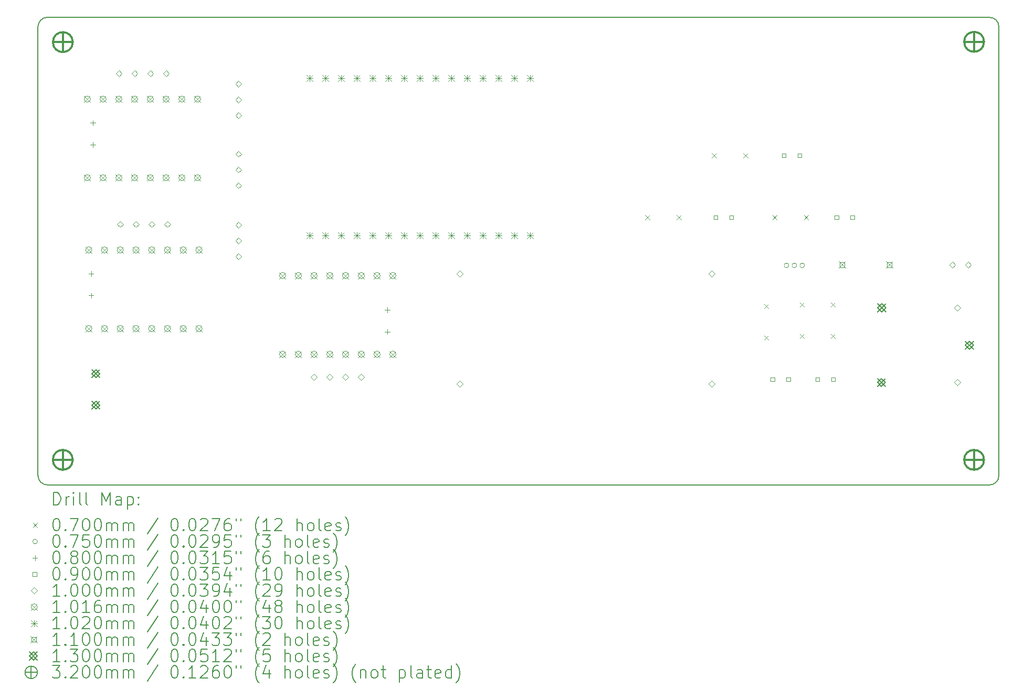
<source format=gbr>
%TF.GenerationSoftware,KiCad,Pcbnew,8.0.0*%
%TF.CreationDate,2024-04-26T14:48:54+07:00*%
%TF.ProjectId,tugas-akhir,74756761-732d-4616-9b68-69722e6b6963,0*%
%TF.SameCoordinates,Original*%
%TF.FileFunction,Drillmap*%
%TF.FilePolarity,Positive*%
%FSLAX45Y45*%
G04 Gerber Fmt 4.5, Leading zero omitted, Abs format (unit mm)*
G04 Created by KiCad (PCBNEW 8.0.0) date 2024-04-26 14:48:54*
%MOMM*%
%LPD*%
G01*
G04 APERTURE LIST*
%ADD10C,0.200000*%
%ADD11C,0.100000*%
%ADD12C,0.101600*%
%ADD13C,0.102000*%
%ADD14C,0.110000*%
%ADD15C,0.130000*%
%ADD16C,0.320000*%
G04 APERTURE END LIST*
D10*
X21850000Y-12925000D02*
X6650000Y-12925000D01*
X6650000Y-12925000D02*
G75*
G02*
X6500000Y-12775000I0J150000D01*
G01*
X6650000Y-5375000D02*
X21850000Y-5375000D01*
X22000000Y-5525000D02*
X22000000Y-12775000D01*
X6500000Y-5525000D02*
G75*
G02*
X6650000Y-5375000I150000J0D01*
G01*
X6500000Y-12775000D02*
X6500000Y-5525000D01*
X21850000Y-5375000D02*
G75*
G02*
X22000000Y-5525000I0J-150000D01*
G01*
X22000000Y-12775000D02*
G75*
G02*
X21850000Y-12925000I-150000J0D01*
G01*
D11*
X16295500Y-8570000D02*
X16365500Y-8640000D01*
X16365500Y-8570000D02*
X16295500Y-8640000D01*
X16803500Y-8570000D02*
X16873500Y-8640000D01*
X16873500Y-8570000D02*
X16803500Y-8640000D01*
X17370500Y-7570000D02*
X17440500Y-7640000D01*
X17440500Y-7570000D02*
X17370500Y-7640000D01*
X17878500Y-7570000D02*
X17948500Y-7640000D01*
X17948500Y-7570000D02*
X17878500Y-7640000D01*
X18214500Y-10006000D02*
X18284500Y-10076000D01*
X18284500Y-10006000D02*
X18214500Y-10076000D01*
X18214500Y-10514000D02*
X18284500Y-10584000D01*
X18284500Y-10514000D02*
X18214500Y-10584000D01*
X18345500Y-8570000D02*
X18415500Y-8640000D01*
X18415500Y-8570000D02*
X18345500Y-8640000D01*
X18789500Y-9981000D02*
X18859500Y-10051000D01*
X18859500Y-9981000D02*
X18789500Y-10051000D01*
X18789500Y-10489000D02*
X18859500Y-10559000D01*
X18859500Y-10489000D02*
X18789500Y-10559000D01*
X18853500Y-8570000D02*
X18923500Y-8640000D01*
X18923500Y-8570000D02*
X18853500Y-8640000D01*
X19289500Y-9981000D02*
X19359500Y-10051000D01*
X19359500Y-9981000D02*
X19289500Y-10051000D01*
X19289500Y-10489000D02*
X19359500Y-10559000D01*
X19359500Y-10489000D02*
X19289500Y-10559000D01*
X18610000Y-9381000D02*
G75*
G02*
X18535000Y-9381000I-37500J0D01*
G01*
X18535000Y-9381000D02*
G75*
G02*
X18610000Y-9381000I37500J0D01*
G01*
X18737000Y-9381000D02*
G75*
G02*
X18662000Y-9381000I-37500J0D01*
G01*
X18662000Y-9381000D02*
G75*
G02*
X18737000Y-9381000I37500J0D01*
G01*
X18864000Y-9381000D02*
G75*
G02*
X18789000Y-9381000I-37500J0D01*
G01*
X18789000Y-9381000D02*
G75*
G02*
X18864000Y-9381000I37500J0D01*
G01*
X7357500Y-9475000D02*
X7357500Y-9555000D01*
X7317500Y-9515000D02*
X7397500Y-9515000D01*
X7357500Y-9825000D02*
X7357500Y-9905000D01*
X7317500Y-9865000D02*
X7397500Y-9865000D01*
X7384500Y-7040000D02*
X7384500Y-7120000D01*
X7344500Y-7080000D02*
X7424500Y-7080000D01*
X7384500Y-7390000D02*
X7384500Y-7470000D01*
X7344500Y-7430000D02*
X7424500Y-7430000D01*
X12134500Y-10060000D02*
X12134500Y-10140000D01*
X12094500Y-10100000D02*
X12174500Y-10100000D01*
X12134500Y-10410000D02*
X12134500Y-10490000D01*
X12094500Y-10450000D02*
X12174500Y-10450000D01*
X17464820Y-8636820D02*
X17464820Y-8573180D01*
X17401180Y-8573180D01*
X17401180Y-8636820D01*
X17464820Y-8636820D01*
X17718820Y-8636820D02*
X17718820Y-8573180D01*
X17655180Y-8573180D01*
X17655180Y-8636820D01*
X17718820Y-8636820D01*
X18381320Y-11251820D02*
X18381320Y-11188180D01*
X18317680Y-11188180D01*
X18317680Y-11251820D01*
X18381320Y-11251820D01*
X18564820Y-7636820D02*
X18564820Y-7573180D01*
X18501180Y-7573180D01*
X18501180Y-7636820D01*
X18564820Y-7636820D01*
X18635320Y-11251820D02*
X18635320Y-11188180D01*
X18571680Y-11188180D01*
X18571680Y-11251820D01*
X18635320Y-11251820D01*
X18818820Y-7636820D02*
X18818820Y-7573180D01*
X18755180Y-7573180D01*
X18755180Y-7636820D01*
X18818820Y-7636820D01*
X19106320Y-11251820D02*
X19106320Y-11188180D01*
X19042680Y-11188180D01*
X19042680Y-11251820D01*
X19106320Y-11251820D01*
X19360320Y-11251820D02*
X19360320Y-11188180D01*
X19296680Y-11188180D01*
X19296680Y-11251820D01*
X19360320Y-11251820D01*
X19414820Y-8636820D02*
X19414820Y-8573180D01*
X19351180Y-8573180D01*
X19351180Y-8636820D01*
X19414820Y-8636820D01*
X19668820Y-8636820D02*
X19668820Y-8573180D01*
X19605180Y-8573180D01*
X19605180Y-8636820D01*
X19668820Y-8636820D01*
X7804500Y-6330000D02*
X7854500Y-6280000D01*
X7804500Y-6230000D01*
X7754500Y-6280000D01*
X7804500Y-6330000D01*
X7827500Y-8765000D02*
X7877500Y-8715000D01*
X7827500Y-8665000D01*
X7777500Y-8715000D01*
X7827500Y-8765000D01*
X8058500Y-6330000D02*
X8108500Y-6280000D01*
X8058500Y-6230000D01*
X8008500Y-6280000D01*
X8058500Y-6330000D01*
X8081500Y-8765000D02*
X8131500Y-8715000D01*
X8081500Y-8665000D01*
X8031500Y-8715000D01*
X8081500Y-8765000D01*
X8312500Y-6330000D02*
X8362500Y-6280000D01*
X8312500Y-6230000D01*
X8262500Y-6280000D01*
X8312500Y-6330000D01*
X8335500Y-8765000D02*
X8385500Y-8715000D01*
X8335500Y-8665000D01*
X8285500Y-8715000D01*
X8335500Y-8765000D01*
X8566500Y-6330000D02*
X8616500Y-6280000D01*
X8566500Y-6230000D01*
X8516500Y-6280000D01*
X8566500Y-6330000D01*
X8589500Y-8765000D02*
X8639500Y-8715000D01*
X8589500Y-8665000D01*
X8539500Y-8715000D01*
X8589500Y-8765000D01*
X9734500Y-6501000D02*
X9784500Y-6451000D01*
X9734500Y-6401000D01*
X9684500Y-6451000D01*
X9734500Y-6501000D01*
X9734500Y-6755000D02*
X9784500Y-6705000D01*
X9734500Y-6655000D01*
X9684500Y-6705000D01*
X9734500Y-6755000D01*
X9734500Y-7009000D02*
X9784500Y-6959000D01*
X9734500Y-6909000D01*
X9684500Y-6959000D01*
X9734500Y-7009000D01*
X9734500Y-7630000D02*
X9784500Y-7580000D01*
X9734500Y-7530000D01*
X9684500Y-7580000D01*
X9734500Y-7630000D01*
X9734500Y-7884000D02*
X9784500Y-7834000D01*
X9734500Y-7784000D01*
X9684500Y-7834000D01*
X9734500Y-7884000D01*
X9734500Y-8138000D02*
X9784500Y-8088000D01*
X9734500Y-8038000D01*
X9684500Y-8088000D01*
X9734500Y-8138000D01*
X9734500Y-8780000D02*
X9784500Y-8730000D01*
X9734500Y-8680000D01*
X9684500Y-8730000D01*
X9734500Y-8780000D01*
X9734500Y-9034000D02*
X9784500Y-8984000D01*
X9734500Y-8934000D01*
X9684500Y-8984000D01*
X9734500Y-9034000D01*
X9734500Y-9288000D02*
X9784500Y-9238000D01*
X9734500Y-9188000D01*
X9684500Y-9238000D01*
X9734500Y-9288000D01*
X10952500Y-11230000D02*
X11002500Y-11180000D01*
X10952500Y-11130000D01*
X10902500Y-11180000D01*
X10952500Y-11230000D01*
X11206500Y-11230000D02*
X11256500Y-11180000D01*
X11206500Y-11130000D01*
X11156500Y-11180000D01*
X11206500Y-11230000D01*
X11460500Y-11230000D02*
X11510500Y-11180000D01*
X11460500Y-11130000D01*
X11410500Y-11180000D01*
X11460500Y-11230000D01*
X11714500Y-11230000D02*
X11764500Y-11180000D01*
X11714500Y-11130000D01*
X11664500Y-11180000D01*
X11714500Y-11230000D01*
X13302500Y-9566000D02*
X13352500Y-9516000D01*
X13302500Y-9466000D01*
X13252500Y-9516000D01*
X13302500Y-9566000D01*
X13302500Y-11344000D02*
X13352500Y-11294000D01*
X13302500Y-11244000D01*
X13252500Y-11294000D01*
X13302500Y-11344000D01*
X17366500Y-9566000D02*
X17416500Y-9516000D01*
X17366500Y-9466000D01*
X17316500Y-9516000D01*
X17366500Y-9566000D01*
X17366500Y-11344000D02*
X17416500Y-11294000D01*
X17366500Y-11244000D01*
X17316500Y-11294000D01*
X17366500Y-11344000D01*
X21249500Y-9420000D02*
X21299500Y-9370000D01*
X21249500Y-9320000D01*
X21199500Y-9370000D01*
X21249500Y-9420000D01*
X21329500Y-10115000D02*
X21379500Y-10065000D01*
X21329500Y-10015000D01*
X21279500Y-10065000D01*
X21329500Y-10115000D01*
X21329500Y-11315000D02*
X21379500Y-11265000D01*
X21329500Y-11215000D01*
X21279500Y-11265000D01*
X21329500Y-11315000D01*
X21503500Y-9420000D02*
X21553500Y-9370000D01*
X21503500Y-9320000D01*
X21453500Y-9370000D01*
X21503500Y-9420000D01*
D12*
X7244700Y-6644200D02*
X7346300Y-6745800D01*
X7346300Y-6644200D02*
X7244700Y-6745800D01*
X7346300Y-6695000D02*
G75*
G02*
X7244700Y-6695000I-50800J0D01*
G01*
X7244700Y-6695000D02*
G75*
G02*
X7346300Y-6695000I50800J0D01*
G01*
X7244700Y-7914200D02*
X7346300Y-8015800D01*
X7346300Y-7914200D02*
X7244700Y-8015800D01*
X7346300Y-7965000D02*
G75*
G02*
X7244700Y-7965000I-50800J0D01*
G01*
X7244700Y-7965000D02*
G75*
G02*
X7346300Y-7965000I50800J0D01*
G01*
X7267700Y-9079200D02*
X7369300Y-9180800D01*
X7369300Y-9079200D02*
X7267700Y-9180800D01*
X7369300Y-9130000D02*
G75*
G02*
X7267700Y-9130000I-50800J0D01*
G01*
X7267700Y-9130000D02*
G75*
G02*
X7369300Y-9130000I50800J0D01*
G01*
X7267700Y-10349200D02*
X7369300Y-10450800D01*
X7369300Y-10349200D02*
X7267700Y-10450800D01*
X7369300Y-10400000D02*
G75*
G02*
X7267700Y-10400000I-50800J0D01*
G01*
X7267700Y-10400000D02*
G75*
G02*
X7369300Y-10400000I50800J0D01*
G01*
X7498700Y-6644200D02*
X7600300Y-6745800D01*
X7600300Y-6644200D02*
X7498700Y-6745800D01*
X7600300Y-6695000D02*
G75*
G02*
X7498700Y-6695000I-50800J0D01*
G01*
X7498700Y-6695000D02*
G75*
G02*
X7600300Y-6695000I50800J0D01*
G01*
X7498700Y-7914200D02*
X7600300Y-8015800D01*
X7600300Y-7914200D02*
X7498700Y-8015800D01*
X7600300Y-7965000D02*
G75*
G02*
X7498700Y-7965000I-50800J0D01*
G01*
X7498700Y-7965000D02*
G75*
G02*
X7600300Y-7965000I50800J0D01*
G01*
X7521700Y-9079200D02*
X7623300Y-9180800D01*
X7623300Y-9079200D02*
X7521700Y-9180800D01*
X7623300Y-9130000D02*
G75*
G02*
X7521700Y-9130000I-50800J0D01*
G01*
X7521700Y-9130000D02*
G75*
G02*
X7623300Y-9130000I50800J0D01*
G01*
X7521700Y-10349200D02*
X7623300Y-10450800D01*
X7623300Y-10349200D02*
X7521700Y-10450800D01*
X7623300Y-10400000D02*
G75*
G02*
X7521700Y-10400000I-50800J0D01*
G01*
X7521700Y-10400000D02*
G75*
G02*
X7623300Y-10400000I50800J0D01*
G01*
X7752700Y-6644200D02*
X7854300Y-6745800D01*
X7854300Y-6644200D02*
X7752700Y-6745800D01*
X7854300Y-6695000D02*
G75*
G02*
X7752700Y-6695000I-50800J0D01*
G01*
X7752700Y-6695000D02*
G75*
G02*
X7854300Y-6695000I50800J0D01*
G01*
X7752700Y-7914200D02*
X7854300Y-8015800D01*
X7854300Y-7914200D02*
X7752700Y-8015800D01*
X7854300Y-7965000D02*
G75*
G02*
X7752700Y-7965000I-50800J0D01*
G01*
X7752700Y-7965000D02*
G75*
G02*
X7854300Y-7965000I50800J0D01*
G01*
X7775700Y-9079200D02*
X7877300Y-9180800D01*
X7877300Y-9079200D02*
X7775700Y-9180800D01*
X7877300Y-9130000D02*
G75*
G02*
X7775700Y-9130000I-50800J0D01*
G01*
X7775700Y-9130000D02*
G75*
G02*
X7877300Y-9130000I50800J0D01*
G01*
X7775700Y-10349200D02*
X7877300Y-10450800D01*
X7877300Y-10349200D02*
X7775700Y-10450800D01*
X7877300Y-10400000D02*
G75*
G02*
X7775700Y-10400000I-50800J0D01*
G01*
X7775700Y-10400000D02*
G75*
G02*
X7877300Y-10400000I50800J0D01*
G01*
X8006700Y-6644200D02*
X8108300Y-6745800D01*
X8108300Y-6644200D02*
X8006700Y-6745800D01*
X8108300Y-6695000D02*
G75*
G02*
X8006700Y-6695000I-50800J0D01*
G01*
X8006700Y-6695000D02*
G75*
G02*
X8108300Y-6695000I50800J0D01*
G01*
X8006700Y-7914200D02*
X8108300Y-8015800D01*
X8108300Y-7914200D02*
X8006700Y-8015800D01*
X8108300Y-7965000D02*
G75*
G02*
X8006700Y-7965000I-50800J0D01*
G01*
X8006700Y-7965000D02*
G75*
G02*
X8108300Y-7965000I50800J0D01*
G01*
X8029700Y-9079200D02*
X8131300Y-9180800D01*
X8131300Y-9079200D02*
X8029700Y-9180800D01*
X8131300Y-9130000D02*
G75*
G02*
X8029700Y-9130000I-50800J0D01*
G01*
X8029700Y-9130000D02*
G75*
G02*
X8131300Y-9130000I50800J0D01*
G01*
X8029700Y-10349200D02*
X8131300Y-10450800D01*
X8131300Y-10349200D02*
X8029700Y-10450800D01*
X8131300Y-10400000D02*
G75*
G02*
X8029700Y-10400000I-50800J0D01*
G01*
X8029700Y-10400000D02*
G75*
G02*
X8131300Y-10400000I50800J0D01*
G01*
X8260700Y-6644200D02*
X8362300Y-6745800D01*
X8362300Y-6644200D02*
X8260700Y-6745800D01*
X8362300Y-6695000D02*
G75*
G02*
X8260700Y-6695000I-50800J0D01*
G01*
X8260700Y-6695000D02*
G75*
G02*
X8362300Y-6695000I50800J0D01*
G01*
X8260700Y-7914200D02*
X8362300Y-8015800D01*
X8362300Y-7914200D02*
X8260700Y-8015800D01*
X8362300Y-7965000D02*
G75*
G02*
X8260700Y-7965000I-50800J0D01*
G01*
X8260700Y-7965000D02*
G75*
G02*
X8362300Y-7965000I50800J0D01*
G01*
X8283700Y-9079200D02*
X8385300Y-9180800D01*
X8385300Y-9079200D02*
X8283700Y-9180800D01*
X8385300Y-9130000D02*
G75*
G02*
X8283700Y-9130000I-50800J0D01*
G01*
X8283700Y-9130000D02*
G75*
G02*
X8385300Y-9130000I50800J0D01*
G01*
X8283700Y-10349200D02*
X8385300Y-10450800D01*
X8385300Y-10349200D02*
X8283700Y-10450800D01*
X8385300Y-10400000D02*
G75*
G02*
X8283700Y-10400000I-50800J0D01*
G01*
X8283700Y-10400000D02*
G75*
G02*
X8385300Y-10400000I50800J0D01*
G01*
X8514700Y-6644200D02*
X8616300Y-6745800D01*
X8616300Y-6644200D02*
X8514700Y-6745800D01*
X8616300Y-6695000D02*
G75*
G02*
X8514700Y-6695000I-50800J0D01*
G01*
X8514700Y-6695000D02*
G75*
G02*
X8616300Y-6695000I50800J0D01*
G01*
X8514700Y-7914200D02*
X8616300Y-8015800D01*
X8616300Y-7914200D02*
X8514700Y-8015800D01*
X8616300Y-7965000D02*
G75*
G02*
X8514700Y-7965000I-50800J0D01*
G01*
X8514700Y-7965000D02*
G75*
G02*
X8616300Y-7965000I50800J0D01*
G01*
X8537700Y-9079200D02*
X8639300Y-9180800D01*
X8639300Y-9079200D02*
X8537700Y-9180800D01*
X8639300Y-9130000D02*
G75*
G02*
X8537700Y-9130000I-50800J0D01*
G01*
X8537700Y-9130000D02*
G75*
G02*
X8639300Y-9130000I50800J0D01*
G01*
X8537700Y-10349200D02*
X8639300Y-10450800D01*
X8639300Y-10349200D02*
X8537700Y-10450800D01*
X8639300Y-10400000D02*
G75*
G02*
X8537700Y-10400000I-50800J0D01*
G01*
X8537700Y-10400000D02*
G75*
G02*
X8639300Y-10400000I50800J0D01*
G01*
X8768700Y-6644200D02*
X8870300Y-6745800D01*
X8870300Y-6644200D02*
X8768700Y-6745800D01*
X8870300Y-6695000D02*
G75*
G02*
X8768700Y-6695000I-50800J0D01*
G01*
X8768700Y-6695000D02*
G75*
G02*
X8870300Y-6695000I50800J0D01*
G01*
X8768700Y-7914200D02*
X8870300Y-8015800D01*
X8870300Y-7914200D02*
X8768700Y-8015800D01*
X8870300Y-7965000D02*
G75*
G02*
X8768700Y-7965000I-50800J0D01*
G01*
X8768700Y-7965000D02*
G75*
G02*
X8870300Y-7965000I50800J0D01*
G01*
X8791700Y-9079200D02*
X8893300Y-9180800D01*
X8893300Y-9079200D02*
X8791700Y-9180800D01*
X8893300Y-9130000D02*
G75*
G02*
X8791700Y-9130000I-50800J0D01*
G01*
X8791700Y-9130000D02*
G75*
G02*
X8893300Y-9130000I50800J0D01*
G01*
X8791700Y-10349200D02*
X8893300Y-10450800D01*
X8893300Y-10349200D02*
X8791700Y-10450800D01*
X8893300Y-10400000D02*
G75*
G02*
X8791700Y-10400000I-50800J0D01*
G01*
X8791700Y-10400000D02*
G75*
G02*
X8893300Y-10400000I50800J0D01*
G01*
X9022700Y-6644200D02*
X9124300Y-6745800D01*
X9124300Y-6644200D02*
X9022700Y-6745800D01*
X9124300Y-6695000D02*
G75*
G02*
X9022700Y-6695000I-50800J0D01*
G01*
X9022700Y-6695000D02*
G75*
G02*
X9124300Y-6695000I50800J0D01*
G01*
X9022700Y-7914200D02*
X9124300Y-8015800D01*
X9124300Y-7914200D02*
X9022700Y-8015800D01*
X9124300Y-7965000D02*
G75*
G02*
X9022700Y-7965000I-50800J0D01*
G01*
X9022700Y-7965000D02*
G75*
G02*
X9124300Y-7965000I50800J0D01*
G01*
X9045700Y-9079200D02*
X9147300Y-9180800D01*
X9147300Y-9079200D02*
X9045700Y-9180800D01*
X9147300Y-9130000D02*
G75*
G02*
X9045700Y-9130000I-50800J0D01*
G01*
X9045700Y-9130000D02*
G75*
G02*
X9147300Y-9130000I50800J0D01*
G01*
X9045700Y-10349200D02*
X9147300Y-10450800D01*
X9147300Y-10349200D02*
X9045700Y-10450800D01*
X9147300Y-10400000D02*
G75*
G02*
X9045700Y-10400000I-50800J0D01*
G01*
X9045700Y-10400000D02*
G75*
G02*
X9147300Y-10400000I50800J0D01*
G01*
X10394700Y-9494200D02*
X10496300Y-9595800D01*
X10496300Y-9494200D02*
X10394700Y-9595800D01*
X10496300Y-9545000D02*
G75*
G02*
X10394700Y-9545000I-50800J0D01*
G01*
X10394700Y-9545000D02*
G75*
G02*
X10496300Y-9545000I50800J0D01*
G01*
X10394700Y-10764200D02*
X10496300Y-10865800D01*
X10496300Y-10764200D02*
X10394700Y-10865800D01*
X10496300Y-10815000D02*
G75*
G02*
X10394700Y-10815000I-50800J0D01*
G01*
X10394700Y-10815000D02*
G75*
G02*
X10496300Y-10815000I50800J0D01*
G01*
X10648700Y-9494200D02*
X10750300Y-9595800D01*
X10750300Y-9494200D02*
X10648700Y-9595800D01*
X10750300Y-9545000D02*
G75*
G02*
X10648700Y-9545000I-50800J0D01*
G01*
X10648700Y-9545000D02*
G75*
G02*
X10750300Y-9545000I50800J0D01*
G01*
X10648700Y-10764200D02*
X10750300Y-10865800D01*
X10750300Y-10764200D02*
X10648700Y-10865800D01*
X10750300Y-10815000D02*
G75*
G02*
X10648700Y-10815000I-50800J0D01*
G01*
X10648700Y-10815000D02*
G75*
G02*
X10750300Y-10815000I50800J0D01*
G01*
X10902700Y-9494200D02*
X11004300Y-9595800D01*
X11004300Y-9494200D02*
X10902700Y-9595800D01*
X11004300Y-9545000D02*
G75*
G02*
X10902700Y-9545000I-50800J0D01*
G01*
X10902700Y-9545000D02*
G75*
G02*
X11004300Y-9545000I50800J0D01*
G01*
X10902700Y-10764200D02*
X11004300Y-10865800D01*
X11004300Y-10764200D02*
X10902700Y-10865800D01*
X11004300Y-10815000D02*
G75*
G02*
X10902700Y-10815000I-50800J0D01*
G01*
X10902700Y-10815000D02*
G75*
G02*
X11004300Y-10815000I50800J0D01*
G01*
X11156700Y-9494200D02*
X11258300Y-9595800D01*
X11258300Y-9494200D02*
X11156700Y-9595800D01*
X11258300Y-9545000D02*
G75*
G02*
X11156700Y-9545000I-50800J0D01*
G01*
X11156700Y-9545000D02*
G75*
G02*
X11258300Y-9545000I50800J0D01*
G01*
X11156700Y-10764200D02*
X11258300Y-10865800D01*
X11258300Y-10764200D02*
X11156700Y-10865800D01*
X11258300Y-10815000D02*
G75*
G02*
X11156700Y-10815000I-50800J0D01*
G01*
X11156700Y-10815000D02*
G75*
G02*
X11258300Y-10815000I50800J0D01*
G01*
X11410700Y-9494200D02*
X11512300Y-9595800D01*
X11512300Y-9494200D02*
X11410700Y-9595800D01*
X11512300Y-9545000D02*
G75*
G02*
X11410700Y-9545000I-50800J0D01*
G01*
X11410700Y-9545000D02*
G75*
G02*
X11512300Y-9545000I50800J0D01*
G01*
X11410700Y-10764200D02*
X11512300Y-10865800D01*
X11512300Y-10764200D02*
X11410700Y-10865800D01*
X11512300Y-10815000D02*
G75*
G02*
X11410700Y-10815000I-50800J0D01*
G01*
X11410700Y-10815000D02*
G75*
G02*
X11512300Y-10815000I50800J0D01*
G01*
X11664700Y-9494200D02*
X11766300Y-9595800D01*
X11766300Y-9494200D02*
X11664700Y-9595800D01*
X11766300Y-9545000D02*
G75*
G02*
X11664700Y-9545000I-50800J0D01*
G01*
X11664700Y-9545000D02*
G75*
G02*
X11766300Y-9545000I50800J0D01*
G01*
X11664700Y-10764200D02*
X11766300Y-10865800D01*
X11766300Y-10764200D02*
X11664700Y-10865800D01*
X11766300Y-10815000D02*
G75*
G02*
X11664700Y-10815000I-50800J0D01*
G01*
X11664700Y-10815000D02*
G75*
G02*
X11766300Y-10815000I50800J0D01*
G01*
X11918700Y-9494200D02*
X12020300Y-9595800D01*
X12020300Y-9494200D02*
X11918700Y-9595800D01*
X12020300Y-9545000D02*
G75*
G02*
X11918700Y-9545000I-50800J0D01*
G01*
X11918700Y-9545000D02*
G75*
G02*
X12020300Y-9545000I50800J0D01*
G01*
X11918700Y-10764200D02*
X12020300Y-10865800D01*
X12020300Y-10764200D02*
X11918700Y-10865800D01*
X12020300Y-10815000D02*
G75*
G02*
X11918700Y-10815000I-50800J0D01*
G01*
X11918700Y-10815000D02*
G75*
G02*
X12020300Y-10815000I50800J0D01*
G01*
X12172700Y-9494200D02*
X12274300Y-9595800D01*
X12274300Y-9494200D02*
X12172700Y-9595800D01*
X12274300Y-9545000D02*
G75*
G02*
X12172700Y-9545000I-50800J0D01*
G01*
X12172700Y-9545000D02*
G75*
G02*
X12274300Y-9545000I50800J0D01*
G01*
X12172700Y-10764200D02*
X12274300Y-10865800D01*
X12274300Y-10764200D02*
X12172700Y-10865800D01*
X12274300Y-10815000D02*
G75*
G02*
X12172700Y-10815000I-50800J0D01*
G01*
X12172700Y-10815000D02*
G75*
G02*
X12274300Y-10815000I50800J0D01*
G01*
D13*
X10829000Y-6309000D02*
X10931000Y-6411000D01*
X10931000Y-6309000D02*
X10829000Y-6411000D01*
X10880000Y-6309000D02*
X10880000Y-6411000D01*
X10829000Y-6360000D02*
X10931000Y-6360000D01*
X10829000Y-8849000D02*
X10931000Y-8951000D01*
X10931000Y-8849000D02*
X10829000Y-8951000D01*
X10880000Y-8849000D02*
X10880000Y-8951000D01*
X10829000Y-8900000D02*
X10931000Y-8900000D01*
X11083000Y-6309000D02*
X11185000Y-6411000D01*
X11185000Y-6309000D02*
X11083000Y-6411000D01*
X11134000Y-6309000D02*
X11134000Y-6411000D01*
X11083000Y-6360000D02*
X11185000Y-6360000D01*
X11083000Y-8849000D02*
X11185000Y-8951000D01*
X11185000Y-8849000D02*
X11083000Y-8951000D01*
X11134000Y-8849000D02*
X11134000Y-8951000D01*
X11083000Y-8900000D02*
X11185000Y-8900000D01*
X11337000Y-6309000D02*
X11439000Y-6411000D01*
X11439000Y-6309000D02*
X11337000Y-6411000D01*
X11388000Y-6309000D02*
X11388000Y-6411000D01*
X11337000Y-6360000D02*
X11439000Y-6360000D01*
X11337000Y-8849000D02*
X11439000Y-8951000D01*
X11439000Y-8849000D02*
X11337000Y-8951000D01*
X11388000Y-8849000D02*
X11388000Y-8951000D01*
X11337000Y-8900000D02*
X11439000Y-8900000D01*
X11591000Y-6309000D02*
X11693000Y-6411000D01*
X11693000Y-6309000D02*
X11591000Y-6411000D01*
X11642000Y-6309000D02*
X11642000Y-6411000D01*
X11591000Y-6360000D02*
X11693000Y-6360000D01*
X11591000Y-8849000D02*
X11693000Y-8951000D01*
X11693000Y-8849000D02*
X11591000Y-8951000D01*
X11642000Y-8849000D02*
X11642000Y-8951000D01*
X11591000Y-8900000D02*
X11693000Y-8900000D01*
X11845000Y-6309000D02*
X11947000Y-6411000D01*
X11947000Y-6309000D02*
X11845000Y-6411000D01*
X11896000Y-6309000D02*
X11896000Y-6411000D01*
X11845000Y-6360000D02*
X11947000Y-6360000D01*
X11845000Y-8849000D02*
X11947000Y-8951000D01*
X11947000Y-8849000D02*
X11845000Y-8951000D01*
X11896000Y-8849000D02*
X11896000Y-8951000D01*
X11845000Y-8900000D02*
X11947000Y-8900000D01*
X12099000Y-6309000D02*
X12201000Y-6411000D01*
X12201000Y-6309000D02*
X12099000Y-6411000D01*
X12150000Y-6309000D02*
X12150000Y-6411000D01*
X12099000Y-6360000D02*
X12201000Y-6360000D01*
X12099000Y-8849000D02*
X12201000Y-8951000D01*
X12201000Y-8849000D02*
X12099000Y-8951000D01*
X12150000Y-8849000D02*
X12150000Y-8951000D01*
X12099000Y-8900000D02*
X12201000Y-8900000D01*
X12353000Y-6309000D02*
X12455000Y-6411000D01*
X12455000Y-6309000D02*
X12353000Y-6411000D01*
X12404000Y-6309000D02*
X12404000Y-6411000D01*
X12353000Y-6360000D02*
X12455000Y-6360000D01*
X12353000Y-8849000D02*
X12455000Y-8951000D01*
X12455000Y-8849000D02*
X12353000Y-8951000D01*
X12404000Y-8849000D02*
X12404000Y-8951000D01*
X12353000Y-8900000D02*
X12455000Y-8900000D01*
X12607000Y-6309000D02*
X12709000Y-6411000D01*
X12709000Y-6309000D02*
X12607000Y-6411000D01*
X12658000Y-6309000D02*
X12658000Y-6411000D01*
X12607000Y-6360000D02*
X12709000Y-6360000D01*
X12607000Y-8849000D02*
X12709000Y-8951000D01*
X12709000Y-8849000D02*
X12607000Y-8951000D01*
X12658000Y-8849000D02*
X12658000Y-8951000D01*
X12607000Y-8900000D02*
X12709000Y-8900000D01*
X12861000Y-6309000D02*
X12963000Y-6411000D01*
X12963000Y-6309000D02*
X12861000Y-6411000D01*
X12912000Y-6309000D02*
X12912000Y-6411000D01*
X12861000Y-6360000D02*
X12963000Y-6360000D01*
X12861000Y-8849000D02*
X12963000Y-8951000D01*
X12963000Y-8849000D02*
X12861000Y-8951000D01*
X12912000Y-8849000D02*
X12912000Y-8951000D01*
X12861000Y-8900000D02*
X12963000Y-8900000D01*
X13115000Y-6309000D02*
X13217000Y-6411000D01*
X13217000Y-6309000D02*
X13115000Y-6411000D01*
X13166000Y-6309000D02*
X13166000Y-6411000D01*
X13115000Y-6360000D02*
X13217000Y-6360000D01*
X13115000Y-8849000D02*
X13217000Y-8951000D01*
X13217000Y-8849000D02*
X13115000Y-8951000D01*
X13166000Y-8849000D02*
X13166000Y-8951000D01*
X13115000Y-8900000D02*
X13217000Y-8900000D01*
X13369000Y-6309000D02*
X13471000Y-6411000D01*
X13471000Y-6309000D02*
X13369000Y-6411000D01*
X13420000Y-6309000D02*
X13420000Y-6411000D01*
X13369000Y-6360000D02*
X13471000Y-6360000D01*
X13369000Y-8849000D02*
X13471000Y-8951000D01*
X13471000Y-8849000D02*
X13369000Y-8951000D01*
X13420000Y-8849000D02*
X13420000Y-8951000D01*
X13369000Y-8900000D02*
X13471000Y-8900000D01*
X13623000Y-6309000D02*
X13725000Y-6411000D01*
X13725000Y-6309000D02*
X13623000Y-6411000D01*
X13674000Y-6309000D02*
X13674000Y-6411000D01*
X13623000Y-6360000D02*
X13725000Y-6360000D01*
X13623000Y-8849000D02*
X13725000Y-8951000D01*
X13725000Y-8849000D02*
X13623000Y-8951000D01*
X13674000Y-8849000D02*
X13674000Y-8951000D01*
X13623000Y-8900000D02*
X13725000Y-8900000D01*
X13877000Y-6309000D02*
X13979000Y-6411000D01*
X13979000Y-6309000D02*
X13877000Y-6411000D01*
X13928000Y-6309000D02*
X13928000Y-6411000D01*
X13877000Y-6360000D02*
X13979000Y-6360000D01*
X13877000Y-8849000D02*
X13979000Y-8951000D01*
X13979000Y-8849000D02*
X13877000Y-8951000D01*
X13928000Y-8849000D02*
X13928000Y-8951000D01*
X13877000Y-8900000D02*
X13979000Y-8900000D01*
X14131000Y-6309000D02*
X14233000Y-6411000D01*
X14233000Y-6309000D02*
X14131000Y-6411000D01*
X14182000Y-6309000D02*
X14182000Y-6411000D01*
X14131000Y-6360000D02*
X14233000Y-6360000D01*
X14131000Y-8849000D02*
X14233000Y-8951000D01*
X14233000Y-8849000D02*
X14131000Y-8951000D01*
X14182000Y-8849000D02*
X14182000Y-8951000D01*
X14131000Y-8900000D02*
X14233000Y-8900000D01*
X14385000Y-6309000D02*
X14487000Y-6411000D01*
X14487000Y-6309000D02*
X14385000Y-6411000D01*
X14436000Y-6309000D02*
X14436000Y-6411000D01*
X14385000Y-6360000D02*
X14487000Y-6360000D01*
X14385000Y-8849000D02*
X14487000Y-8951000D01*
X14487000Y-8849000D02*
X14385000Y-8951000D01*
X14436000Y-8849000D02*
X14436000Y-8951000D01*
X14385000Y-8900000D02*
X14487000Y-8900000D01*
D14*
X19413500Y-9315000D02*
X19523500Y-9425000D01*
X19523500Y-9315000D02*
X19413500Y-9425000D01*
X19507391Y-9408891D02*
X19507391Y-9331109D01*
X19429609Y-9331109D01*
X19429609Y-9408891D01*
X19507391Y-9408891D01*
X20175500Y-9315000D02*
X20285500Y-9425000D01*
X20285500Y-9315000D02*
X20175500Y-9425000D01*
X20269391Y-9408891D02*
X20269391Y-9331109D01*
X20191609Y-9331109D01*
X20191609Y-9408891D01*
X20269391Y-9408891D01*
D15*
X7369500Y-11065000D02*
X7499500Y-11195000D01*
X7499500Y-11065000D02*
X7369500Y-11195000D01*
X7434500Y-11195000D02*
X7499500Y-11130000D01*
X7434500Y-11065000D01*
X7369500Y-11130000D01*
X7434500Y-11195000D01*
X7369500Y-11573000D02*
X7499500Y-11703000D01*
X7499500Y-11573000D02*
X7369500Y-11703000D01*
X7434500Y-11703000D02*
X7499500Y-11638000D01*
X7434500Y-11573000D01*
X7369500Y-11638000D01*
X7434500Y-11703000D01*
X20039500Y-11205000D02*
X20169500Y-11335000D01*
X20169500Y-11205000D02*
X20039500Y-11335000D01*
X20104500Y-11335000D02*
X20169500Y-11270000D01*
X20104500Y-11205000D01*
X20039500Y-11270000D01*
X20104500Y-11335000D01*
X20044500Y-10000000D02*
X20174500Y-10130000D01*
X20174500Y-10000000D02*
X20044500Y-10130000D01*
X20109500Y-10130000D02*
X20174500Y-10065000D01*
X20109500Y-10000000D01*
X20044500Y-10065000D01*
X20109500Y-10130000D01*
X21459500Y-10605000D02*
X21589500Y-10735000D01*
X21589500Y-10605000D02*
X21459500Y-10735000D01*
X21524500Y-10735000D02*
X21589500Y-10670000D01*
X21524500Y-10605000D01*
X21459500Y-10670000D01*
X21524500Y-10735000D01*
D16*
X6900000Y-5615000D02*
X6900000Y-5935000D01*
X6740000Y-5775000D02*
X7060000Y-5775000D01*
X7060000Y-5775000D02*
G75*
G02*
X6740000Y-5775000I-160000J0D01*
G01*
X6740000Y-5775000D02*
G75*
G02*
X7060000Y-5775000I160000J0D01*
G01*
X6900000Y-12360000D02*
X6900000Y-12680000D01*
X6740000Y-12520000D02*
X7060000Y-12520000D01*
X7060000Y-12520000D02*
G75*
G02*
X6740000Y-12520000I-160000J0D01*
G01*
X6740000Y-12520000D02*
G75*
G02*
X7060000Y-12520000I160000J0D01*
G01*
X21600000Y-5610000D02*
X21600000Y-5930000D01*
X21440000Y-5770000D02*
X21760000Y-5770000D01*
X21760000Y-5770000D02*
G75*
G02*
X21440000Y-5770000I-160000J0D01*
G01*
X21440000Y-5770000D02*
G75*
G02*
X21760000Y-5770000I160000J0D01*
G01*
X21600000Y-12360000D02*
X21600000Y-12680000D01*
X21440000Y-12520000D02*
X21760000Y-12520000D01*
X21760000Y-12520000D02*
G75*
G02*
X21440000Y-12520000I-160000J0D01*
G01*
X21440000Y-12520000D02*
G75*
G02*
X21760000Y-12520000I160000J0D01*
G01*
D10*
X6750777Y-13246484D02*
X6750777Y-13046484D01*
X6750777Y-13046484D02*
X6798396Y-13046484D01*
X6798396Y-13046484D02*
X6826967Y-13056008D01*
X6826967Y-13056008D02*
X6846015Y-13075055D01*
X6846015Y-13075055D02*
X6855539Y-13094103D01*
X6855539Y-13094103D02*
X6865062Y-13132198D01*
X6865062Y-13132198D02*
X6865062Y-13160769D01*
X6865062Y-13160769D02*
X6855539Y-13198865D01*
X6855539Y-13198865D02*
X6846015Y-13217912D01*
X6846015Y-13217912D02*
X6826967Y-13236960D01*
X6826967Y-13236960D02*
X6798396Y-13246484D01*
X6798396Y-13246484D02*
X6750777Y-13246484D01*
X6950777Y-13246484D02*
X6950777Y-13113150D01*
X6950777Y-13151246D02*
X6960301Y-13132198D01*
X6960301Y-13132198D02*
X6969824Y-13122674D01*
X6969824Y-13122674D02*
X6988872Y-13113150D01*
X6988872Y-13113150D02*
X7007920Y-13113150D01*
X7074586Y-13246484D02*
X7074586Y-13113150D01*
X7074586Y-13046484D02*
X7065062Y-13056008D01*
X7065062Y-13056008D02*
X7074586Y-13065531D01*
X7074586Y-13065531D02*
X7084110Y-13056008D01*
X7084110Y-13056008D02*
X7074586Y-13046484D01*
X7074586Y-13046484D02*
X7074586Y-13065531D01*
X7198396Y-13246484D02*
X7179348Y-13236960D01*
X7179348Y-13236960D02*
X7169824Y-13217912D01*
X7169824Y-13217912D02*
X7169824Y-13046484D01*
X7303158Y-13246484D02*
X7284110Y-13236960D01*
X7284110Y-13236960D02*
X7274586Y-13217912D01*
X7274586Y-13217912D02*
X7274586Y-13046484D01*
X7531729Y-13246484D02*
X7531729Y-13046484D01*
X7531729Y-13046484D02*
X7598396Y-13189341D01*
X7598396Y-13189341D02*
X7665062Y-13046484D01*
X7665062Y-13046484D02*
X7665062Y-13246484D01*
X7846015Y-13246484D02*
X7846015Y-13141722D01*
X7846015Y-13141722D02*
X7836491Y-13122674D01*
X7836491Y-13122674D02*
X7817443Y-13113150D01*
X7817443Y-13113150D02*
X7779348Y-13113150D01*
X7779348Y-13113150D02*
X7760301Y-13122674D01*
X7846015Y-13236960D02*
X7826967Y-13246484D01*
X7826967Y-13246484D02*
X7779348Y-13246484D01*
X7779348Y-13246484D02*
X7760301Y-13236960D01*
X7760301Y-13236960D02*
X7750777Y-13217912D01*
X7750777Y-13217912D02*
X7750777Y-13198865D01*
X7750777Y-13198865D02*
X7760301Y-13179817D01*
X7760301Y-13179817D02*
X7779348Y-13170293D01*
X7779348Y-13170293D02*
X7826967Y-13170293D01*
X7826967Y-13170293D02*
X7846015Y-13160769D01*
X7941253Y-13113150D02*
X7941253Y-13313150D01*
X7941253Y-13122674D02*
X7960301Y-13113150D01*
X7960301Y-13113150D02*
X7998396Y-13113150D01*
X7998396Y-13113150D02*
X8017443Y-13122674D01*
X8017443Y-13122674D02*
X8026967Y-13132198D01*
X8026967Y-13132198D02*
X8036491Y-13151246D01*
X8036491Y-13151246D02*
X8036491Y-13208388D01*
X8036491Y-13208388D02*
X8026967Y-13227436D01*
X8026967Y-13227436D02*
X8017443Y-13236960D01*
X8017443Y-13236960D02*
X7998396Y-13246484D01*
X7998396Y-13246484D02*
X7960301Y-13246484D01*
X7960301Y-13246484D02*
X7941253Y-13236960D01*
X8122205Y-13227436D02*
X8131729Y-13236960D01*
X8131729Y-13236960D02*
X8122205Y-13246484D01*
X8122205Y-13246484D02*
X8112682Y-13236960D01*
X8112682Y-13236960D02*
X8122205Y-13227436D01*
X8122205Y-13227436D02*
X8122205Y-13246484D01*
X8122205Y-13122674D02*
X8131729Y-13132198D01*
X8131729Y-13132198D02*
X8122205Y-13141722D01*
X8122205Y-13141722D02*
X8112682Y-13132198D01*
X8112682Y-13132198D02*
X8122205Y-13122674D01*
X8122205Y-13122674D02*
X8122205Y-13141722D01*
D11*
X6420000Y-13540000D02*
X6490000Y-13610000D01*
X6490000Y-13540000D02*
X6420000Y-13610000D01*
D10*
X6788872Y-13466484D02*
X6807920Y-13466484D01*
X6807920Y-13466484D02*
X6826967Y-13476008D01*
X6826967Y-13476008D02*
X6836491Y-13485531D01*
X6836491Y-13485531D02*
X6846015Y-13504579D01*
X6846015Y-13504579D02*
X6855539Y-13542674D01*
X6855539Y-13542674D02*
X6855539Y-13590293D01*
X6855539Y-13590293D02*
X6846015Y-13628388D01*
X6846015Y-13628388D02*
X6836491Y-13647436D01*
X6836491Y-13647436D02*
X6826967Y-13656960D01*
X6826967Y-13656960D02*
X6807920Y-13666484D01*
X6807920Y-13666484D02*
X6788872Y-13666484D01*
X6788872Y-13666484D02*
X6769824Y-13656960D01*
X6769824Y-13656960D02*
X6760301Y-13647436D01*
X6760301Y-13647436D02*
X6750777Y-13628388D01*
X6750777Y-13628388D02*
X6741253Y-13590293D01*
X6741253Y-13590293D02*
X6741253Y-13542674D01*
X6741253Y-13542674D02*
X6750777Y-13504579D01*
X6750777Y-13504579D02*
X6760301Y-13485531D01*
X6760301Y-13485531D02*
X6769824Y-13476008D01*
X6769824Y-13476008D02*
X6788872Y-13466484D01*
X6941253Y-13647436D02*
X6950777Y-13656960D01*
X6950777Y-13656960D02*
X6941253Y-13666484D01*
X6941253Y-13666484D02*
X6931729Y-13656960D01*
X6931729Y-13656960D02*
X6941253Y-13647436D01*
X6941253Y-13647436D02*
X6941253Y-13666484D01*
X7017443Y-13466484D02*
X7150777Y-13466484D01*
X7150777Y-13466484D02*
X7065062Y-13666484D01*
X7265062Y-13466484D02*
X7284110Y-13466484D01*
X7284110Y-13466484D02*
X7303158Y-13476008D01*
X7303158Y-13476008D02*
X7312682Y-13485531D01*
X7312682Y-13485531D02*
X7322205Y-13504579D01*
X7322205Y-13504579D02*
X7331729Y-13542674D01*
X7331729Y-13542674D02*
X7331729Y-13590293D01*
X7331729Y-13590293D02*
X7322205Y-13628388D01*
X7322205Y-13628388D02*
X7312682Y-13647436D01*
X7312682Y-13647436D02*
X7303158Y-13656960D01*
X7303158Y-13656960D02*
X7284110Y-13666484D01*
X7284110Y-13666484D02*
X7265062Y-13666484D01*
X7265062Y-13666484D02*
X7246015Y-13656960D01*
X7246015Y-13656960D02*
X7236491Y-13647436D01*
X7236491Y-13647436D02*
X7226967Y-13628388D01*
X7226967Y-13628388D02*
X7217443Y-13590293D01*
X7217443Y-13590293D02*
X7217443Y-13542674D01*
X7217443Y-13542674D02*
X7226967Y-13504579D01*
X7226967Y-13504579D02*
X7236491Y-13485531D01*
X7236491Y-13485531D02*
X7246015Y-13476008D01*
X7246015Y-13476008D02*
X7265062Y-13466484D01*
X7455539Y-13466484D02*
X7474586Y-13466484D01*
X7474586Y-13466484D02*
X7493634Y-13476008D01*
X7493634Y-13476008D02*
X7503158Y-13485531D01*
X7503158Y-13485531D02*
X7512682Y-13504579D01*
X7512682Y-13504579D02*
X7522205Y-13542674D01*
X7522205Y-13542674D02*
X7522205Y-13590293D01*
X7522205Y-13590293D02*
X7512682Y-13628388D01*
X7512682Y-13628388D02*
X7503158Y-13647436D01*
X7503158Y-13647436D02*
X7493634Y-13656960D01*
X7493634Y-13656960D02*
X7474586Y-13666484D01*
X7474586Y-13666484D02*
X7455539Y-13666484D01*
X7455539Y-13666484D02*
X7436491Y-13656960D01*
X7436491Y-13656960D02*
X7426967Y-13647436D01*
X7426967Y-13647436D02*
X7417443Y-13628388D01*
X7417443Y-13628388D02*
X7407920Y-13590293D01*
X7407920Y-13590293D02*
X7407920Y-13542674D01*
X7407920Y-13542674D02*
X7417443Y-13504579D01*
X7417443Y-13504579D02*
X7426967Y-13485531D01*
X7426967Y-13485531D02*
X7436491Y-13476008D01*
X7436491Y-13476008D02*
X7455539Y-13466484D01*
X7607920Y-13666484D02*
X7607920Y-13533150D01*
X7607920Y-13552198D02*
X7617443Y-13542674D01*
X7617443Y-13542674D02*
X7636491Y-13533150D01*
X7636491Y-13533150D02*
X7665063Y-13533150D01*
X7665063Y-13533150D02*
X7684110Y-13542674D01*
X7684110Y-13542674D02*
X7693634Y-13561722D01*
X7693634Y-13561722D02*
X7693634Y-13666484D01*
X7693634Y-13561722D02*
X7703158Y-13542674D01*
X7703158Y-13542674D02*
X7722205Y-13533150D01*
X7722205Y-13533150D02*
X7750777Y-13533150D01*
X7750777Y-13533150D02*
X7769824Y-13542674D01*
X7769824Y-13542674D02*
X7779348Y-13561722D01*
X7779348Y-13561722D02*
X7779348Y-13666484D01*
X7874586Y-13666484D02*
X7874586Y-13533150D01*
X7874586Y-13552198D02*
X7884110Y-13542674D01*
X7884110Y-13542674D02*
X7903158Y-13533150D01*
X7903158Y-13533150D02*
X7931729Y-13533150D01*
X7931729Y-13533150D02*
X7950777Y-13542674D01*
X7950777Y-13542674D02*
X7960301Y-13561722D01*
X7960301Y-13561722D02*
X7960301Y-13666484D01*
X7960301Y-13561722D02*
X7969824Y-13542674D01*
X7969824Y-13542674D02*
X7988872Y-13533150D01*
X7988872Y-13533150D02*
X8017443Y-13533150D01*
X8017443Y-13533150D02*
X8036491Y-13542674D01*
X8036491Y-13542674D02*
X8046015Y-13561722D01*
X8046015Y-13561722D02*
X8046015Y-13666484D01*
X8436491Y-13456960D02*
X8265063Y-13714103D01*
X8693634Y-13466484D02*
X8712682Y-13466484D01*
X8712682Y-13466484D02*
X8731729Y-13476008D01*
X8731729Y-13476008D02*
X8741253Y-13485531D01*
X8741253Y-13485531D02*
X8750777Y-13504579D01*
X8750777Y-13504579D02*
X8760301Y-13542674D01*
X8760301Y-13542674D02*
X8760301Y-13590293D01*
X8760301Y-13590293D02*
X8750777Y-13628388D01*
X8750777Y-13628388D02*
X8741253Y-13647436D01*
X8741253Y-13647436D02*
X8731729Y-13656960D01*
X8731729Y-13656960D02*
X8712682Y-13666484D01*
X8712682Y-13666484D02*
X8693634Y-13666484D01*
X8693634Y-13666484D02*
X8674587Y-13656960D01*
X8674587Y-13656960D02*
X8665063Y-13647436D01*
X8665063Y-13647436D02*
X8655539Y-13628388D01*
X8655539Y-13628388D02*
X8646015Y-13590293D01*
X8646015Y-13590293D02*
X8646015Y-13542674D01*
X8646015Y-13542674D02*
X8655539Y-13504579D01*
X8655539Y-13504579D02*
X8665063Y-13485531D01*
X8665063Y-13485531D02*
X8674587Y-13476008D01*
X8674587Y-13476008D02*
X8693634Y-13466484D01*
X8846015Y-13647436D02*
X8855539Y-13656960D01*
X8855539Y-13656960D02*
X8846015Y-13666484D01*
X8846015Y-13666484D02*
X8836491Y-13656960D01*
X8836491Y-13656960D02*
X8846015Y-13647436D01*
X8846015Y-13647436D02*
X8846015Y-13666484D01*
X8979348Y-13466484D02*
X8998396Y-13466484D01*
X8998396Y-13466484D02*
X9017444Y-13476008D01*
X9017444Y-13476008D02*
X9026968Y-13485531D01*
X9026968Y-13485531D02*
X9036491Y-13504579D01*
X9036491Y-13504579D02*
X9046015Y-13542674D01*
X9046015Y-13542674D02*
X9046015Y-13590293D01*
X9046015Y-13590293D02*
X9036491Y-13628388D01*
X9036491Y-13628388D02*
X9026968Y-13647436D01*
X9026968Y-13647436D02*
X9017444Y-13656960D01*
X9017444Y-13656960D02*
X8998396Y-13666484D01*
X8998396Y-13666484D02*
X8979348Y-13666484D01*
X8979348Y-13666484D02*
X8960301Y-13656960D01*
X8960301Y-13656960D02*
X8950777Y-13647436D01*
X8950777Y-13647436D02*
X8941253Y-13628388D01*
X8941253Y-13628388D02*
X8931729Y-13590293D01*
X8931729Y-13590293D02*
X8931729Y-13542674D01*
X8931729Y-13542674D02*
X8941253Y-13504579D01*
X8941253Y-13504579D02*
X8950777Y-13485531D01*
X8950777Y-13485531D02*
X8960301Y-13476008D01*
X8960301Y-13476008D02*
X8979348Y-13466484D01*
X9122206Y-13485531D02*
X9131729Y-13476008D01*
X9131729Y-13476008D02*
X9150777Y-13466484D01*
X9150777Y-13466484D02*
X9198396Y-13466484D01*
X9198396Y-13466484D02*
X9217444Y-13476008D01*
X9217444Y-13476008D02*
X9226968Y-13485531D01*
X9226968Y-13485531D02*
X9236491Y-13504579D01*
X9236491Y-13504579D02*
X9236491Y-13523627D01*
X9236491Y-13523627D02*
X9226968Y-13552198D01*
X9226968Y-13552198D02*
X9112682Y-13666484D01*
X9112682Y-13666484D02*
X9236491Y-13666484D01*
X9303158Y-13466484D02*
X9436491Y-13466484D01*
X9436491Y-13466484D02*
X9350777Y-13666484D01*
X9598396Y-13466484D02*
X9560301Y-13466484D01*
X9560301Y-13466484D02*
X9541253Y-13476008D01*
X9541253Y-13476008D02*
X9531729Y-13485531D01*
X9531729Y-13485531D02*
X9512682Y-13514103D01*
X9512682Y-13514103D02*
X9503158Y-13552198D01*
X9503158Y-13552198D02*
X9503158Y-13628388D01*
X9503158Y-13628388D02*
X9512682Y-13647436D01*
X9512682Y-13647436D02*
X9522206Y-13656960D01*
X9522206Y-13656960D02*
X9541253Y-13666484D01*
X9541253Y-13666484D02*
X9579349Y-13666484D01*
X9579349Y-13666484D02*
X9598396Y-13656960D01*
X9598396Y-13656960D02*
X9607920Y-13647436D01*
X9607920Y-13647436D02*
X9617444Y-13628388D01*
X9617444Y-13628388D02*
X9617444Y-13580769D01*
X9617444Y-13580769D02*
X9607920Y-13561722D01*
X9607920Y-13561722D02*
X9598396Y-13552198D01*
X9598396Y-13552198D02*
X9579349Y-13542674D01*
X9579349Y-13542674D02*
X9541253Y-13542674D01*
X9541253Y-13542674D02*
X9522206Y-13552198D01*
X9522206Y-13552198D02*
X9512682Y-13561722D01*
X9512682Y-13561722D02*
X9503158Y-13580769D01*
X9693634Y-13466484D02*
X9693634Y-13504579D01*
X9769825Y-13466484D02*
X9769825Y-13504579D01*
X10065063Y-13742674D02*
X10055539Y-13733150D01*
X10055539Y-13733150D02*
X10036491Y-13704579D01*
X10036491Y-13704579D02*
X10026968Y-13685531D01*
X10026968Y-13685531D02*
X10017444Y-13656960D01*
X10017444Y-13656960D02*
X10007920Y-13609341D01*
X10007920Y-13609341D02*
X10007920Y-13571246D01*
X10007920Y-13571246D02*
X10017444Y-13523627D01*
X10017444Y-13523627D02*
X10026968Y-13495055D01*
X10026968Y-13495055D02*
X10036491Y-13476008D01*
X10036491Y-13476008D02*
X10055539Y-13447436D01*
X10055539Y-13447436D02*
X10065063Y-13437912D01*
X10246015Y-13666484D02*
X10131730Y-13666484D01*
X10188872Y-13666484D02*
X10188872Y-13466484D01*
X10188872Y-13466484D02*
X10169825Y-13495055D01*
X10169825Y-13495055D02*
X10150777Y-13514103D01*
X10150777Y-13514103D02*
X10131730Y-13523627D01*
X10322206Y-13485531D02*
X10331730Y-13476008D01*
X10331730Y-13476008D02*
X10350777Y-13466484D01*
X10350777Y-13466484D02*
X10398396Y-13466484D01*
X10398396Y-13466484D02*
X10417444Y-13476008D01*
X10417444Y-13476008D02*
X10426968Y-13485531D01*
X10426968Y-13485531D02*
X10436491Y-13504579D01*
X10436491Y-13504579D02*
X10436491Y-13523627D01*
X10436491Y-13523627D02*
X10426968Y-13552198D01*
X10426968Y-13552198D02*
X10312682Y-13666484D01*
X10312682Y-13666484D02*
X10436491Y-13666484D01*
X10674587Y-13666484D02*
X10674587Y-13466484D01*
X10760301Y-13666484D02*
X10760301Y-13561722D01*
X10760301Y-13561722D02*
X10750777Y-13542674D01*
X10750777Y-13542674D02*
X10731730Y-13533150D01*
X10731730Y-13533150D02*
X10703158Y-13533150D01*
X10703158Y-13533150D02*
X10684111Y-13542674D01*
X10684111Y-13542674D02*
X10674587Y-13552198D01*
X10884111Y-13666484D02*
X10865063Y-13656960D01*
X10865063Y-13656960D02*
X10855539Y-13647436D01*
X10855539Y-13647436D02*
X10846015Y-13628388D01*
X10846015Y-13628388D02*
X10846015Y-13571246D01*
X10846015Y-13571246D02*
X10855539Y-13552198D01*
X10855539Y-13552198D02*
X10865063Y-13542674D01*
X10865063Y-13542674D02*
X10884111Y-13533150D01*
X10884111Y-13533150D02*
X10912682Y-13533150D01*
X10912682Y-13533150D02*
X10931730Y-13542674D01*
X10931730Y-13542674D02*
X10941253Y-13552198D01*
X10941253Y-13552198D02*
X10950777Y-13571246D01*
X10950777Y-13571246D02*
X10950777Y-13628388D01*
X10950777Y-13628388D02*
X10941253Y-13647436D01*
X10941253Y-13647436D02*
X10931730Y-13656960D01*
X10931730Y-13656960D02*
X10912682Y-13666484D01*
X10912682Y-13666484D02*
X10884111Y-13666484D01*
X11065063Y-13666484D02*
X11046015Y-13656960D01*
X11046015Y-13656960D02*
X11036492Y-13637912D01*
X11036492Y-13637912D02*
X11036492Y-13466484D01*
X11217444Y-13656960D02*
X11198396Y-13666484D01*
X11198396Y-13666484D02*
X11160301Y-13666484D01*
X11160301Y-13666484D02*
X11141253Y-13656960D01*
X11141253Y-13656960D02*
X11131730Y-13637912D01*
X11131730Y-13637912D02*
X11131730Y-13561722D01*
X11131730Y-13561722D02*
X11141253Y-13542674D01*
X11141253Y-13542674D02*
X11160301Y-13533150D01*
X11160301Y-13533150D02*
X11198396Y-13533150D01*
X11198396Y-13533150D02*
X11217444Y-13542674D01*
X11217444Y-13542674D02*
X11226968Y-13561722D01*
X11226968Y-13561722D02*
X11226968Y-13580769D01*
X11226968Y-13580769D02*
X11131730Y-13599817D01*
X11303158Y-13656960D02*
X11322206Y-13666484D01*
X11322206Y-13666484D02*
X11360301Y-13666484D01*
X11360301Y-13666484D02*
X11379349Y-13656960D01*
X11379349Y-13656960D02*
X11388872Y-13637912D01*
X11388872Y-13637912D02*
X11388872Y-13628388D01*
X11388872Y-13628388D02*
X11379349Y-13609341D01*
X11379349Y-13609341D02*
X11360301Y-13599817D01*
X11360301Y-13599817D02*
X11331730Y-13599817D01*
X11331730Y-13599817D02*
X11312682Y-13590293D01*
X11312682Y-13590293D02*
X11303158Y-13571246D01*
X11303158Y-13571246D02*
X11303158Y-13561722D01*
X11303158Y-13561722D02*
X11312682Y-13542674D01*
X11312682Y-13542674D02*
X11331730Y-13533150D01*
X11331730Y-13533150D02*
X11360301Y-13533150D01*
X11360301Y-13533150D02*
X11379349Y-13542674D01*
X11455539Y-13742674D02*
X11465063Y-13733150D01*
X11465063Y-13733150D02*
X11484111Y-13704579D01*
X11484111Y-13704579D02*
X11493634Y-13685531D01*
X11493634Y-13685531D02*
X11503158Y-13656960D01*
X11503158Y-13656960D02*
X11512682Y-13609341D01*
X11512682Y-13609341D02*
X11512682Y-13571246D01*
X11512682Y-13571246D02*
X11503158Y-13523627D01*
X11503158Y-13523627D02*
X11493634Y-13495055D01*
X11493634Y-13495055D02*
X11484111Y-13476008D01*
X11484111Y-13476008D02*
X11465063Y-13447436D01*
X11465063Y-13447436D02*
X11455539Y-13437912D01*
D11*
X6490000Y-13839000D02*
G75*
G02*
X6415000Y-13839000I-37500J0D01*
G01*
X6415000Y-13839000D02*
G75*
G02*
X6490000Y-13839000I37500J0D01*
G01*
D10*
X6788872Y-13730484D02*
X6807920Y-13730484D01*
X6807920Y-13730484D02*
X6826967Y-13740008D01*
X6826967Y-13740008D02*
X6836491Y-13749531D01*
X6836491Y-13749531D02*
X6846015Y-13768579D01*
X6846015Y-13768579D02*
X6855539Y-13806674D01*
X6855539Y-13806674D02*
X6855539Y-13854293D01*
X6855539Y-13854293D02*
X6846015Y-13892388D01*
X6846015Y-13892388D02*
X6836491Y-13911436D01*
X6836491Y-13911436D02*
X6826967Y-13920960D01*
X6826967Y-13920960D02*
X6807920Y-13930484D01*
X6807920Y-13930484D02*
X6788872Y-13930484D01*
X6788872Y-13930484D02*
X6769824Y-13920960D01*
X6769824Y-13920960D02*
X6760301Y-13911436D01*
X6760301Y-13911436D02*
X6750777Y-13892388D01*
X6750777Y-13892388D02*
X6741253Y-13854293D01*
X6741253Y-13854293D02*
X6741253Y-13806674D01*
X6741253Y-13806674D02*
X6750777Y-13768579D01*
X6750777Y-13768579D02*
X6760301Y-13749531D01*
X6760301Y-13749531D02*
X6769824Y-13740008D01*
X6769824Y-13740008D02*
X6788872Y-13730484D01*
X6941253Y-13911436D02*
X6950777Y-13920960D01*
X6950777Y-13920960D02*
X6941253Y-13930484D01*
X6941253Y-13930484D02*
X6931729Y-13920960D01*
X6931729Y-13920960D02*
X6941253Y-13911436D01*
X6941253Y-13911436D02*
X6941253Y-13930484D01*
X7017443Y-13730484D02*
X7150777Y-13730484D01*
X7150777Y-13730484D02*
X7065062Y-13930484D01*
X7322205Y-13730484D02*
X7226967Y-13730484D01*
X7226967Y-13730484D02*
X7217443Y-13825722D01*
X7217443Y-13825722D02*
X7226967Y-13816198D01*
X7226967Y-13816198D02*
X7246015Y-13806674D01*
X7246015Y-13806674D02*
X7293634Y-13806674D01*
X7293634Y-13806674D02*
X7312682Y-13816198D01*
X7312682Y-13816198D02*
X7322205Y-13825722D01*
X7322205Y-13825722D02*
X7331729Y-13844769D01*
X7331729Y-13844769D02*
X7331729Y-13892388D01*
X7331729Y-13892388D02*
X7322205Y-13911436D01*
X7322205Y-13911436D02*
X7312682Y-13920960D01*
X7312682Y-13920960D02*
X7293634Y-13930484D01*
X7293634Y-13930484D02*
X7246015Y-13930484D01*
X7246015Y-13930484D02*
X7226967Y-13920960D01*
X7226967Y-13920960D02*
X7217443Y-13911436D01*
X7455539Y-13730484D02*
X7474586Y-13730484D01*
X7474586Y-13730484D02*
X7493634Y-13740008D01*
X7493634Y-13740008D02*
X7503158Y-13749531D01*
X7503158Y-13749531D02*
X7512682Y-13768579D01*
X7512682Y-13768579D02*
X7522205Y-13806674D01*
X7522205Y-13806674D02*
X7522205Y-13854293D01*
X7522205Y-13854293D02*
X7512682Y-13892388D01*
X7512682Y-13892388D02*
X7503158Y-13911436D01*
X7503158Y-13911436D02*
X7493634Y-13920960D01*
X7493634Y-13920960D02*
X7474586Y-13930484D01*
X7474586Y-13930484D02*
X7455539Y-13930484D01*
X7455539Y-13930484D02*
X7436491Y-13920960D01*
X7436491Y-13920960D02*
X7426967Y-13911436D01*
X7426967Y-13911436D02*
X7417443Y-13892388D01*
X7417443Y-13892388D02*
X7407920Y-13854293D01*
X7407920Y-13854293D02*
X7407920Y-13806674D01*
X7407920Y-13806674D02*
X7417443Y-13768579D01*
X7417443Y-13768579D02*
X7426967Y-13749531D01*
X7426967Y-13749531D02*
X7436491Y-13740008D01*
X7436491Y-13740008D02*
X7455539Y-13730484D01*
X7607920Y-13930484D02*
X7607920Y-13797150D01*
X7607920Y-13816198D02*
X7617443Y-13806674D01*
X7617443Y-13806674D02*
X7636491Y-13797150D01*
X7636491Y-13797150D02*
X7665063Y-13797150D01*
X7665063Y-13797150D02*
X7684110Y-13806674D01*
X7684110Y-13806674D02*
X7693634Y-13825722D01*
X7693634Y-13825722D02*
X7693634Y-13930484D01*
X7693634Y-13825722D02*
X7703158Y-13806674D01*
X7703158Y-13806674D02*
X7722205Y-13797150D01*
X7722205Y-13797150D02*
X7750777Y-13797150D01*
X7750777Y-13797150D02*
X7769824Y-13806674D01*
X7769824Y-13806674D02*
X7779348Y-13825722D01*
X7779348Y-13825722D02*
X7779348Y-13930484D01*
X7874586Y-13930484D02*
X7874586Y-13797150D01*
X7874586Y-13816198D02*
X7884110Y-13806674D01*
X7884110Y-13806674D02*
X7903158Y-13797150D01*
X7903158Y-13797150D02*
X7931729Y-13797150D01*
X7931729Y-13797150D02*
X7950777Y-13806674D01*
X7950777Y-13806674D02*
X7960301Y-13825722D01*
X7960301Y-13825722D02*
X7960301Y-13930484D01*
X7960301Y-13825722D02*
X7969824Y-13806674D01*
X7969824Y-13806674D02*
X7988872Y-13797150D01*
X7988872Y-13797150D02*
X8017443Y-13797150D01*
X8017443Y-13797150D02*
X8036491Y-13806674D01*
X8036491Y-13806674D02*
X8046015Y-13825722D01*
X8046015Y-13825722D02*
X8046015Y-13930484D01*
X8436491Y-13720960D02*
X8265063Y-13978103D01*
X8693634Y-13730484D02*
X8712682Y-13730484D01*
X8712682Y-13730484D02*
X8731729Y-13740008D01*
X8731729Y-13740008D02*
X8741253Y-13749531D01*
X8741253Y-13749531D02*
X8750777Y-13768579D01*
X8750777Y-13768579D02*
X8760301Y-13806674D01*
X8760301Y-13806674D02*
X8760301Y-13854293D01*
X8760301Y-13854293D02*
X8750777Y-13892388D01*
X8750777Y-13892388D02*
X8741253Y-13911436D01*
X8741253Y-13911436D02*
X8731729Y-13920960D01*
X8731729Y-13920960D02*
X8712682Y-13930484D01*
X8712682Y-13930484D02*
X8693634Y-13930484D01*
X8693634Y-13930484D02*
X8674587Y-13920960D01*
X8674587Y-13920960D02*
X8665063Y-13911436D01*
X8665063Y-13911436D02*
X8655539Y-13892388D01*
X8655539Y-13892388D02*
X8646015Y-13854293D01*
X8646015Y-13854293D02*
X8646015Y-13806674D01*
X8646015Y-13806674D02*
X8655539Y-13768579D01*
X8655539Y-13768579D02*
X8665063Y-13749531D01*
X8665063Y-13749531D02*
X8674587Y-13740008D01*
X8674587Y-13740008D02*
X8693634Y-13730484D01*
X8846015Y-13911436D02*
X8855539Y-13920960D01*
X8855539Y-13920960D02*
X8846015Y-13930484D01*
X8846015Y-13930484D02*
X8836491Y-13920960D01*
X8836491Y-13920960D02*
X8846015Y-13911436D01*
X8846015Y-13911436D02*
X8846015Y-13930484D01*
X8979348Y-13730484D02*
X8998396Y-13730484D01*
X8998396Y-13730484D02*
X9017444Y-13740008D01*
X9017444Y-13740008D02*
X9026968Y-13749531D01*
X9026968Y-13749531D02*
X9036491Y-13768579D01*
X9036491Y-13768579D02*
X9046015Y-13806674D01*
X9046015Y-13806674D02*
X9046015Y-13854293D01*
X9046015Y-13854293D02*
X9036491Y-13892388D01*
X9036491Y-13892388D02*
X9026968Y-13911436D01*
X9026968Y-13911436D02*
X9017444Y-13920960D01*
X9017444Y-13920960D02*
X8998396Y-13930484D01*
X8998396Y-13930484D02*
X8979348Y-13930484D01*
X8979348Y-13930484D02*
X8960301Y-13920960D01*
X8960301Y-13920960D02*
X8950777Y-13911436D01*
X8950777Y-13911436D02*
X8941253Y-13892388D01*
X8941253Y-13892388D02*
X8931729Y-13854293D01*
X8931729Y-13854293D02*
X8931729Y-13806674D01*
X8931729Y-13806674D02*
X8941253Y-13768579D01*
X8941253Y-13768579D02*
X8950777Y-13749531D01*
X8950777Y-13749531D02*
X8960301Y-13740008D01*
X8960301Y-13740008D02*
X8979348Y-13730484D01*
X9122206Y-13749531D02*
X9131729Y-13740008D01*
X9131729Y-13740008D02*
X9150777Y-13730484D01*
X9150777Y-13730484D02*
X9198396Y-13730484D01*
X9198396Y-13730484D02*
X9217444Y-13740008D01*
X9217444Y-13740008D02*
X9226968Y-13749531D01*
X9226968Y-13749531D02*
X9236491Y-13768579D01*
X9236491Y-13768579D02*
X9236491Y-13787627D01*
X9236491Y-13787627D02*
X9226968Y-13816198D01*
X9226968Y-13816198D02*
X9112682Y-13930484D01*
X9112682Y-13930484D02*
X9236491Y-13930484D01*
X9331729Y-13930484D02*
X9369825Y-13930484D01*
X9369825Y-13930484D02*
X9388872Y-13920960D01*
X9388872Y-13920960D02*
X9398396Y-13911436D01*
X9398396Y-13911436D02*
X9417444Y-13882865D01*
X9417444Y-13882865D02*
X9426968Y-13844769D01*
X9426968Y-13844769D02*
X9426968Y-13768579D01*
X9426968Y-13768579D02*
X9417444Y-13749531D01*
X9417444Y-13749531D02*
X9407920Y-13740008D01*
X9407920Y-13740008D02*
X9388872Y-13730484D01*
X9388872Y-13730484D02*
X9350777Y-13730484D01*
X9350777Y-13730484D02*
X9331729Y-13740008D01*
X9331729Y-13740008D02*
X9322206Y-13749531D01*
X9322206Y-13749531D02*
X9312682Y-13768579D01*
X9312682Y-13768579D02*
X9312682Y-13816198D01*
X9312682Y-13816198D02*
X9322206Y-13835246D01*
X9322206Y-13835246D02*
X9331729Y-13844769D01*
X9331729Y-13844769D02*
X9350777Y-13854293D01*
X9350777Y-13854293D02*
X9388872Y-13854293D01*
X9388872Y-13854293D02*
X9407920Y-13844769D01*
X9407920Y-13844769D02*
X9417444Y-13835246D01*
X9417444Y-13835246D02*
X9426968Y-13816198D01*
X9607920Y-13730484D02*
X9512682Y-13730484D01*
X9512682Y-13730484D02*
X9503158Y-13825722D01*
X9503158Y-13825722D02*
X9512682Y-13816198D01*
X9512682Y-13816198D02*
X9531729Y-13806674D01*
X9531729Y-13806674D02*
X9579349Y-13806674D01*
X9579349Y-13806674D02*
X9598396Y-13816198D01*
X9598396Y-13816198D02*
X9607920Y-13825722D01*
X9607920Y-13825722D02*
X9617444Y-13844769D01*
X9617444Y-13844769D02*
X9617444Y-13892388D01*
X9617444Y-13892388D02*
X9607920Y-13911436D01*
X9607920Y-13911436D02*
X9598396Y-13920960D01*
X9598396Y-13920960D02*
X9579349Y-13930484D01*
X9579349Y-13930484D02*
X9531729Y-13930484D01*
X9531729Y-13930484D02*
X9512682Y-13920960D01*
X9512682Y-13920960D02*
X9503158Y-13911436D01*
X9693634Y-13730484D02*
X9693634Y-13768579D01*
X9769825Y-13730484D02*
X9769825Y-13768579D01*
X10065063Y-14006674D02*
X10055539Y-13997150D01*
X10055539Y-13997150D02*
X10036491Y-13968579D01*
X10036491Y-13968579D02*
X10026968Y-13949531D01*
X10026968Y-13949531D02*
X10017444Y-13920960D01*
X10017444Y-13920960D02*
X10007920Y-13873341D01*
X10007920Y-13873341D02*
X10007920Y-13835246D01*
X10007920Y-13835246D02*
X10017444Y-13787627D01*
X10017444Y-13787627D02*
X10026968Y-13759055D01*
X10026968Y-13759055D02*
X10036491Y-13740008D01*
X10036491Y-13740008D02*
X10055539Y-13711436D01*
X10055539Y-13711436D02*
X10065063Y-13701912D01*
X10122206Y-13730484D02*
X10246015Y-13730484D01*
X10246015Y-13730484D02*
X10179349Y-13806674D01*
X10179349Y-13806674D02*
X10207920Y-13806674D01*
X10207920Y-13806674D02*
X10226968Y-13816198D01*
X10226968Y-13816198D02*
X10236491Y-13825722D01*
X10236491Y-13825722D02*
X10246015Y-13844769D01*
X10246015Y-13844769D02*
X10246015Y-13892388D01*
X10246015Y-13892388D02*
X10236491Y-13911436D01*
X10236491Y-13911436D02*
X10226968Y-13920960D01*
X10226968Y-13920960D02*
X10207920Y-13930484D01*
X10207920Y-13930484D02*
X10150777Y-13930484D01*
X10150777Y-13930484D02*
X10131730Y-13920960D01*
X10131730Y-13920960D02*
X10122206Y-13911436D01*
X10484111Y-13930484D02*
X10484111Y-13730484D01*
X10569825Y-13930484D02*
X10569825Y-13825722D01*
X10569825Y-13825722D02*
X10560301Y-13806674D01*
X10560301Y-13806674D02*
X10541253Y-13797150D01*
X10541253Y-13797150D02*
X10512682Y-13797150D01*
X10512682Y-13797150D02*
X10493634Y-13806674D01*
X10493634Y-13806674D02*
X10484111Y-13816198D01*
X10693634Y-13930484D02*
X10674587Y-13920960D01*
X10674587Y-13920960D02*
X10665063Y-13911436D01*
X10665063Y-13911436D02*
X10655539Y-13892388D01*
X10655539Y-13892388D02*
X10655539Y-13835246D01*
X10655539Y-13835246D02*
X10665063Y-13816198D01*
X10665063Y-13816198D02*
X10674587Y-13806674D01*
X10674587Y-13806674D02*
X10693634Y-13797150D01*
X10693634Y-13797150D02*
X10722206Y-13797150D01*
X10722206Y-13797150D02*
X10741253Y-13806674D01*
X10741253Y-13806674D02*
X10750777Y-13816198D01*
X10750777Y-13816198D02*
X10760301Y-13835246D01*
X10760301Y-13835246D02*
X10760301Y-13892388D01*
X10760301Y-13892388D02*
X10750777Y-13911436D01*
X10750777Y-13911436D02*
X10741253Y-13920960D01*
X10741253Y-13920960D02*
X10722206Y-13930484D01*
X10722206Y-13930484D02*
X10693634Y-13930484D01*
X10874587Y-13930484D02*
X10855539Y-13920960D01*
X10855539Y-13920960D02*
X10846015Y-13901912D01*
X10846015Y-13901912D02*
X10846015Y-13730484D01*
X11026968Y-13920960D02*
X11007920Y-13930484D01*
X11007920Y-13930484D02*
X10969825Y-13930484D01*
X10969825Y-13930484D02*
X10950777Y-13920960D01*
X10950777Y-13920960D02*
X10941253Y-13901912D01*
X10941253Y-13901912D02*
X10941253Y-13825722D01*
X10941253Y-13825722D02*
X10950777Y-13806674D01*
X10950777Y-13806674D02*
X10969825Y-13797150D01*
X10969825Y-13797150D02*
X11007920Y-13797150D01*
X11007920Y-13797150D02*
X11026968Y-13806674D01*
X11026968Y-13806674D02*
X11036492Y-13825722D01*
X11036492Y-13825722D02*
X11036492Y-13844769D01*
X11036492Y-13844769D02*
X10941253Y-13863817D01*
X11112682Y-13920960D02*
X11131730Y-13930484D01*
X11131730Y-13930484D02*
X11169825Y-13930484D01*
X11169825Y-13930484D02*
X11188872Y-13920960D01*
X11188872Y-13920960D02*
X11198396Y-13901912D01*
X11198396Y-13901912D02*
X11198396Y-13892388D01*
X11198396Y-13892388D02*
X11188872Y-13873341D01*
X11188872Y-13873341D02*
X11169825Y-13863817D01*
X11169825Y-13863817D02*
X11141253Y-13863817D01*
X11141253Y-13863817D02*
X11122206Y-13854293D01*
X11122206Y-13854293D02*
X11112682Y-13835246D01*
X11112682Y-13835246D02*
X11112682Y-13825722D01*
X11112682Y-13825722D02*
X11122206Y-13806674D01*
X11122206Y-13806674D02*
X11141253Y-13797150D01*
X11141253Y-13797150D02*
X11169825Y-13797150D01*
X11169825Y-13797150D02*
X11188872Y-13806674D01*
X11265063Y-14006674D02*
X11274587Y-13997150D01*
X11274587Y-13997150D02*
X11293634Y-13968579D01*
X11293634Y-13968579D02*
X11303158Y-13949531D01*
X11303158Y-13949531D02*
X11312682Y-13920960D01*
X11312682Y-13920960D02*
X11322206Y-13873341D01*
X11322206Y-13873341D02*
X11322206Y-13835246D01*
X11322206Y-13835246D02*
X11312682Y-13787627D01*
X11312682Y-13787627D02*
X11303158Y-13759055D01*
X11303158Y-13759055D02*
X11293634Y-13740008D01*
X11293634Y-13740008D02*
X11274587Y-13711436D01*
X11274587Y-13711436D02*
X11265063Y-13701912D01*
D11*
X6450000Y-14063000D02*
X6450000Y-14143000D01*
X6410000Y-14103000D02*
X6490000Y-14103000D01*
D10*
X6788872Y-13994484D02*
X6807920Y-13994484D01*
X6807920Y-13994484D02*
X6826967Y-14004008D01*
X6826967Y-14004008D02*
X6836491Y-14013531D01*
X6836491Y-14013531D02*
X6846015Y-14032579D01*
X6846015Y-14032579D02*
X6855539Y-14070674D01*
X6855539Y-14070674D02*
X6855539Y-14118293D01*
X6855539Y-14118293D02*
X6846015Y-14156388D01*
X6846015Y-14156388D02*
X6836491Y-14175436D01*
X6836491Y-14175436D02*
X6826967Y-14184960D01*
X6826967Y-14184960D02*
X6807920Y-14194484D01*
X6807920Y-14194484D02*
X6788872Y-14194484D01*
X6788872Y-14194484D02*
X6769824Y-14184960D01*
X6769824Y-14184960D02*
X6760301Y-14175436D01*
X6760301Y-14175436D02*
X6750777Y-14156388D01*
X6750777Y-14156388D02*
X6741253Y-14118293D01*
X6741253Y-14118293D02*
X6741253Y-14070674D01*
X6741253Y-14070674D02*
X6750777Y-14032579D01*
X6750777Y-14032579D02*
X6760301Y-14013531D01*
X6760301Y-14013531D02*
X6769824Y-14004008D01*
X6769824Y-14004008D02*
X6788872Y-13994484D01*
X6941253Y-14175436D02*
X6950777Y-14184960D01*
X6950777Y-14184960D02*
X6941253Y-14194484D01*
X6941253Y-14194484D02*
X6931729Y-14184960D01*
X6931729Y-14184960D02*
X6941253Y-14175436D01*
X6941253Y-14175436D02*
X6941253Y-14194484D01*
X7065062Y-14080198D02*
X7046015Y-14070674D01*
X7046015Y-14070674D02*
X7036491Y-14061150D01*
X7036491Y-14061150D02*
X7026967Y-14042103D01*
X7026967Y-14042103D02*
X7026967Y-14032579D01*
X7026967Y-14032579D02*
X7036491Y-14013531D01*
X7036491Y-14013531D02*
X7046015Y-14004008D01*
X7046015Y-14004008D02*
X7065062Y-13994484D01*
X7065062Y-13994484D02*
X7103158Y-13994484D01*
X7103158Y-13994484D02*
X7122205Y-14004008D01*
X7122205Y-14004008D02*
X7131729Y-14013531D01*
X7131729Y-14013531D02*
X7141253Y-14032579D01*
X7141253Y-14032579D02*
X7141253Y-14042103D01*
X7141253Y-14042103D02*
X7131729Y-14061150D01*
X7131729Y-14061150D02*
X7122205Y-14070674D01*
X7122205Y-14070674D02*
X7103158Y-14080198D01*
X7103158Y-14080198D02*
X7065062Y-14080198D01*
X7065062Y-14080198D02*
X7046015Y-14089722D01*
X7046015Y-14089722D02*
X7036491Y-14099246D01*
X7036491Y-14099246D02*
X7026967Y-14118293D01*
X7026967Y-14118293D02*
X7026967Y-14156388D01*
X7026967Y-14156388D02*
X7036491Y-14175436D01*
X7036491Y-14175436D02*
X7046015Y-14184960D01*
X7046015Y-14184960D02*
X7065062Y-14194484D01*
X7065062Y-14194484D02*
X7103158Y-14194484D01*
X7103158Y-14194484D02*
X7122205Y-14184960D01*
X7122205Y-14184960D02*
X7131729Y-14175436D01*
X7131729Y-14175436D02*
X7141253Y-14156388D01*
X7141253Y-14156388D02*
X7141253Y-14118293D01*
X7141253Y-14118293D02*
X7131729Y-14099246D01*
X7131729Y-14099246D02*
X7122205Y-14089722D01*
X7122205Y-14089722D02*
X7103158Y-14080198D01*
X7265062Y-13994484D02*
X7284110Y-13994484D01*
X7284110Y-13994484D02*
X7303158Y-14004008D01*
X7303158Y-14004008D02*
X7312682Y-14013531D01*
X7312682Y-14013531D02*
X7322205Y-14032579D01*
X7322205Y-14032579D02*
X7331729Y-14070674D01*
X7331729Y-14070674D02*
X7331729Y-14118293D01*
X7331729Y-14118293D02*
X7322205Y-14156388D01*
X7322205Y-14156388D02*
X7312682Y-14175436D01*
X7312682Y-14175436D02*
X7303158Y-14184960D01*
X7303158Y-14184960D02*
X7284110Y-14194484D01*
X7284110Y-14194484D02*
X7265062Y-14194484D01*
X7265062Y-14194484D02*
X7246015Y-14184960D01*
X7246015Y-14184960D02*
X7236491Y-14175436D01*
X7236491Y-14175436D02*
X7226967Y-14156388D01*
X7226967Y-14156388D02*
X7217443Y-14118293D01*
X7217443Y-14118293D02*
X7217443Y-14070674D01*
X7217443Y-14070674D02*
X7226967Y-14032579D01*
X7226967Y-14032579D02*
X7236491Y-14013531D01*
X7236491Y-14013531D02*
X7246015Y-14004008D01*
X7246015Y-14004008D02*
X7265062Y-13994484D01*
X7455539Y-13994484D02*
X7474586Y-13994484D01*
X7474586Y-13994484D02*
X7493634Y-14004008D01*
X7493634Y-14004008D02*
X7503158Y-14013531D01*
X7503158Y-14013531D02*
X7512682Y-14032579D01*
X7512682Y-14032579D02*
X7522205Y-14070674D01*
X7522205Y-14070674D02*
X7522205Y-14118293D01*
X7522205Y-14118293D02*
X7512682Y-14156388D01*
X7512682Y-14156388D02*
X7503158Y-14175436D01*
X7503158Y-14175436D02*
X7493634Y-14184960D01*
X7493634Y-14184960D02*
X7474586Y-14194484D01*
X7474586Y-14194484D02*
X7455539Y-14194484D01*
X7455539Y-14194484D02*
X7436491Y-14184960D01*
X7436491Y-14184960D02*
X7426967Y-14175436D01*
X7426967Y-14175436D02*
X7417443Y-14156388D01*
X7417443Y-14156388D02*
X7407920Y-14118293D01*
X7407920Y-14118293D02*
X7407920Y-14070674D01*
X7407920Y-14070674D02*
X7417443Y-14032579D01*
X7417443Y-14032579D02*
X7426967Y-14013531D01*
X7426967Y-14013531D02*
X7436491Y-14004008D01*
X7436491Y-14004008D02*
X7455539Y-13994484D01*
X7607920Y-14194484D02*
X7607920Y-14061150D01*
X7607920Y-14080198D02*
X7617443Y-14070674D01*
X7617443Y-14070674D02*
X7636491Y-14061150D01*
X7636491Y-14061150D02*
X7665063Y-14061150D01*
X7665063Y-14061150D02*
X7684110Y-14070674D01*
X7684110Y-14070674D02*
X7693634Y-14089722D01*
X7693634Y-14089722D02*
X7693634Y-14194484D01*
X7693634Y-14089722D02*
X7703158Y-14070674D01*
X7703158Y-14070674D02*
X7722205Y-14061150D01*
X7722205Y-14061150D02*
X7750777Y-14061150D01*
X7750777Y-14061150D02*
X7769824Y-14070674D01*
X7769824Y-14070674D02*
X7779348Y-14089722D01*
X7779348Y-14089722D02*
X7779348Y-14194484D01*
X7874586Y-14194484D02*
X7874586Y-14061150D01*
X7874586Y-14080198D02*
X7884110Y-14070674D01*
X7884110Y-14070674D02*
X7903158Y-14061150D01*
X7903158Y-14061150D02*
X7931729Y-14061150D01*
X7931729Y-14061150D02*
X7950777Y-14070674D01*
X7950777Y-14070674D02*
X7960301Y-14089722D01*
X7960301Y-14089722D02*
X7960301Y-14194484D01*
X7960301Y-14089722D02*
X7969824Y-14070674D01*
X7969824Y-14070674D02*
X7988872Y-14061150D01*
X7988872Y-14061150D02*
X8017443Y-14061150D01*
X8017443Y-14061150D02*
X8036491Y-14070674D01*
X8036491Y-14070674D02*
X8046015Y-14089722D01*
X8046015Y-14089722D02*
X8046015Y-14194484D01*
X8436491Y-13984960D02*
X8265063Y-14242103D01*
X8693634Y-13994484D02*
X8712682Y-13994484D01*
X8712682Y-13994484D02*
X8731729Y-14004008D01*
X8731729Y-14004008D02*
X8741253Y-14013531D01*
X8741253Y-14013531D02*
X8750777Y-14032579D01*
X8750777Y-14032579D02*
X8760301Y-14070674D01*
X8760301Y-14070674D02*
X8760301Y-14118293D01*
X8760301Y-14118293D02*
X8750777Y-14156388D01*
X8750777Y-14156388D02*
X8741253Y-14175436D01*
X8741253Y-14175436D02*
X8731729Y-14184960D01*
X8731729Y-14184960D02*
X8712682Y-14194484D01*
X8712682Y-14194484D02*
X8693634Y-14194484D01*
X8693634Y-14194484D02*
X8674587Y-14184960D01*
X8674587Y-14184960D02*
X8665063Y-14175436D01*
X8665063Y-14175436D02*
X8655539Y-14156388D01*
X8655539Y-14156388D02*
X8646015Y-14118293D01*
X8646015Y-14118293D02*
X8646015Y-14070674D01*
X8646015Y-14070674D02*
X8655539Y-14032579D01*
X8655539Y-14032579D02*
X8665063Y-14013531D01*
X8665063Y-14013531D02*
X8674587Y-14004008D01*
X8674587Y-14004008D02*
X8693634Y-13994484D01*
X8846015Y-14175436D02*
X8855539Y-14184960D01*
X8855539Y-14184960D02*
X8846015Y-14194484D01*
X8846015Y-14194484D02*
X8836491Y-14184960D01*
X8836491Y-14184960D02*
X8846015Y-14175436D01*
X8846015Y-14175436D02*
X8846015Y-14194484D01*
X8979348Y-13994484D02*
X8998396Y-13994484D01*
X8998396Y-13994484D02*
X9017444Y-14004008D01*
X9017444Y-14004008D02*
X9026968Y-14013531D01*
X9026968Y-14013531D02*
X9036491Y-14032579D01*
X9036491Y-14032579D02*
X9046015Y-14070674D01*
X9046015Y-14070674D02*
X9046015Y-14118293D01*
X9046015Y-14118293D02*
X9036491Y-14156388D01*
X9036491Y-14156388D02*
X9026968Y-14175436D01*
X9026968Y-14175436D02*
X9017444Y-14184960D01*
X9017444Y-14184960D02*
X8998396Y-14194484D01*
X8998396Y-14194484D02*
X8979348Y-14194484D01*
X8979348Y-14194484D02*
X8960301Y-14184960D01*
X8960301Y-14184960D02*
X8950777Y-14175436D01*
X8950777Y-14175436D02*
X8941253Y-14156388D01*
X8941253Y-14156388D02*
X8931729Y-14118293D01*
X8931729Y-14118293D02*
X8931729Y-14070674D01*
X8931729Y-14070674D02*
X8941253Y-14032579D01*
X8941253Y-14032579D02*
X8950777Y-14013531D01*
X8950777Y-14013531D02*
X8960301Y-14004008D01*
X8960301Y-14004008D02*
X8979348Y-13994484D01*
X9112682Y-13994484D02*
X9236491Y-13994484D01*
X9236491Y-13994484D02*
X9169825Y-14070674D01*
X9169825Y-14070674D02*
X9198396Y-14070674D01*
X9198396Y-14070674D02*
X9217444Y-14080198D01*
X9217444Y-14080198D02*
X9226968Y-14089722D01*
X9226968Y-14089722D02*
X9236491Y-14108769D01*
X9236491Y-14108769D02*
X9236491Y-14156388D01*
X9236491Y-14156388D02*
X9226968Y-14175436D01*
X9226968Y-14175436D02*
X9217444Y-14184960D01*
X9217444Y-14184960D02*
X9198396Y-14194484D01*
X9198396Y-14194484D02*
X9141253Y-14194484D01*
X9141253Y-14194484D02*
X9122206Y-14184960D01*
X9122206Y-14184960D02*
X9112682Y-14175436D01*
X9426968Y-14194484D02*
X9312682Y-14194484D01*
X9369825Y-14194484D02*
X9369825Y-13994484D01*
X9369825Y-13994484D02*
X9350777Y-14023055D01*
X9350777Y-14023055D02*
X9331729Y-14042103D01*
X9331729Y-14042103D02*
X9312682Y-14051627D01*
X9607920Y-13994484D02*
X9512682Y-13994484D01*
X9512682Y-13994484D02*
X9503158Y-14089722D01*
X9503158Y-14089722D02*
X9512682Y-14080198D01*
X9512682Y-14080198D02*
X9531729Y-14070674D01*
X9531729Y-14070674D02*
X9579349Y-14070674D01*
X9579349Y-14070674D02*
X9598396Y-14080198D01*
X9598396Y-14080198D02*
X9607920Y-14089722D01*
X9607920Y-14089722D02*
X9617444Y-14108769D01*
X9617444Y-14108769D02*
X9617444Y-14156388D01*
X9617444Y-14156388D02*
X9607920Y-14175436D01*
X9607920Y-14175436D02*
X9598396Y-14184960D01*
X9598396Y-14184960D02*
X9579349Y-14194484D01*
X9579349Y-14194484D02*
X9531729Y-14194484D01*
X9531729Y-14194484D02*
X9512682Y-14184960D01*
X9512682Y-14184960D02*
X9503158Y-14175436D01*
X9693634Y-13994484D02*
X9693634Y-14032579D01*
X9769825Y-13994484D02*
X9769825Y-14032579D01*
X10065063Y-14270674D02*
X10055539Y-14261150D01*
X10055539Y-14261150D02*
X10036491Y-14232579D01*
X10036491Y-14232579D02*
X10026968Y-14213531D01*
X10026968Y-14213531D02*
X10017444Y-14184960D01*
X10017444Y-14184960D02*
X10007920Y-14137341D01*
X10007920Y-14137341D02*
X10007920Y-14099246D01*
X10007920Y-14099246D02*
X10017444Y-14051627D01*
X10017444Y-14051627D02*
X10026968Y-14023055D01*
X10026968Y-14023055D02*
X10036491Y-14004008D01*
X10036491Y-14004008D02*
X10055539Y-13975436D01*
X10055539Y-13975436D02*
X10065063Y-13965912D01*
X10226968Y-13994484D02*
X10188872Y-13994484D01*
X10188872Y-13994484D02*
X10169825Y-14004008D01*
X10169825Y-14004008D02*
X10160301Y-14013531D01*
X10160301Y-14013531D02*
X10141253Y-14042103D01*
X10141253Y-14042103D02*
X10131730Y-14080198D01*
X10131730Y-14080198D02*
X10131730Y-14156388D01*
X10131730Y-14156388D02*
X10141253Y-14175436D01*
X10141253Y-14175436D02*
X10150777Y-14184960D01*
X10150777Y-14184960D02*
X10169825Y-14194484D01*
X10169825Y-14194484D02*
X10207920Y-14194484D01*
X10207920Y-14194484D02*
X10226968Y-14184960D01*
X10226968Y-14184960D02*
X10236491Y-14175436D01*
X10236491Y-14175436D02*
X10246015Y-14156388D01*
X10246015Y-14156388D02*
X10246015Y-14108769D01*
X10246015Y-14108769D02*
X10236491Y-14089722D01*
X10236491Y-14089722D02*
X10226968Y-14080198D01*
X10226968Y-14080198D02*
X10207920Y-14070674D01*
X10207920Y-14070674D02*
X10169825Y-14070674D01*
X10169825Y-14070674D02*
X10150777Y-14080198D01*
X10150777Y-14080198D02*
X10141253Y-14089722D01*
X10141253Y-14089722D02*
X10131730Y-14108769D01*
X10484111Y-14194484D02*
X10484111Y-13994484D01*
X10569825Y-14194484D02*
X10569825Y-14089722D01*
X10569825Y-14089722D02*
X10560301Y-14070674D01*
X10560301Y-14070674D02*
X10541253Y-14061150D01*
X10541253Y-14061150D02*
X10512682Y-14061150D01*
X10512682Y-14061150D02*
X10493634Y-14070674D01*
X10493634Y-14070674D02*
X10484111Y-14080198D01*
X10693634Y-14194484D02*
X10674587Y-14184960D01*
X10674587Y-14184960D02*
X10665063Y-14175436D01*
X10665063Y-14175436D02*
X10655539Y-14156388D01*
X10655539Y-14156388D02*
X10655539Y-14099246D01*
X10655539Y-14099246D02*
X10665063Y-14080198D01*
X10665063Y-14080198D02*
X10674587Y-14070674D01*
X10674587Y-14070674D02*
X10693634Y-14061150D01*
X10693634Y-14061150D02*
X10722206Y-14061150D01*
X10722206Y-14061150D02*
X10741253Y-14070674D01*
X10741253Y-14070674D02*
X10750777Y-14080198D01*
X10750777Y-14080198D02*
X10760301Y-14099246D01*
X10760301Y-14099246D02*
X10760301Y-14156388D01*
X10760301Y-14156388D02*
X10750777Y-14175436D01*
X10750777Y-14175436D02*
X10741253Y-14184960D01*
X10741253Y-14184960D02*
X10722206Y-14194484D01*
X10722206Y-14194484D02*
X10693634Y-14194484D01*
X10874587Y-14194484D02*
X10855539Y-14184960D01*
X10855539Y-14184960D02*
X10846015Y-14165912D01*
X10846015Y-14165912D02*
X10846015Y-13994484D01*
X11026968Y-14184960D02*
X11007920Y-14194484D01*
X11007920Y-14194484D02*
X10969825Y-14194484D01*
X10969825Y-14194484D02*
X10950777Y-14184960D01*
X10950777Y-14184960D02*
X10941253Y-14165912D01*
X10941253Y-14165912D02*
X10941253Y-14089722D01*
X10941253Y-14089722D02*
X10950777Y-14070674D01*
X10950777Y-14070674D02*
X10969825Y-14061150D01*
X10969825Y-14061150D02*
X11007920Y-14061150D01*
X11007920Y-14061150D02*
X11026968Y-14070674D01*
X11026968Y-14070674D02*
X11036492Y-14089722D01*
X11036492Y-14089722D02*
X11036492Y-14108769D01*
X11036492Y-14108769D02*
X10941253Y-14127817D01*
X11112682Y-14184960D02*
X11131730Y-14194484D01*
X11131730Y-14194484D02*
X11169825Y-14194484D01*
X11169825Y-14194484D02*
X11188872Y-14184960D01*
X11188872Y-14184960D02*
X11198396Y-14165912D01*
X11198396Y-14165912D02*
X11198396Y-14156388D01*
X11198396Y-14156388D02*
X11188872Y-14137341D01*
X11188872Y-14137341D02*
X11169825Y-14127817D01*
X11169825Y-14127817D02*
X11141253Y-14127817D01*
X11141253Y-14127817D02*
X11122206Y-14118293D01*
X11122206Y-14118293D02*
X11112682Y-14099246D01*
X11112682Y-14099246D02*
X11112682Y-14089722D01*
X11112682Y-14089722D02*
X11122206Y-14070674D01*
X11122206Y-14070674D02*
X11141253Y-14061150D01*
X11141253Y-14061150D02*
X11169825Y-14061150D01*
X11169825Y-14061150D02*
X11188872Y-14070674D01*
X11265063Y-14270674D02*
X11274587Y-14261150D01*
X11274587Y-14261150D02*
X11293634Y-14232579D01*
X11293634Y-14232579D02*
X11303158Y-14213531D01*
X11303158Y-14213531D02*
X11312682Y-14184960D01*
X11312682Y-14184960D02*
X11322206Y-14137341D01*
X11322206Y-14137341D02*
X11322206Y-14099246D01*
X11322206Y-14099246D02*
X11312682Y-14051627D01*
X11312682Y-14051627D02*
X11303158Y-14023055D01*
X11303158Y-14023055D02*
X11293634Y-14004008D01*
X11293634Y-14004008D02*
X11274587Y-13975436D01*
X11274587Y-13975436D02*
X11265063Y-13965912D01*
D11*
X6476820Y-14398820D02*
X6476820Y-14335180D01*
X6413180Y-14335180D01*
X6413180Y-14398820D01*
X6476820Y-14398820D01*
D10*
X6788872Y-14258484D02*
X6807920Y-14258484D01*
X6807920Y-14258484D02*
X6826967Y-14268008D01*
X6826967Y-14268008D02*
X6836491Y-14277531D01*
X6836491Y-14277531D02*
X6846015Y-14296579D01*
X6846015Y-14296579D02*
X6855539Y-14334674D01*
X6855539Y-14334674D02*
X6855539Y-14382293D01*
X6855539Y-14382293D02*
X6846015Y-14420388D01*
X6846015Y-14420388D02*
X6836491Y-14439436D01*
X6836491Y-14439436D02*
X6826967Y-14448960D01*
X6826967Y-14448960D02*
X6807920Y-14458484D01*
X6807920Y-14458484D02*
X6788872Y-14458484D01*
X6788872Y-14458484D02*
X6769824Y-14448960D01*
X6769824Y-14448960D02*
X6760301Y-14439436D01*
X6760301Y-14439436D02*
X6750777Y-14420388D01*
X6750777Y-14420388D02*
X6741253Y-14382293D01*
X6741253Y-14382293D02*
X6741253Y-14334674D01*
X6741253Y-14334674D02*
X6750777Y-14296579D01*
X6750777Y-14296579D02*
X6760301Y-14277531D01*
X6760301Y-14277531D02*
X6769824Y-14268008D01*
X6769824Y-14268008D02*
X6788872Y-14258484D01*
X6941253Y-14439436D02*
X6950777Y-14448960D01*
X6950777Y-14448960D02*
X6941253Y-14458484D01*
X6941253Y-14458484D02*
X6931729Y-14448960D01*
X6931729Y-14448960D02*
X6941253Y-14439436D01*
X6941253Y-14439436D02*
X6941253Y-14458484D01*
X7046015Y-14458484D02*
X7084110Y-14458484D01*
X7084110Y-14458484D02*
X7103158Y-14448960D01*
X7103158Y-14448960D02*
X7112682Y-14439436D01*
X7112682Y-14439436D02*
X7131729Y-14410865D01*
X7131729Y-14410865D02*
X7141253Y-14372769D01*
X7141253Y-14372769D02*
X7141253Y-14296579D01*
X7141253Y-14296579D02*
X7131729Y-14277531D01*
X7131729Y-14277531D02*
X7122205Y-14268008D01*
X7122205Y-14268008D02*
X7103158Y-14258484D01*
X7103158Y-14258484D02*
X7065062Y-14258484D01*
X7065062Y-14258484D02*
X7046015Y-14268008D01*
X7046015Y-14268008D02*
X7036491Y-14277531D01*
X7036491Y-14277531D02*
X7026967Y-14296579D01*
X7026967Y-14296579D02*
X7026967Y-14344198D01*
X7026967Y-14344198D02*
X7036491Y-14363246D01*
X7036491Y-14363246D02*
X7046015Y-14372769D01*
X7046015Y-14372769D02*
X7065062Y-14382293D01*
X7065062Y-14382293D02*
X7103158Y-14382293D01*
X7103158Y-14382293D02*
X7122205Y-14372769D01*
X7122205Y-14372769D02*
X7131729Y-14363246D01*
X7131729Y-14363246D02*
X7141253Y-14344198D01*
X7265062Y-14258484D02*
X7284110Y-14258484D01*
X7284110Y-14258484D02*
X7303158Y-14268008D01*
X7303158Y-14268008D02*
X7312682Y-14277531D01*
X7312682Y-14277531D02*
X7322205Y-14296579D01*
X7322205Y-14296579D02*
X7331729Y-14334674D01*
X7331729Y-14334674D02*
X7331729Y-14382293D01*
X7331729Y-14382293D02*
X7322205Y-14420388D01*
X7322205Y-14420388D02*
X7312682Y-14439436D01*
X7312682Y-14439436D02*
X7303158Y-14448960D01*
X7303158Y-14448960D02*
X7284110Y-14458484D01*
X7284110Y-14458484D02*
X7265062Y-14458484D01*
X7265062Y-14458484D02*
X7246015Y-14448960D01*
X7246015Y-14448960D02*
X7236491Y-14439436D01*
X7236491Y-14439436D02*
X7226967Y-14420388D01*
X7226967Y-14420388D02*
X7217443Y-14382293D01*
X7217443Y-14382293D02*
X7217443Y-14334674D01*
X7217443Y-14334674D02*
X7226967Y-14296579D01*
X7226967Y-14296579D02*
X7236491Y-14277531D01*
X7236491Y-14277531D02*
X7246015Y-14268008D01*
X7246015Y-14268008D02*
X7265062Y-14258484D01*
X7455539Y-14258484D02*
X7474586Y-14258484D01*
X7474586Y-14258484D02*
X7493634Y-14268008D01*
X7493634Y-14268008D02*
X7503158Y-14277531D01*
X7503158Y-14277531D02*
X7512682Y-14296579D01*
X7512682Y-14296579D02*
X7522205Y-14334674D01*
X7522205Y-14334674D02*
X7522205Y-14382293D01*
X7522205Y-14382293D02*
X7512682Y-14420388D01*
X7512682Y-14420388D02*
X7503158Y-14439436D01*
X7503158Y-14439436D02*
X7493634Y-14448960D01*
X7493634Y-14448960D02*
X7474586Y-14458484D01*
X7474586Y-14458484D02*
X7455539Y-14458484D01*
X7455539Y-14458484D02*
X7436491Y-14448960D01*
X7436491Y-14448960D02*
X7426967Y-14439436D01*
X7426967Y-14439436D02*
X7417443Y-14420388D01*
X7417443Y-14420388D02*
X7407920Y-14382293D01*
X7407920Y-14382293D02*
X7407920Y-14334674D01*
X7407920Y-14334674D02*
X7417443Y-14296579D01*
X7417443Y-14296579D02*
X7426967Y-14277531D01*
X7426967Y-14277531D02*
X7436491Y-14268008D01*
X7436491Y-14268008D02*
X7455539Y-14258484D01*
X7607920Y-14458484D02*
X7607920Y-14325150D01*
X7607920Y-14344198D02*
X7617443Y-14334674D01*
X7617443Y-14334674D02*
X7636491Y-14325150D01*
X7636491Y-14325150D02*
X7665063Y-14325150D01*
X7665063Y-14325150D02*
X7684110Y-14334674D01*
X7684110Y-14334674D02*
X7693634Y-14353722D01*
X7693634Y-14353722D02*
X7693634Y-14458484D01*
X7693634Y-14353722D02*
X7703158Y-14334674D01*
X7703158Y-14334674D02*
X7722205Y-14325150D01*
X7722205Y-14325150D02*
X7750777Y-14325150D01*
X7750777Y-14325150D02*
X7769824Y-14334674D01*
X7769824Y-14334674D02*
X7779348Y-14353722D01*
X7779348Y-14353722D02*
X7779348Y-14458484D01*
X7874586Y-14458484D02*
X7874586Y-14325150D01*
X7874586Y-14344198D02*
X7884110Y-14334674D01*
X7884110Y-14334674D02*
X7903158Y-14325150D01*
X7903158Y-14325150D02*
X7931729Y-14325150D01*
X7931729Y-14325150D02*
X7950777Y-14334674D01*
X7950777Y-14334674D02*
X7960301Y-14353722D01*
X7960301Y-14353722D02*
X7960301Y-14458484D01*
X7960301Y-14353722D02*
X7969824Y-14334674D01*
X7969824Y-14334674D02*
X7988872Y-14325150D01*
X7988872Y-14325150D02*
X8017443Y-14325150D01*
X8017443Y-14325150D02*
X8036491Y-14334674D01*
X8036491Y-14334674D02*
X8046015Y-14353722D01*
X8046015Y-14353722D02*
X8046015Y-14458484D01*
X8436491Y-14248960D02*
X8265063Y-14506103D01*
X8693634Y-14258484D02*
X8712682Y-14258484D01*
X8712682Y-14258484D02*
X8731729Y-14268008D01*
X8731729Y-14268008D02*
X8741253Y-14277531D01*
X8741253Y-14277531D02*
X8750777Y-14296579D01*
X8750777Y-14296579D02*
X8760301Y-14334674D01*
X8760301Y-14334674D02*
X8760301Y-14382293D01*
X8760301Y-14382293D02*
X8750777Y-14420388D01*
X8750777Y-14420388D02*
X8741253Y-14439436D01*
X8741253Y-14439436D02*
X8731729Y-14448960D01*
X8731729Y-14448960D02*
X8712682Y-14458484D01*
X8712682Y-14458484D02*
X8693634Y-14458484D01*
X8693634Y-14458484D02*
X8674587Y-14448960D01*
X8674587Y-14448960D02*
X8665063Y-14439436D01*
X8665063Y-14439436D02*
X8655539Y-14420388D01*
X8655539Y-14420388D02*
X8646015Y-14382293D01*
X8646015Y-14382293D02*
X8646015Y-14334674D01*
X8646015Y-14334674D02*
X8655539Y-14296579D01*
X8655539Y-14296579D02*
X8665063Y-14277531D01*
X8665063Y-14277531D02*
X8674587Y-14268008D01*
X8674587Y-14268008D02*
X8693634Y-14258484D01*
X8846015Y-14439436D02*
X8855539Y-14448960D01*
X8855539Y-14448960D02*
X8846015Y-14458484D01*
X8846015Y-14458484D02*
X8836491Y-14448960D01*
X8836491Y-14448960D02*
X8846015Y-14439436D01*
X8846015Y-14439436D02*
X8846015Y-14458484D01*
X8979348Y-14258484D02*
X8998396Y-14258484D01*
X8998396Y-14258484D02*
X9017444Y-14268008D01*
X9017444Y-14268008D02*
X9026968Y-14277531D01*
X9026968Y-14277531D02*
X9036491Y-14296579D01*
X9036491Y-14296579D02*
X9046015Y-14334674D01*
X9046015Y-14334674D02*
X9046015Y-14382293D01*
X9046015Y-14382293D02*
X9036491Y-14420388D01*
X9036491Y-14420388D02*
X9026968Y-14439436D01*
X9026968Y-14439436D02*
X9017444Y-14448960D01*
X9017444Y-14448960D02*
X8998396Y-14458484D01*
X8998396Y-14458484D02*
X8979348Y-14458484D01*
X8979348Y-14458484D02*
X8960301Y-14448960D01*
X8960301Y-14448960D02*
X8950777Y-14439436D01*
X8950777Y-14439436D02*
X8941253Y-14420388D01*
X8941253Y-14420388D02*
X8931729Y-14382293D01*
X8931729Y-14382293D02*
X8931729Y-14334674D01*
X8931729Y-14334674D02*
X8941253Y-14296579D01*
X8941253Y-14296579D02*
X8950777Y-14277531D01*
X8950777Y-14277531D02*
X8960301Y-14268008D01*
X8960301Y-14268008D02*
X8979348Y-14258484D01*
X9112682Y-14258484D02*
X9236491Y-14258484D01*
X9236491Y-14258484D02*
X9169825Y-14334674D01*
X9169825Y-14334674D02*
X9198396Y-14334674D01*
X9198396Y-14334674D02*
X9217444Y-14344198D01*
X9217444Y-14344198D02*
X9226968Y-14353722D01*
X9226968Y-14353722D02*
X9236491Y-14372769D01*
X9236491Y-14372769D02*
X9236491Y-14420388D01*
X9236491Y-14420388D02*
X9226968Y-14439436D01*
X9226968Y-14439436D02*
X9217444Y-14448960D01*
X9217444Y-14448960D02*
X9198396Y-14458484D01*
X9198396Y-14458484D02*
X9141253Y-14458484D01*
X9141253Y-14458484D02*
X9122206Y-14448960D01*
X9122206Y-14448960D02*
X9112682Y-14439436D01*
X9417444Y-14258484D02*
X9322206Y-14258484D01*
X9322206Y-14258484D02*
X9312682Y-14353722D01*
X9312682Y-14353722D02*
X9322206Y-14344198D01*
X9322206Y-14344198D02*
X9341253Y-14334674D01*
X9341253Y-14334674D02*
X9388872Y-14334674D01*
X9388872Y-14334674D02*
X9407920Y-14344198D01*
X9407920Y-14344198D02*
X9417444Y-14353722D01*
X9417444Y-14353722D02*
X9426968Y-14372769D01*
X9426968Y-14372769D02*
X9426968Y-14420388D01*
X9426968Y-14420388D02*
X9417444Y-14439436D01*
X9417444Y-14439436D02*
X9407920Y-14448960D01*
X9407920Y-14448960D02*
X9388872Y-14458484D01*
X9388872Y-14458484D02*
X9341253Y-14458484D01*
X9341253Y-14458484D02*
X9322206Y-14448960D01*
X9322206Y-14448960D02*
X9312682Y-14439436D01*
X9598396Y-14325150D02*
X9598396Y-14458484D01*
X9550777Y-14248960D02*
X9503158Y-14391817D01*
X9503158Y-14391817D02*
X9626968Y-14391817D01*
X9693634Y-14258484D02*
X9693634Y-14296579D01*
X9769825Y-14258484D02*
X9769825Y-14296579D01*
X10065063Y-14534674D02*
X10055539Y-14525150D01*
X10055539Y-14525150D02*
X10036491Y-14496579D01*
X10036491Y-14496579D02*
X10026968Y-14477531D01*
X10026968Y-14477531D02*
X10017444Y-14448960D01*
X10017444Y-14448960D02*
X10007920Y-14401341D01*
X10007920Y-14401341D02*
X10007920Y-14363246D01*
X10007920Y-14363246D02*
X10017444Y-14315627D01*
X10017444Y-14315627D02*
X10026968Y-14287055D01*
X10026968Y-14287055D02*
X10036491Y-14268008D01*
X10036491Y-14268008D02*
X10055539Y-14239436D01*
X10055539Y-14239436D02*
X10065063Y-14229912D01*
X10246015Y-14458484D02*
X10131730Y-14458484D01*
X10188872Y-14458484D02*
X10188872Y-14258484D01*
X10188872Y-14258484D02*
X10169825Y-14287055D01*
X10169825Y-14287055D02*
X10150777Y-14306103D01*
X10150777Y-14306103D02*
X10131730Y-14315627D01*
X10369825Y-14258484D02*
X10388872Y-14258484D01*
X10388872Y-14258484D02*
X10407920Y-14268008D01*
X10407920Y-14268008D02*
X10417444Y-14277531D01*
X10417444Y-14277531D02*
X10426968Y-14296579D01*
X10426968Y-14296579D02*
X10436491Y-14334674D01*
X10436491Y-14334674D02*
X10436491Y-14382293D01*
X10436491Y-14382293D02*
X10426968Y-14420388D01*
X10426968Y-14420388D02*
X10417444Y-14439436D01*
X10417444Y-14439436D02*
X10407920Y-14448960D01*
X10407920Y-14448960D02*
X10388872Y-14458484D01*
X10388872Y-14458484D02*
X10369825Y-14458484D01*
X10369825Y-14458484D02*
X10350777Y-14448960D01*
X10350777Y-14448960D02*
X10341253Y-14439436D01*
X10341253Y-14439436D02*
X10331730Y-14420388D01*
X10331730Y-14420388D02*
X10322206Y-14382293D01*
X10322206Y-14382293D02*
X10322206Y-14334674D01*
X10322206Y-14334674D02*
X10331730Y-14296579D01*
X10331730Y-14296579D02*
X10341253Y-14277531D01*
X10341253Y-14277531D02*
X10350777Y-14268008D01*
X10350777Y-14268008D02*
X10369825Y-14258484D01*
X10674587Y-14458484D02*
X10674587Y-14258484D01*
X10760301Y-14458484D02*
X10760301Y-14353722D01*
X10760301Y-14353722D02*
X10750777Y-14334674D01*
X10750777Y-14334674D02*
X10731730Y-14325150D01*
X10731730Y-14325150D02*
X10703158Y-14325150D01*
X10703158Y-14325150D02*
X10684111Y-14334674D01*
X10684111Y-14334674D02*
X10674587Y-14344198D01*
X10884111Y-14458484D02*
X10865063Y-14448960D01*
X10865063Y-14448960D02*
X10855539Y-14439436D01*
X10855539Y-14439436D02*
X10846015Y-14420388D01*
X10846015Y-14420388D02*
X10846015Y-14363246D01*
X10846015Y-14363246D02*
X10855539Y-14344198D01*
X10855539Y-14344198D02*
X10865063Y-14334674D01*
X10865063Y-14334674D02*
X10884111Y-14325150D01*
X10884111Y-14325150D02*
X10912682Y-14325150D01*
X10912682Y-14325150D02*
X10931730Y-14334674D01*
X10931730Y-14334674D02*
X10941253Y-14344198D01*
X10941253Y-14344198D02*
X10950777Y-14363246D01*
X10950777Y-14363246D02*
X10950777Y-14420388D01*
X10950777Y-14420388D02*
X10941253Y-14439436D01*
X10941253Y-14439436D02*
X10931730Y-14448960D01*
X10931730Y-14448960D02*
X10912682Y-14458484D01*
X10912682Y-14458484D02*
X10884111Y-14458484D01*
X11065063Y-14458484D02*
X11046015Y-14448960D01*
X11046015Y-14448960D02*
X11036492Y-14429912D01*
X11036492Y-14429912D02*
X11036492Y-14258484D01*
X11217444Y-14448960D02*
X11198396Y-14458484D01*
X11198396Y-14458484D02*
X11160301Y-14458484D01*
X11160301Y-14458484D02*
X11141253Y-14448960D01*
X11141253Y-14448960D02*
X11131730Y-14429912D01*
X11131730Y-14429912D02*
X11131730Y-14353722D01*
X11131730Y-14353722D02*
X11141253Y-14334674D01*
X11141253Y-14334674D02*
X11160301Y-14325150D01*
X11160301Y-14325150D02*
X11198396Y-14325150D01*
X11198396Y-14325150D02*
X11217444Y-14334674D01*
X11217444Y-14334674D02*
X11226968Y-14353722D01*
X11226968Y-14353722D02*
X11226968Y-14372769D01*
X11226968Y-14372769D02*
X11131730Y-14391817D01*
X11303158Y-14448960D02*
X11322206Y-14458484D01*
X11322206Y-14458484D02*
X11360301Y-14458484D01*
X11360301Y-14458484D02*
X11379349Y-14448960D01*
X11379349Y-14448960D02*
X11388872Y-14429912D01*
X11388872Y-14429912D02*
X11388872Y-14420388D01*
X11388872Y-14420388D02*
X11379349Y-14401341D01*
X11379349Y-14401341D02*
X11360301Y-14391817D01*
X11360301Y-14391817D02*
X11331730Y-14391817D01*
X11331730Y-14391817D02*
X11312682Y-14382293D01*
X11312682Y-14382293D02*
X11303158Y-14363246D01*
X11303158Y-14363246D02*
X11303158Y-14353722D01*
X11303158Y-14353722D02*
X11312682Y-14334674D01*
X11312682Y-14334674D02*
X11331730Y-14325150D01*
X11331730Y-14325150D02*
X11360301Y-14325150D01*
X11360301Y-14325150D02*
X11379349Y-14334674D01*
X11455539Y-14534674D02*
X11465063Y-14525150D01*
X11465063Y-14525150D02*
X11484111Y-14496579D01*
X11484111Y-14496579D02*
X11493634Y-14477531D01*
X11493634Y-14477531D02*
X11503158Y-14448960D01*
X11503158Y-14448960D02*
X11512682Y-14401341D01*
X11512682Y-14401341D02*
X11512682Y-14363246D01*
X11512682Y-14363246D02*
X11503158Y-14315627D01*
X11503158Y-14315627D02*
X11493634Y-14287055D01*
X11493634Y-14287055D02*
X11484111Y-14268008D01*
X11484111Y-14268008D02*
X11465063Y-14239436D01*
X11465063Y-14239436D02*
X11455539Y-14229912D01*
D11*
X6440000Y-14681000D02*
X6490000Y-14631000D01*
X6440000Y-14581000D01*
X6390000Y-14631000D01*
X6440000Y-14681000D01*
D10*
X6855539Y-14722484D02*
X6741253Y-14722484D01*
X6798396Y-14722484D02*
X6798396Y-14522484D01*
X6798396Y-14522484D02*
X6779348Y-14551055D01*
X6779348Y-14551055D02*
X6760301Y-14570103D01*
X6760301Y-14570103D02*
X6741253Y-14579627D01*
X6941253Y-14703436D02*
X6950777Y-14712960D01*
X6950777Y-14712960D02*
X6941253Y-14722484D01*
X6941253Y-14722484D02*
X6931729Y-14712960D01*
X6931729Y-14712960D02*
X6941253Y-14703436D01*
X6941253Y-14703436D02*
X6941253Y-14722484D01*
X7074586Y-14522484D02*
X7093634Y-14522484D01*
X7093634Y-14522484D02*
X7112682Y-14532008D01*
X7112682Y-14532008D02*
X7122205Y-14541531D01*
X7122205Y-14541531D02*
X7131729Y-14560579D01*
X7131729Y-14560579D02*
X7141253Y-14598674D01*
X7141253Y-14598674D02*
X7141253Y-14646293D01*
X7141253Y-14646293D02*
X7131729Y-14684388D01*
X7131729Y-14684388D02*
X7122205Y-14703436D01*
X7122205Y-14703436D02*
X7112682Y-14712960D01*
X7112682Y-14712960D02*
X7093634Y-14722484D01*
X7093634Y-14722484D02*
X7074586Y-14722484D01*
X7074586Y-14722484D02*
X7055539Y-14712960D01*
X7055539Y-14712960D02*
X7046015Y-14703436D01*
X7046015Y-14703436D02*
X7036491Y-14684388D01*
X7036491Y-14684388D02*
X7026967Y-14646293D01*
X7026967Y-14646293D02*
X7026967Y-14598674D01*
X7026967Y-14598674D02*
X7036491Y-14560579D01*
X7036491Y-14560579D02*
X7046015Y-14541531D01*
X7046015Y-14541531D02*
X7055539Y-14532008D01*
X7055539Y-14532008D02*
X7074586Y-14522484D01*
X7265062Y-14522484D02*
X7284110Y-14522484D01*
X7284110Y-14522484D02*
X7303158Y-14532008D01*
X7303158Y-14532008D02*
X7312682Y-14541531D01*
X7312682Y-14541531D02*
X7322205Y-14560579D01*
X7322205Y-14560579D02*
X7331729Y-14598674D01*
X7331729Y-14598674D02*
X7331729Y-14646293D01*
X7331729Y-14646293D02*
X7322205Y-14684388D01*
X7322205Y-14684388D02*
X7312682Y-14703436D01*
X7312682Y-14703436D02*
X7303158Y-14712960D01*
X7303158Y-14712960D02*
X7284110Y-14722484D01*
X7284110Y-14722484D02*
X7265062Y-14722484D01*
X7265062Y-14722484D02*
X7246015Y-14712960D01*
X7246015Y-14712960D02*
X7236491Y-14703436D01*
X7236491Y-14703436D02*
X7226967Y-14684388D01*
X7226967Y-14684388D02*
X7217443Y-14646293D01*
X7217443Y-14646293D02*
X7217443Y-14598674D01*
X7217443Y-14598674D02*
X7226967Y-14560579D01*
X7226967Y-14560579D02*
X7236491Y-14541531D01*
X7236491Y-14541531D02*
X7246015Y-14532008D01*
X7246015Y-14532008D02*
X7265062Y-14522484D01*
X7455539Y-14522484D02*
X7474586Y-14522484D01*
X7474586Y-14522484D02*
X7493634Y-14532008D01*
X7493634Y-14532008D02*
X7503158Y-14541531D01*
X7503158Y-14541531D02*
X7512682Y-14560579D01*
X7512682Y-14560579D02*
X7522205Y-14598674D01*
X7522205Y-14598674D02*
X7522205Y-14646293D01*
X7522205Y-14646293D02*
X7512682Y-14684388D01*
X7512682Y-14684388D02*
X7503158Y-14703436D01*
X7503158Y-14703436D02*
X7493634Y-14712960D01*
X7493634Y-14712960D02*
X7474586Y-14722484D01*
X7474586Y-14722484D02*
X7455539Y-14722484D01*
X7455539Y-14722484D02*
X7436491Y-14712960D01*
X7436491Y-14712960D02*
X7426967Y-14703436D01*
X7426967Y-14703436D02*
X7417443Y-14684388D01*
X7417443Y-14684388D02*
X7407920Y-14646293D01*
X7407920Y-14646293D02*
X7407920Y-14598674D01*
X7407920Y-14598674D02*
X7417443Y-14560579D01*
X7417443Y-14560579D02*
X7426967Y-14541531D01*
X7426967Y-14541531D02*
X7436491Y-14532008D01*
X7436491Y-14532008D02*
X7455539Y-14522484D01*
X7607920Y-14722484D02*
X7607920Y-14589150D01*
X7607920Y-14608198D02*
X7617443Y-14598674D01*
X7617443Y-14598674D02*
X7636491Y-14589150D01*
X7636491Y-14589150D02*
X7665063Y-14589150D01*
X7665063Y-14589150D02*
X7684110Y-14598674D01*
X7684110Y-14598674D02*
X7693634Y-14617722D01*
X7693634Y-14617722D02*
X7693634Y-14722484D01*
X7693634Y-14617722D02*
X7703158Y-14598674D01*
X7703158Y-14598674D02*
X7722205Y-14589150D01*
X7722205Y-14589150D02*
X7750777Y-14589150D01*
X7750777Y-14589150D02*
X7769824Y-14598674D01*
X7769824Y-14598674D02*
X7779348Y-14617722D01*
X7779348Y-14617722D02*
X7779348Y-14722484D01*
X7874586Y-14722484D02*
X7874586Y-14589150D01*
X7874586Y-14608198D02*
X7884110Y-14598674D01*
X7884110Y-14598674D02*
X7903158Y-14589150D01*
X7903158Y-14589150D02*
X7931729Y-14589150D01*
X7931729Y-14589150D02*
X7950777Y-14598674D01*
X7950777Y-14598674D02*
X7960301Y-14617722D01*
X7960301Y-14617722D02*
X7960301Y-14722484D01*
X7960301Y-14617722D02*
X7969824Y-14598674D01*
X7969824Y-14598674D02*
X7988872Y-14589150D01*
X7988872Y-14589150D02*
X8017443Y-14589150D01*
X8017443Y-14589150D02*
X8036491Y-14598674D01*
X8036491Y-14598674D02*
X8046015Y-14617722D01*
X8046015Y-14617722D02*
X8046015Y-14722484D01*
X8436491Y-14512960D02*
X8265063Y-14770103D01*
X8693634Y-14522484D02*
X8712682Y-14522484D01*
X8712682Y-14522484D02*
X8731729Y-14532008D01*
X8731729Y-14532008D02*
X8741253Y-14541531D01*
X8741253Y-14541531D02*
X8750777Y-14560579D01*
X8750777Y-14560579D02*
X8760301Y-14598674D01*
X8760301Y-14598674D02*
X8760301Y-14646293D01*
X8760301Y-14646293D02*
X8750777Y-14684388D01*
X8750777Y-14684388D02*
X8741253Y-14703436D01*
X8741253Y-14703436D02*
X8731729Y-14712960D01*
X8731729Y-14712960D02*
X8712682Y-14722484D01*
X8712682Y-14722484D02*
X8693634Y-14722484D01*
X8693634Y-14722484D02*
X8674587Y-14712960D01*
X8674587Y-14712960D02*
X8665063Y-14703436D01*
X8665063Y-14703436D02*
X8655539Y-14684388D01*
X8655539Y-14684388D02*
X8646015Y-14646293D01*
X8646015Y-14646293D02*
X8646015Y-14598674D01*
X8646015Y-14598674D02*
X8655539Y-14560579D01*
X8655539Y-14560579D02*
X8665063Y-14541531D01*
X8665063Y-14541531D02*
X8674587Y-14532008D01*
X8674587Y-14532008D02*
X8693634Y-14522484D01*
X8846015Y-14703436D02*
X8855539Y-14712960D01*
X8855539Y-14712960D02*
X8846015Y-14722484D01*
X8846015Y-14722484D02*
X8836491Y-14712960D01*
X8836491Y-14712960D02*
X8846015Y-14703436D01*
X8846015Y-14703436D02*
X8846015Y-14722484D01*
X8979348Y-14522484D02*
X8998396Y-14522484D01*
X8998396Y-14522484D02*
X9017444Y-14532008D01*
X9017444Y-14532008D02*
X9026968Y-14541531D01*
X9026968Y-14541531D02*
X9036491Y-14560579D01*
X9036491Y-14560579D02*
X9046015Y-14598674D01*
X9046015Y-14598674D02*
X9046015Y-14646293D01*
X9046015Y-14646293D02*
X9036491Y-14684388D01*
X9036491Y-14684388D02*
X9026968Y-14703436D01*
X9026968Y-14703436D02*
X9017444Y-14712960D01*
X9017444Y-14712960D02*
X8998396Y-14722484D01*
X8998396Y-14722484D02*
X8979348Y-14722484D01*
X8979348Y-14722484D02*
X8960301Y-14712960D01*
X8960301Y-14712960D02*
X8950777Y-14703436D01*
X8950777Y-14703436D02*
X8941253Y-14684388D01*
X8941253Y-14684388D02*
X8931729Y-14646293D01*
X8931729Y-14646293D02*
X8931729Y-14598674D01*
X8931729Y-14598674D02*
X8941253Y-14560579D01*
X8941253Y-14560579D02*
X8950777Y-14541531D01*
X8950777Y-14541531D02*
X8960301Y-14532008D01*
X8960301Y-14532008D02*
X8979348Y-14522484D01*
X9112682Y-14522484D02*
X9236491Y-14522484D01*
X9236491Y-14522484D02*
X9169825Y-14598674D01*
X9169825Y-14598674D02*
X9198396Y-14598674D01*
X9198396Y-14598674D02*
X9217444Y-14608198D01*
X9217444Y-14608198D02*
X9226968Y-14617722D01*
X9226968Y-14617722D02*
X9236491Y-14636769D01*
X9236491Y-14636769D02*
X9236491Y-14684388D01*
X9236491Y-14684388D02*
X9226968Y-14703436D01*
X9226968Y-14703436D02*
X9217444Y-14712960D01*
X9217444Y-14712960D02*
X9198396Y-14722484D01*
X9198396Y-14722484D02*
X9141253Y-14722484D01*
X9141253Y-14722484D02*
X9122206Y-14712960D01*
X9122206Y-14712960D02*
X9112682Y-14703436D01*
X9331729Y-14722484D02*
X9369825Y-14722484D01*
X9369825Y-14722484D02*
X9388872Y-14712960D01*
X9388872Y-14712960D02*
X9398396Y-14703436D01*
X9398396Y-14703436D02*
X9417444Y-14674865D01*
X9417444Y-14674865D02*
X9426968Y-14636769D01*
X9426968Y-14636769D02*
X9426968Y-14560579D01*
X9426968Y-14560579D02*
X9417444Y-14541531D01*
X9417444Y-14541531D02*
X9407920Y-14532008D01*
X9407920Y-14532008D02*
X9388872Y-14522484D01*
X9388872Y-14522484D02*
X9350777Y-14522484D01*
X9350777Y-14522484D02*
X9331729Y-14532008D01*
X9331729Y-14532008D02*
X9322206Y-14541531D01*
X9322206Y-14541531D02*
X9312682Y-14560579D01*
X9312682Y-14560579D02*
X9312682Y-14608198D01*
X9312682Y-14608198D02*
X9322206Y-14627246D01*
X9322206Y-14627246D02*
X9331729Y-14636769D01*
X9331729Y-14636769D02*
X9350777Y-14646293D01*
X9350777Y-14646293D02*
X9388872Y-14646293D01*
X9388872Y-14646293D02*
X9407920Y-14636769D01*
X9407920Y-14636769D02*
X9417444Y-14627246D01*
X9417444Y-14627246D02*
X9426968Y-14608198D01*
X9598396Y-14589150D02*
X9598396Y-14722484D01*
X9550777Y-14512960D02*
X9503158Y-14655817D01*
X9503158Y-14655817D02*
X9626968Y-14655817D01*
X9693634Y-14522484D02*
X9693634Y-14560579D01*
X9769825Y-14522484D02*
X9769825Y-14560579D01*
X10065063Y-14798674D02*
X10055539Y-14789150D01*
X10055539Y-14789150D02*
X10036491Y-14760579D01*
X10036491Y-14760579D02*
X10026968Y-14741531D01*
X10026968Y-14741531D02*
X10017444Y-14712960D01*
X10017444Y-14712960D02*
X10007920Y-14665341D01*
X10007920Y-14665341D02*
X10007920Y-14627246D01*
X10007920Y-14627246D02*
X10017444Y-14579627D01*
X10017444Y-14579627D02*
X10026968Y-14551055D01*
X10026968Y-14551055D02*
X10036491Y-14532008D01*
X10036491Y-14532008D02*
X10055539Y-14503436D01*
X10055539Y-14503436D02*
X10065063Y-14493912D01*
X10131730Y-14541531D02*
X10141253Y-14532008D01*
X10141253Y-14532008D02*
X10160301Y-14522484D01*
X10160301Y-14522484D02*
X10207920Y-14522484D01*
X10207920Y-14522484D02*
X10226968Y-14532008D01*
X10226968Y-14532008D02*
X10236491Y-14541531D01*
X10236491Y-14541531D02*
X10246015Y-14560579D01*
X10246015Y-14560579D02*
X10246015Y-14579627D01*
X10246015Y-14579627D02*
X10236491Y-14608198D01*
X10236491Y-14608198D02*
X10122206Y-14722484D01*
X10122206Y-14722484D02*
X10246015Y-14722484D01*
X10341253Y-14722484D02*
X10379349Y-14722484D01*
X10379349Y-14722484D02*
X10398396Y-14712960D01*
X10398396Y-14712960D02*
X10407920Y-14703436D01*
X10407920Y-14703436D02*
X10426968Y-14674865D01*
X10426968Y-14674865D02*
X10436491Y-14636769D01*
X10436491Y-14636769D02*
X10436491Y-14560579D01*
X10436491Y-14560579D02*
X10426968Y-14541531D01*
X10426968Y-14541531D02*
X10417444Y-14532008D01*
X10417444Y-14532008D02*
X10398396Y-14522484D01*
X10398396Y-14522484D02*
X10360301Y-14522484D01*
X10360301Y-14522484D02*
X10341253Y-14532008D01*
X10341253Y-14532008D02*
X10331730Y-14541531D01*
X10331730Y-14541531D02*
X10322206Y-14560579D01*
X10322206Y-14560579D02*
X10322206Y-14608198D01*
X10322206Y-14608198D02*
X10331730Y-14627246D01*
X10331730Y-14627246D02*
X10341253Y-14636769D01*
X10341253Y-14636769D02*
X10360301Y-14646293D01*
X10360301Y-14646293D02*
X10398396Y-14646293D01*
X10398396Y-14646293D02*
X10417444Y-14636769D01*
X10417444Y-14636769D02*
X10426968Y-14627246D01*
X10426968Y-14627246D02*
X10436491Y-14608198D01*
X10674587Y-14722484D02*
X10674587Y-14522484D01*
X10760301Y-14722484D02*
X10760301Y-14617722D01*
X10760301Y-14617722D02*
X10750777Y-14598674D01*
X10750777Y-14598674D02*
X10731730Y-14589150D01*
X10731730Y-14589150D02*
X10703158Y-14589150D01*
X10703158Y-14589150D02*
X10684111Y-14598674D01*
X10684111Y-14598674D02*
X10674587Y-14608198D01*
X10884111Y-14722484D02*
X10865063Y-14712960D01*
X10865063Y-14712960D02*
X10855539Y-14703436D01*
X10855539Y-14703436D02*
X10846015Y-14684388D01*
X10846015Y-14684388D02*
X10846015Y-14627246D01*
X10846015Y-14627246D02*
X10855539Y-14608198D01*
X10855539Y-14608198D02*
X10865063Y-14598674D01*
X10865063Y-14598674D02*
X10884111Y-14589150D01*
X10884111Y-14589150D02*
X10912682Y-14589150D01*
X10912682Y-14589150D02*
X10931730Y-14598674D01*
X10931730Y-14598674D02*
X10941253Y-14608198D01*
X10941253Y-14608198D02*
X10950777Y-14627246D01*
X10950777Y-14627246D02*
X10950777Y-14684388D01*
X10950777Y-14684388D02*
X10941253Y-14703436D01*
X10941253Y-14703436D02*
X10931730Y-14712960D01*
X10931730Y-14712960D02*
X10912682Y-14722484D01*
X10912682Y-14722484D02*
X10884111Y-14722484D01*
X11065063Y-14722484D02*
X11046015Y-14712960D01*
X11046015Y-14712960D02*
X11036492Y-14693912D01*
X11036492Y-14693912D02*
X11036492Y-14522484D01*
X11217444Y-14712960D02*
X11198396Y-14722484D01*
X11198396Y-14722484D02*
X11160301Y-14722484D01*
X11160301Y-14722484D02*
X11141253Y-14712960D01*
X11141253Y-14712960D02*
X11131730Y-14693912D01*
X11131730Y-14693912D02*
X11131730Y-14617722D01*
X11131730Y-14617722D02*
X11141253Y-14598674D01*
X11141253Y-14598674D02*
X11160301Y-14589150D01*
X11160301Y-14589150D02*
X11198396Y-14589150D01*
X11198396Y-14589150D02*
X11217444Y-14598674D01*
X11217444Y-14598674D02*
X11226968Y-14617722D01*
X11226968Y-14617722D02*
X11226968Y-14636769D01*
X11226968Y-14636769D02*
X11131730Y-14655817D01*
X11303158Y-14712960D02*
X11322206Y-14722484D01*
X11322206Y-14722484D02*
X11360301Y-14722484D01*
X11360301Y-14722484D02*
X11379349Y-14712960D01*
X11379349Y-14712960D02*
X11388872Y-14693912D01*
X11388872Y-14693912D02*
X11388872Y-14684388D01*
X11388872Y-14684388D02*
X11379349Y-14665341D01*
X11379349Y-14665341D02*
X11360301Y-14655817D01*
X11360301Y-14655817D02*
X11331730Y-14655817D01*
X11331730Y-14655817D02*
X11312682Y-14646293D01*
X11312682Y-14646293D02*
X11303158Y-14627246D01*
X11303158Y-14627246D02*
X11303158Y-14617722D01*
X11303158Y-14617722D02*
X11312682Y-14598674D01*
X11312682Y-14598674D02*
X11331730Y-14589150D01*
X11331730Y-14589150D02*
X11360301Y-14589150D01*
X11360301Y-14589150D02*
X11379349Y-14598674D01*
X11455539Y-14798674D02*
X11465063Y-14789150D01*
X11465063Y-14789150D02*
X11484111Y-14760579D01*
X11484111Y-14760579D02*
X11493634Y-14741531D01*
X11493634Y-14741531D02*
X11503158Y-14712960D01*
X11503158Y-14712960D02*
X11512682Y-14665341D01*
X11512682Y-14665341D02*
X11512682Y-14627246D01*
X11512682Y-14627246D02*
X11503158Y-14579627D01*
X11503158Y-14579627D02*
X11493634Y-14551055D01*
X11493634Y-14551055D02*
X11484111Y-14532008D01*
X11484111Y-14532008D02*
X11465063Y-14503436D01*
X11465063Y-14503436D02*
X11455539Y-14493912D01*
D12*
X6388400Y-14844200D02*
X6490000Y-14945800D01*
X6490000Y-14844200D02*
X6388400Y-14945800D01*
X6490000Y-14895000D02*
G75*
G02*
X6388400Y-14895000I-50800J0D01*
G01*
X6388400Y-14895000D02*
G75*
G02*
X6490000Y-14895000I50800J0D01*
G01*
D10*
X6855539Y-14986484D02*
X6741253Y-14986484D01*
X6798396Y-14986484D02*
X6798396Y-14786484D01*
X6798396Y-14786484D02*
X6779348Y-14815055D01*
X6779348Y-14815055D02*
X6760301Y-14834103D01*
X6760301Y-14834103D02*
X6741253Y-14843627D01*
X6941253Y-14967436D02*
X6950777Y-14976960D01*
X6950777Y-14976960D02*
X6941253Y-14986484D01*
X6941253Y-14986484D02*
X6931729Y-14976960D01*
X6931729Y-14976960D02*
X6941253Y-14967436D01*
X6941253Y-14967436D02*
X6941253Y-14986484D01*
X7074586Y-14786484D02*
X7093634Y-14786484D01*
X7093634Y-14786484D02*
X7112682Y-14796008D01*
X7112682Y-14796008D02*
X7122205Y-14805531D01*
X7122205Y-14805531D02*
X7131729Y-14824579D01*
X7131729Y-14824579D02*
X7141253Y-14862674D01*
X7141253Y-14862674D02*
X7141253Y-14910293D01*
X7141253Y-14910293D02*
X7131729Y-14948388D01*
X7131729Y-14948388D02*
X7122205Y-14967436D01*
X7122205Y-14967436D02*
X7112682Y-14976960D01*
X7112682Y-14976960D02*
X7093634Y-14986484D01*
X7093634Y-14986484D02*
X7074586Y-14986484D01*
X7074586Y-14986484D02*
X7055539Y-14976960D01*
X7055539Y-14976960D02*
X7046015Y-14967436D01*
X7046015Y-14967436D02*
X7036491Y-14948388D01*
X7036491Y-14948388D02*
X7026967Y-14910293D01*
X7026967Y-14910293D02*
X7026967Y-14862674D01*
X7026967Y-14862674D02*
X7036491Y-14824579D01*
X7036491Y-14824579D02*
X7046015Y-14805531D01*
X7046015Y-14805531D02*
X7055539Y-14796008D01*
X7055539Y-14796008D02*
X7074586Y-14786484D01*
X7331729Y-14986484D02*
X7217443Y-14986484D01*
X7274586Y-14986484D02*
X7274586Y-14786484D01*
X7274586Y-14786484D02*
X7255539Y-14815055D01*
X7255539Y-14815055D02*
X7236491Y-14834103D01*
X7236491Y-14834103D02*
X7217443Y-14843627D01*
X7503158Y-14786484D02*
X7465062Y-14786484D01*
X7465062Y-14786484D02*
X7446015Y-14796008D01*
X7446015Y-14796008D02*
X7436491Y-14805531D01*
X7436491Y-14805531D02*
X7417443Y-14834103D01*
X7417443Y-14834103D02*
X7407920Y-14872198D01*
X7407920Y-14872198D02*
X7407920Y-14948388D01*
X7407920Y-14948388D02*
X7417443Y-14967436D01*
X7417443Y-14967436D02*
X7426967Y-14976960D01*
X7426967Y-14976960D02*
X7446015Y-14986484D01*
X7446015Y-14986484D02*
X7484110Y-14986484D01*
X7484110Y-14986484D02*
X7503158Y-14976960D01*
X7503158Y-14976960D02*
X7512682Y-14967436D01*
X7512682Y-14967436D02*
X7522205Y-14948388D01*
X7522205Y-14948388D02*
X7522205Y-14900769D01*
X7522205Y-14900769D02*
X7512682Y-14881722D01*
X7512682Y-14881722D02*
X7503158Y-14872198D01*
X7503158Y-14872198D02*
X7484110Y-14862674D01*
X7484110Y-14862674D02*
X7446015Y-14862674D01*
X7446015Y-14862674D02*
X7426967Y-14872198D01*
X7426967Y-14872198D02*
X7417443Y-14881722D01*
X7417443Y-14881722D02*
X7407920Y-14900769D01*
X7607920Y-14986484D02*
X7607920Y-14853150D01*
X7607920Y-14872198D02*
X7617443Y-14862674D01*
X7617443Y-14862674D02*
X7636491Y-14853150D01*
X7636491Y-14853150D02*
X7665063Y-14853150D01*
X7665063Y-14853150D02*
X7684110Y-14862674D01*
X7684110Y-14862674D02*
X7693634Y-14881722D01*
X7693634Y-14881722D02*
X7693634Y-14986484D01*
X7693634Y-14881722D02*
X7703158Y-14862674D01*
X7703158Y-14862674D02*
X7722205Y-14853150D01*
X7722205Y-14853150D02*
X7750777Y-14853150D01*
X7750777Y-14853150D02*
X7769824Y-14862674D01*
X7769824Y-14862674D02*
X7779348Y-14881722D01*
X7779348Y-14881722D02*
X7779348Y-14986484D01*
X7874586Y-14986484D02*
X7874586Y-14853150D01*
X7874586Y-14872198D02*
X7884110Y-14862674D01*
X7884110Y-14862674D02*
X7903158Y-14853150D01*
X7903158Y-14853150D02*
X7931729Y-14853150D01*
X7931729Y-14853150D02*
X7950777Y-14862674D01*
X7950777Y-14862674D02*
X7960301Y-14881722D01*
X7960301Y-14881722D02*
X7960301Y-14986484D01*
X7960301Y-14881722D02*
X7969824Y-14862674D01*
X7969824Y-14862674D02*
X7988872Y-14853150D01*
X7988872Y-14853150D02*
X8017443Y-14853150D01*
X8017443Y-14853150D02*
X8036491Y-14862674D01*
X8036491Y-14862674D02*
X8046015Y-14881722D01*
X8046015Y-14881722D02*
X8046015Y-14986484D01*
X8436491Y-14776960D02*
X8265063Y-15034103D01*
X8693634Y-14786484D02*
X8712682Y-14786484D01*
X8712682Y-14786484D02*
X8731729Y-14796008D01*
X8731729Y-14796008D02*
X8741253Y-14805531D01*
X8741253Y-14805531D02*
X8750777Y-14824579D01*
X8750777Y-14824579D02*
X8760301Y-14862674D01*
X8760301Y-14862674D02*
X8760301Y-14910293D01*
X8760301Y-14910293D02*
X8750777Y-14948388D01*
X8750777Y-14948388D02*
X8741253Y-14967436D01*
X8741253Y-14967436D02*
X8731729Y-14976960D01*
X8731729Y-14976960D02*
X8712682Y-14986484D01*
X8712682Y-14986484D02*
X8693634Y-14986484D01*
X8693634Y-14986484D02*
X8674587Y-14976960D01*
X8674587Y-14976960D02*
X8665063Y-14967436D01*
X8665063Y-14967436D02*
X8655539Y-14948388D01*
X8655539Y-14948388D02*
X8646015Y-14910293D01*
X8646015Y-14910293D02*
X8646015Y-14862674D01*
X8646015Y-14862674D02*
X8655539Y-14824579D01*
X8655539Y-14824579D02*
X8665063Y-14805531D01*
X8665063Y-14805531D02*
X8674587Y-14796008D01*
X8674587Y-14796008D02*
X8693634Y-14786484D01*
X8846015Y-14967436D02*
X8855539Y-14976960D01*
X8855539Y-14976960D02*
X8846015Y-14986484D01*
X8846015Y-14986484D02*
X8836491Y-14976960D01*
X8836491Y-14976960D02*
X8846015Y-14967436D01*
X8846015Y-14967436D02*
X8846015Y-14986484D01*
X8979348Y-14786484D02*
X8998396Y-14786484D01*
X8998396Y-14786484D02*
X9017444Y-14796008D01*
X9017444Y-14796008D02*
X9026968Y-14805531D01*
X9026968Y-14805531D02*
X9036491Y-14824579D01*
X9036491Y-14824579D02*
X9046015Y-14862674D01*
X9046015Y-14862674D02*
X9046015Y-14910293D01*
X9046015Y-14910293D02*
X9036491Y-14948388D01*
X9036491Y-14948388D02*
X9026968Y-14967436D01*
X9026968Y-14967436D02*
X9017444Y-14976960D01*
X9017444Y-14976960D02*
X8998396Y-14986484D01*
X8998396Y-14986484D02*
X8979348Y-14986484D01*
X8979348Y-14986484D02*
X8960301Y-14976960D01*
X8960301Y-14976960D02*
X8950777Y-14967436D01*
X8950777Y-14967436D02*
X8941253Y-14948388D01*
X8941253Y-14948388D02*
X8931729Y-14910293D01*
X8931729Y-14910293D02*
X8931729Y-14862674D01*
X8931729Y-14862674D02*
X8941253Y-14824579D01*
X8941253Y-14824579D02*
X8950777Y-14805531D01*
X8950777Y-14805531D02*
X8960301Y-14796008D01*
X8960301Y-14796008D02*
X8979348Y-14786484D01*
X9217444Y-14853150D02*
X9217444Y-14986484D01*
X9169825Y-14776960D02*
X9122206Y-14919817D01*
X9122206Y-14919817D02*
X9246015Y-14919817D01*
X9360301Y-14786484D02*
X9379349Y-14786484D01*
X9379349Y-14786484D02*
X9398396Y-14796008D01*
X9398396Y-14796008D02*
X9407920Y-14805531D01*
X9407920Y-14805531D02*
X9417444Y-14824579D01*
X9417444Y-14824579D02*
X9426968Y-14862674D01*
X9426968Y-14862674D02*
X9426968Y-14910293D01*
X9426968Y-14910293D02*
X9417444Y-14948388D01*
X9417444Y-14948388D02*
X9407920Y-14967436D01*
X9407920Y-14967436D02*
X9398396Y-14976960D01*
X9398396Y-14976960D02*
X9379349Y-14986484D01*
X9379349Y-14986484D02*
X9360301Y-14986484D01*
X9360301Y-14986484D02*
X9341253Y-14976960D01*
X9341253Y-14976960D02*
X9331729Y-14967436D01*
X9331729Y-14967436D02*
X9322206Y-14948388D01*
X9322206Y-14948388D02*
X9312682Y-14910293D01*
X9312682Y-14910293D02*
X9312682Y-14862674D01*
X9312682Y-14862674D02*
X9322206Y-14824579D01*
X9322206Y-14824579D02*
X9331729Y-14805531D01*
X9331729Y-14805531D02*
X9341253Y-14796008D01*
X9341253Y-14796008D02*
X9360301Y-14786484D01*
X9550777Y-14786484D02*
X9569825Y-14786484D01*
X9569825Y-14786484D02*
X9588872Y-14796008D01*
X9588872Y-14796008D02*
X9598396Y-14805531D01*
X9598396Y-14805531D02*
X9607920Y-14824579D01*
X9607920Y-14824579D02*
X9617444Y-14862674D01*
X9617444Y-14862674D02*
X9617444Y-14910293D01*
X9617444Y-14910293D02*
X9607920Y-14948388D01*
X9607920Y-14948388D02*
X9598396Y-14967436D01*
X9598396Y-14967436D02*
X9588872Y-14976960D01*
X9588872Y-14976960D02*
X9569825Y-14986484D01*
X9569825Y-14986484D02*
X9550777Y-14986484D01*
X9550777Y-14986484D02*
X9531729Y-14976960D01*
X9531729Y-14976960D02*
X9522206Y-14967436D01*
X9522206Y-14967436D02*
X9512682Y-14948388D01*
X9512682Y-14948388D02*
X9503158Y-14910293D01*
X9503158Y-14910293D02*
X9503158Y-14862674D01*
X9503158Y-14862674D02*
X9512682Y-14824579D01*
X9512682Y-14824579D02*
X9522206Y-14805531D01*
X9522206Y-14805531D02*
X9531729Y-14796008D01*
X9531729Y-14796008D02*
X9550777Y-14786484D01*
X9693634Y-14786484D02*
X9693634Y-14824579D01*
X9769825Y-14786484D02*
X9769825Y-14824579D01*
X10065063Y-15062674D02*
X10055539Y-15053150D01*
X10055539Y-15053150D02*
X10036491Y-15024579D01*
X10036491Y-15024579D02*
X10026968Y-15005531D01*
X10026968Y-15005531D02*
X10017444Y-14976960D01*
X10017444Y-14976960D02*
X10007920Y-14929341D01*
X10007920Y-14929341D02*
X10007920Y-14891246D01*
X10007920Y-14891246D02*
X10017444Y-14843627D01*
X10017444Y-14843627D02*
X10026968Y-14815055D01*
X10026968Y-14815055D02*
X10036491Y-14796008D01*
X10036491Y-14796008D02*
X10055539Y-14767436D01*
X10055539Y-14767436D02*
X10065063Y-14757912D01*
X10226968Y-14853150D02*
X10226968Y-14986484D01*
X10179349Y-14776960D02*
X10131730Y-14919817D01*
X10131730Y-14919817D02*
X10255539Y-14919817D01*
X10360301Y-14872198D02*
X10341253Y-14862674D01*
X10341253Y-14862674D02*
X10331730Y-14853150D01*
X10331730Y-14853150D02*
X10322206Y-14834103D01*
X10322206Y-14834103D02*
X10322206Y-14824579D01*
X10322206Y-14824579D02*
X10331730Y-14805531D01*
X10331730Y-14805531D02*
X10341253Y-14796008D01*
X10341253Y-14796008D02*
X10360301Y-14786484D01*
X10360301Y-14786484D02*
X10398396Y-14786484D01*
X10398396Y-14786484D02*
X10417444Y-14796008D01*
X10417444Y-14796008D02*
X10426968Y-14805531D01*
X10426968Y-14805531D02*
X10436491Y-14824579D01*
X10436491Y-14824579D02*
X10436491Y-14834103D01*
X10436491Y-14834103D02*
X10426968Y-14853150D01*
X10426968Y-14853150D02*
X10417444Y-14862674D01*
X10417444Y-14862674D02*
X10398396Y-14872198D01*
X10398396Y-14872198D02*
X10360301Y-14872198D01*
X10360301Y-14872198D02*
X10341253Y-14881722D01*
X10341253Y-14881722D02*
X10331730Y-14891246D01*
X10331730Y-14891246D02*
X10322206Y-14910293D01*
X10322206Y-14910293D02*
X10322206Y-14948388D01*
X10322206Y-14948388D02*
X10331730Y-14967436D01*
X10331730Y-14967436D02*
X10341253Y-14976960D01*
X10341253Y-14976960D02*
X10360301Y-14986484D01*
X10360301Y-14986484D02*
X10398396Y-14986484D01*
X10398396Y-14986484D02*
X10417444Y-14976960D01*
X10417444Y-14976960D02*
X10426968Y-14967436D01*
X10426968Y-14967436D02*
X10436491Y-14948388D01*
X10436491Y-14948388D02*
X10436491Y-14910293D01*
X10436491Y-14910293D02*
X10426968Y-14891246D01*
X10426968Y-14891246D02*
X10417444Y-14881722D01*
X10417444Y-14881722D02*
X10398396Y-14872198D01*
X10674587Y-14986484D02*
X10674587Y-14786484D01*
X10760301Y-14986484D02*
X10760301Y-14881722D01*
X10760301Y-14881722D02*
X10750777Y-14862674D01*
X10750777Y-14862674D02*
X10731730Y-14853150D01*
X10731730Y-14853150D02*
X10703158Y-14853150D01*
X10703158Y-14853150D02*
X10684111Y-14862674D01*
X10684111Y-14862674D02*
X10674587Y-14872198D01*
X10884111Y-14986484D02*
X10865063Y-14976960D01*
X10865063Y-14976960D02*
X10855539Y-14967436D01*
X10855539Y-14967436D02*
X10846015Y-14948388D01*
X10846015Y-14948388D02*
X10846015Y-14891246D01*
X10846015Y-14891246D02*
X10855539Y-14872198D01*
X10855539Y-14872198D02*
X10865063Y-14862674D01*
X10865063Y-14862674D02*
X10884111Y-14853150D01*
X10884111Y-14853150D02*
X10912682Y-14853150D01*
X10912682Y-14853150D02*
X10931730Y-14862674D01*
X10931730Y-14862674D02*
X10941253Y-14872198D01*
X10941253Y-14872198D02*
X10950777Y-14891246D01*
X10950777Y-14891246D02*
X10950777Y-14948388D01*
X10950777Y-14948388D02*
X10941253Y-14967436D01*
X10941253Y-14967436D02*
X10931730Y-14976960D01*
X10931730Y-14976960D02*
X10912682Y-14986484D01*
X10912682Y-14986484D02*
X10884111Y-14986484D01*
X11065063Y-14986484D02*
X11046015Y-14976960D01*
X11046015Y-14976960D02*
X11036492Y-14957912D01*
X11036492Y-14957912D02*
X11036492Y-14786484D01*
X11217444Y-14976960D02*
X11198396Y-14986484D01*
X11198396Y-14986484D02*
X11160301Y-14986484D01*
X11160301Y-14986484D02*
X11141253Y-14976960D01*
X11141253Y-14976960D02*
X11131730Y-14957912D01*
X11131730Y-14957912D02*
X11131730Y-14881722D01*
X11131730Y-14881722D02*
X11141253Y-14862674D01*
X11141253Y-14862674D02*
X11160301Y-14853150D01*
X11160301Y-14853150D02*
X11198396Y-14853150D01*
X11198396Y-14853150D02*
X11217444Y-14862674D01*
X11217444Y-14862674D02*
X11226968Y-14881722D01*
X11226968Y-14881722D02*
X11226968Y-14900769D01*
X11226968Y-14900769D02*
X11131730Y-14919817D01*
X11303158Y-14976960D02*
X11322206Y-14986484D01*
X11322206Y-14986484D02*
X11360301Y-14986484D01*
X11360301Y-14986484D02*
X11379349Y-14976960D01*
X11379349Y-14976960D02*
X11388872Y-14957912D01*
X11388872Y-14957912D02*
X11388872Y-14948388D01*
X11388872Y-14948388D02*
X11379349Y-14929341D01*
X11379349Y-14929341D02*
X11360301Y-14919817D01*
X11360301Y-14919817D02*
X11331730Y-14919817D01*
X11331730Y-14919817D02*
X11312682Y-14910293D01*
X11312682Y-14910293D02*
X11303158Y-14891246D01*
X11303158Y-14891246D02*
X11303158Y-14881722D01*
X11303158Y-14881722D02*
X11312682Y-14862674D01*
X11312682Y-14862674D02*
X11331730Y-14853150D01*
X11331730Y-14853150D02*
X11360301Y-14853150D01*
X11360301Y-14853150D02*
X11379349Y-14862674D01*
X11455539Y-15062674D02*
X11465063Y-15053150D01*
X11465063Y-15053150D02*
X11484111Y-15024579D01*
X11484111Y-15024579D02*
X11493634Y-15005531D01*
X11493634Y-15005531D02*
X11503158Y-14976960D01*
X11503158Y-14976960D02*
X11512682Y-14929341D01*
X11512682Y-14929341D02*
X11512682Y-14891246D01*
X11512682Y-14891246D02*
X11503158Y-14843627D01*
X11503158Y-14843627D02*
X11493634Y-14815055D01*
X11493634Y-14815055D02*
X11484111Y-14796008D01*
X11484111Y-14796008D02*
X11465063Y-14767436D01*
X11465063Y-14767436D02*
X11455539Y-14757912D01*
D13*
X6388000Y-15108000D02*
X6490000Y-15210000D01*
X6490000Y-15108000D02*
X6388000Y-15210000D01*
X6439000Y-15108000D02*
X6439000Y-15210000D01*
X6388000Y-15159000D02*
X6490000Y-15159000D01*
D10*
X6855539Y-15250484D02*
X6741253Y-15250484D01*
X6798396Y-15250484D02*
X6798396Y-15050484D01*
X6798396Y-15050484D02*
X6779348Y-15079055D01*
X6779348Y-15079055D02*
X6760301Y-15098103D01*
X6760301Y-15098103D02*
X6741253Y-15107627D01*
X6941253Y-15231436D02*
X6950777Y-15240960D01*
X6950777Y-15240960D02*
X6941253Y-15250484D01*
X6941253Y-15250484D02*
X6931729Y-15240960D01*
X6931729Y-15240960D02*
X6941253Y-15231436D01*
X6941253Y-15231436D02*
X6941253Y-15250484D01*
X7074586Y-15050484D02*
X7093634Y-15050484D01*
X7093634Y-15050484D02*
X7112682Y-15060008D01*
X7112682Y-15060008D02*
X7122205Y-15069531D01*
X7122205Y-15069531D02*
X7131729Y-15088579D01*
X7131729Y-15088579D02*
X7141253Y-15126674D01*
X7141253Y-15126674D02*
X7141253Y-15174293D01*
X7141253Y-15174293D02*
X7131729Y-15212388D01*
X7131729Y-15212388D02*
X7122205Y-15231436D01*
X7122205Y-15231436D02*
X7112682Y-15240960D01*
X7112682Y-15240960D02*
X7093634Y-15250484D01*
X7093634Y-15250484D02*
X7074586Y-15250484D01*
X7074586Y-15250484D02*
X7055539Y-15240960D01*
X7055539Y-15240960D02*
X7046015Y-15231436D01*
X7046015Y-15231436D02*
X7036491Y-15212388D01*
X7036491Y-15212388D02*
X7026967Y-15174293D01*
X7026967Y-15174293D02*
X7026967Y-15126674D01*
X7026967Y-15126674D02*
X7036491Y-15088579D01*
X7036491Y-15088579D02*
X7046015Y-15069531D01*
X7046015Y-15069531D02*
X7055539Y-15060008D01*
X7055539Y-15060008D02*
X7074586Y-15050484D01*
X7217443Y-15069531D02*
X7226967Y-15060008D01*
X7226967Y-15060008D02*
X7246015Y-15050484D01*
X7246015Y-15050484D02*
X7293634Y-15050484D01*
X7293634Y-15050484D02*
X7312682Y-15060008D01*
X7312682Y-15060008D02*
X7322205Y-15069531D01*
X7322205Y-15069531D02*
X7331729Y-15088579D01*
X7331729Y-15088579D02*
X7331729Y-15107627D01*
X7331729Y-15107627D02*
X7322205Y-15136198D01*
X7322205Y-15136198D02*
X7207920Y-15250484D01*
X7207920Y-15250484D02*
X7331729Y-15250484D01*
X7455539Y-15050484D02*
X7474586Y-15050484D01*
X7474586Y-15050484D02*
X7493634Y-15060008D01*
X7493634Y-15060008D02*
X7503158Y-15069531D01*
X7503158Y-15069531D02*
X7512682Y-15088579D01*
X7512682Y-15088579D02*
X7522205Y-15126674D01*
X7522205Y-15126674D02*
X7522205Y-15174293D01*
X7522205Y-15174293D02*
X7512682Y-15212388D01*
X7512682Y-15212388D02*
X7503158Y-15231436D01*
X7503158Y-15231436D02*
X7493634Y-15240960D01*
X7493634Y-15240960D02*
X7474586Y-15250484D01*
X7474586Y-15250484D02*
X7455539Y-15250484D01*
X7455539Y-15250484D02*
X7436491Y-15240960D01*
X7436491Y-15240960D02*
X7426967Y-15231436D01*
X7426967Y-15231436D02*
X7417443Y-15212388D01*
X7417443Y-15212388D02*
X7407920Y-15174293D01*
X7407920Y-15174293D02*
X7407920Y-15126674D01*
X7407920Y-15126674D02*
X7417443Y-15088579D01*
X7417443Y-15088579D02*
X7426967Y-15069531D01*
X7426967Y-15069531D02*
X7436491Y-15060008D01*
X7436491Y-15060008D02*
X7455539Y-15050484D01*
X7607920Y-15250484D02*
X7607920Y-15117150D01*
X7607920Y-15136198D02*
X7617443Y-15126674D01*
X7617443Y-15126674D02*
X7636491Y-15117150D01*
X7636491Y-15117150D02*
X7665063Y-15117150D01*
X7665063Y-15117150D02*
X7684110Y-15126674D01*
X7684110Y-15126674D02*
X7693634Y-15145722D01*
X7693634Y-15145722D02*
X7693634Y-15250484D01*
X7693634Y-15145722D02*
X7703158Y-15126674D01*
X7703158Y-15126674D02*
X7722205Y-15117150D01*
X7722205Y-15117150D02*
X7750777Y-15117150D01*
X7750777Y-15117150D02*
X7769824Y-15126674D01*
X7769824Y-15126674D02*
X7779348Y-15145722D01*
X7779348Y-15145722D02*
X7779348Y-15250484D01*
X7874586Y-15250484D02*
X7874586Y-15117150D01*
X7874586Y-15136198D02*
X7884110Y-15126674D01*
X7884110Y-15126674D02*
X7903158Y-15117150D01*
X7903158Y-15117150D02*
X7931729Y-15117150D01*
X7931729Y-15117150D02*
X7950777Y-15126674D01*
X7950777Y-15126674D02*
X7960301Y-15145722D01*
X7960301Y-15145722D02*
X7960301Y-15250484D01*
X7960301Y-15145722D02*
X7969824Y-15126674D01*
X7969824Y-15126674D02*
X7988872Y-15117150D01*
X7988872Y-15117150D02*
X8017443Y-15117150D01*
X8017443Y-15117150D02*
X8036491Y-15126674D01*
X8036491Y-15126674D02*
X8046015Y-15145722D01*
X8046015Y-15145722D02*
X8046015Y-15250484D01*
X8436491Y-15040960D02*
X8265063Y-15298103D01*
X8693634Y-15050484D02*
X8712682Y-15050484D01*
X8712682Y-15050484D02*
X8731729Y-15060008D01*
X8731729Y-15060008D02*
X8741253Y-15069531D01*
X8741253Y-15069531D02*
X8750777Y-15088579D01*
X8750777Y-15088579D02*
X8760301Y-15126674D01*
X8760301Y-15126674D02*
X8760301Y-15174293D01*
X8760301Y-15174293D02*
X8750777Y-15212388D01*
X8750777Y-15212388D02*
X8741253Y-15231436D01*
X8741253Y-15231436D02*
X8731729Y-15240960D01*
X8731729Y-15240960D02*
X8712682Y-15250484D01*
X8712682Y-15250484D02*
X8693634Y-15250484D01*
X8693634Y-15250484D02*
X8674587Y-15240960D01*
X8674587Y-15240960D02*
X8665063Y-15231436D01*
X8665063Y-15231436D02*
X8655539Y-15212388D01*
X8655539Y-15212388D02*
X8646015Y-15174293D01*
X8646015Y-15174293D02*
X8646015Y-15126674D01*
X8646015Y-15126674D02*
X8655539Y-15088579D01*
X8655539Y-15088579D02*
X8665063Y-15069531D01*
X8665063Y-15069531D02*
X8674587Y-15060008D01*
X8674587Y-15060008D02*
X8693634Y-15050484D01*
X8846015Y-15231436D02*
X8855539Y-15240960D01*
X8855539Y-15240960D02*
X8846015Y-15250484D01*
X8846015Y-15250484D02*
X8836491Y-15240960D01*
X8836491Y-15240960D02*
X8846015Y-15231436D01*
X8846015Y-15231436D02*
X8846015Y-15250484D01*
X8979348Y-15050484D02*
X8998396Y-15050484D01*
X8998396Y-15050484D02*
X9017444Y-15060008D01*
X9017444Y-15060008D02*
X9026968Y-15069531D01*
X9026968Y-15069531D02*
X9036491Y-15088579D01*
X9036491Y-15088579D02*
X9046015Y-15126674D01*
X9046015Y-15126674D02*
X9046015Y-15174293D01*
X9046015Y-15174293D02*
X9036491Y-15212388D01*
X9036491Y-15212388D02*
X9026968Y-15231436D01*
X9026968Y-15231436D02*
X9017444Y-15240960D01*
X9017444Y-15240960D02*
X8998396Y-15250484D01*
X8998396Y-15250484D02*
X8979348Y-15250484D01*
X8979348Y-15250484D02*
X8960301Y-15240960D01*
X8960301Y-15240960D02*
X8950777Y-15231436D01*
X8950777Y-15231436D02*
X8941253Y-15212388D01*
X8941253Y-15212388D02*
X8931729Y-15174293D01*
X8931729Y-15174293D02*
X8931729Y-15126674D01*
X8931729Y-15126674D02*
X8941253Y-15088579D01*
X8941253Y-15088579D02*
X8950777Y-15069531D01*
X8950777Y-15069531D02*
X8960301Y-15060008D01*
X8960301Y-15060008D02*
X8979348Y-15050484D01*
X9217444Y-15117150D02*
X9217444Y-15250484D01*
X9169825Y-15040960D02*
X9122206Y-15183817D01*
X9122206Y-15183817D02*
X9246015Y-15183817D01*
X9360301Y-15050484D02*
X9379349Y-15050484D01*
X9379349Y-15050484D02*
X9398396Y-15060008D01*
X9398396Y-15060008D02*
X9407920Y-15069531D01*
X9407920Y-15069531D02*
X9417444Y-15088579D01*
X9417444Y-15088579D02*
X9426968Y-15126674D01*
X9426968Y-15126674D02*
X9426968Y-15174293D01*
X9426968Y-15174293D02*
X9417444Y-15212388D01*
X9417444Y-15212388D02*
X9407920Y-15231436D01*
X9407920Y-15231436D02*
X9398396Y-15240960D01*
X9398396Y-15240960D02*
X9379349Y-15250484D01*
X9379349Y-15250484D02*
X9360301Y-15250484D01*
X9360301Y-15250484D02*
X9341253Y-15240960D01*
X9341253Y-15240960D02*
X9331729Y-15231436D01*
X9331729Y-15231436D02*
X9322206Y-15212388D01*
X9322206Y-15212388D02*
X9312682Y-15174293D01*
X9312682Y-15174293D02*
X9312682Y-15126674D01*
X9312682Y-15126674D02*
X9322206Y-15088579D01*
X9322206Y-15088579D02*
X9331729Y-15069531D01*
X9331729Y-15069531D02*
X9341253Y-15060008D01*
X9341253Y-15060008D02*
X9360301Y-15050484D01*
X9503158Y-15069531D02*
X9512682Y-15060008D01*
X9512682Y-15060008D02*
X9531729Y-15050484D01*
X9531729Y-15050484D02*
X9579349Y-15050484D01*
X9579349Y-15050484D02*
X9598396Y-15060008D01*
X9598396Y-15060008D02*
X9607920Y-15069531D01*
X9607920Y-15069531D02*
X9617444Y-15088579D01*
X9617444Y-15088579D02*
X9617444Y-15107627D01*
X9617444Y-15107627D02*
X9607920Y-15136198D01*
X9607920Y-15136198D02*
X9493634Y-15250484D01*
X9493634Y-15250484D02*
X9617444Y-15250484D01*
X9693634Y-15050484D02*
X9693634Y-15088579D01*
X9769825Y-15050484D02*
X9769825Y-15088579D01*
X10065063Y-15326674D02*
X10055539Y-15317150D01*
X10055539Y-15317150D02*
X10036491Y-15288579D01*
X10036491Y-15288579D02*
X10026968Y-15269531D01*
X10026968Y-15269531D02*
X10017444Y-15240960D01*
X10017444Y-15240960D02*
X10007920Y-15193341D01*
X10007920Y-15193341D02*
X10007920Y-15155246D01*
X10007920Y-15155246D02*
X10017444Y-15107627D01*
X10017444Y-15107627D02*
X10026968Y-15079055D01*
X10026968Y-15079055D02*
X10036491Y-15060008D01*
X10036491Y-15060008D02*
X10055539Y-15031436D01*
X10055539Y-15031436D02*
X10065063Y-15021912D01*
X10122206Y-15050484D02*
X10246015Y-15050484D01*
X10246015Y-15050484D02*
X10179349Y-15126674D01*
X10179349Y-15126674D02*
X10207920Y-15126674D01*
X10207920Y-15126674D02*
X10226968Y-15136198D01*
X10226968Y-15136198D02*
X10236491Y-15145722D01*
X10236491Y-15145722D02*
X10246015Y-15164769D01*
X10246015Y-15164769D02*
X10246015Y-15212388D01*
X10246015Y-15212388D02*
X10236491Y-15231436D01*
X10236491Y-15231436D02*
X10226968Y-15240960D01*
X10226968Y-15240960D02*
X10207920Y-15250484D01*
X10207920Y-15250484D02*
X10150777Y-15250484D01*
X10150777Y-15250484D02*
X10131730Y-15240960D01*
X10131730Y-15240960D02*
X10122206Y-15231436D01*
X10369825Y-15050484D02*
X10388872Y-15050484D01*
X10388872Y-15050484D02*
X10407920Y-15060008D01*
X10407920Y-15060008D02*
X10417444Y-15069531D01*
X10417444Y-15069531D02*
X10426968Y-15088579D01*
X10426968Y-15088579D02*
X10436491Y-15126674D01*
X10436491Y-15126674D02*
X10436491Y-15174293D01*
X10436491Y-15174293D02*
X10426968Y-15212388D01*
X10426968Y-15212388D02*
X10417444Y-15231436D01*
X10417444Y-15231436D02*
X10407920Y-15240960D01*
X10407920Y-15240960D02*
X10388872Y-15250484D01*
X10388872Y-15250484D02*
X10369825Y-15250484D01*
X10369825Y-15250484D02*
X10350777Y-15240960D01*
X10350777Y-15240960D02*
X10341253Y-15231436D01*
X10341253Y-15231436D02*
X10331730Y-15212388D01*
X10331730Y-15212388D02*
X10322206Y-15174293D01*
X10322206Y-15174293D02*
X10322206Y-15126674D01*
X10322206Y-15126674D02*
X10331730Y-15088579D01*
X10331730Y-15088579D02*
X10341253Y-15069531D01*
X10341253Y-15069531D02*
X10350777Y-15060008D01*
X10350777Y-15060008D02*
X10369825Y-15050484D01*
X10674587Y-15250484D02*
X10674587Y-15050484D01*
X10760301Y-15250484D02*
X10760301Y-15145722D01*
X10760301Y-15145722D02*
X10750777Y-15126674D01*
X10750777Y-15126674D02*
X10731730Y-15117150D01*
X10731730Y-15117150D02*
X10703158Y-15117150D01*
X10703158Y-15117150D02*
X10684111Y-15126674D01*
X10684111Y-15126674D02*
X10674587Y-15136198D01*
X10884111Y-15250484D02*
X10865063Y-15240960D01*
X10865063Y-15240960D02*
X10855539Y-15231436D01*
X10855539Y-15231436D02*
X10846015Y-15212388D01*
X10846015Y-15212388D02*
X10846015Y-15155246D01*
X10846015Y-15155246D02*
X10855539Y-15136198D01*
X10855539Y-15136198D02*
X10865063Y-15126674D01*
X10865063Y-15126674D02*
X10884111Y-15117150D01*
X10884111Y-15117150D02*
X10912682Y-15117150D01*
X10912682Y-15117150D02*
X10931730Y-15126674D01*
X10931730Y-15126674D02*
X10941253Y-15136198D01*
X10941253Y-15136198D02*
X10950777Y-15155246D01*
X10950777Y-15155246D02*
X10950777Y-15212388D01*
X10950777Y-15212388D02*
X10941253Y-15231436D01*
X10941253Y-15231436D02*
X10931730Y-15240960D01*
X10931730Y-15240960D02*
X10912682Y-15250484D01*
X10912682Y-15250484D02*
X10884111Y-15250484D01*
X11065063Y-15250484D02*
X11046015Y-15240960D01*
X11046015Y-15240960D02*
X11036492Y-15221912D01*
X11036492Y-15221912D02*
X11036492Y-15050484D01*
X11217444Y-15240960D02*
X11198396Y-15250484D01*
X11198396Y-15250484D02*
X11160301Y-15250484D01*
X11160301Y-15250484D02*
X11141253Y-15240960D01*
X11141253Y-15240960D02*
X11131730Y-15221912D01*
X11131730Y-15221912D02*
X11131730Y-15145722D01*
X11131730Y-15145722D02*
X11141253Y-15126674D01*
X11141253Y-15126674D02*
X11160301Y-15117150D01*
X11160301Y-15117150D02*
X11198396Y-15117150D01*
X11198396Y-15117150D02*
X11217444Y-15126674D01*
X11217444Y-15126674D02*
X11226968Y-15145722D01*
X11226968Y-15145722D02*
X11226968Y-15164769D01*
X11226968Y-15164769D02*
X11131730Y-15183817D01*
X11303158Y-15240960D02*
X11322206Y-15250484D01*
X11322206Y-15250484D02*
X11360301Y-15250484D01*
X11360301Y-15250484D02*
X11379349Y-15240960D01*
X11379349Y-15240960D02*
X11388872Y-15221912D01*
X11388872Y-15221912D02*
X11388872Y-15212388D01*
X11388872Y-15212388D02*
X11379349Y-15193341D01*
X11379349Y-15193341D02*
X11360301Y-15183817D01*
X11360301Y-15183817D02*
X11331730Y-15183817D01*
X11331730Y-15183817D02*
X11312682Y-15174293D01*
X11312682Y-15174293D02*
X11303158Y-15155246D01*
X11303158Y-15155246D02*
X11303158Y-15145722D01*
X11303158Y-15145722D02*
X11312682Y-15126674D01*
X11312682Y-15126674D02*
X11331730Y-15117150D01*
X11331730Y-15117150D02*
X11360301Y-15117150D01*
X11360301Y-15117150D02*
X11379349Y-15126674D01*
X11455539Y-15326674D02*
X11465063Y-15317150D01*
X11465063Y-15317150D02*
X11484111Y-15288579D01*
X11484111Y-15288579D02*
X11493634Y-15269531D01*
X11493634Y-15269531D02*
X11503158Y-15240960D01*
X11503158Y-15240960D02*
X11512682Y-15193341D01*
X11512682Y-15193341D02*
X11512682Y-15155246D01*
X11512682Y-15155246D02*
X11503158Y-15107627D01*
X11503158Y-15107627D02*
X11493634Y-15079055D01*
X11493634Y-15079055D02*
X11484111Y-15060008D01*
X11484111Y-15060008D02*
X11465063Y-15031436D01*
X11465063Y-15031436D02*
X11455539Y-15021912D01*
D14*
X6380000Y-15368000D02*
X6490000Y-15478000D01*
X6490000Y-15368000D02*
X6380000Y-15478000D01*
X6473891Y-15461891D02*
X6473891Y-15384109D01*
X6396109Y-15384109D01*
X6396109Y-15461891D01*
X6473891Y-15461891D01*
D10*
X6855539Y-15514484D02*
X6741253Y-15514484D01*
X6798396Y-15514484D02*
X6798396Y-15314484D01*
X6798396Y-15314484D02*
X6779348Y-15343055D01*
X6779348Y-15343055D02*
X6760301Y-15362103D01*
X6760301Y-15362103D02*
X6741253Y-15371627D01*
X6941253Y-15495436D02*
X6950777Y-15504960D01*
X6950777Y-15504960D02*
X6941253Y-15514484D01*
X6941253Y-15514484D02*
X6931729Y-15504960D01*
X6931729Y-15504960D02*
X6941253Y-15495436D01*
X6941253Y-15495436D02*
X6941253Y-15514484D01*
X7141253Y-15514484D02*
X7026967Y-15514484D01*
X7084110Y-15514484D02*
X7084110Y-15314484D01*
X7084110Y-15314484D02*
X7065062Y-15343055D01*
X7065062Y-15343055D02*
X7046015Y-15362103D01*
X7046015Y-15362103D02*
X7026967Y-15371627D01*
X7265062Y-15314484D02*
X7284110Y-15314484D01*
X7284110Y-15314484D02*
X7303158Y-15324008D01*
X7303158Y-15324008D02*
X7312682Y-15333531D01*
X7312682Y-15333531D02*
X7322205Y-15352579D01*
X7322205Y-15352579D02*
X7331729Y-15390674D01*
X7331729Y-15390674D02*
X7331729Y-15438293D01*
X7331729Y-15438293D02*
X7322205Y-15476388D01*
X7322205Y-15476388D02*
X7312682Y-15495436D01*
X7312682Y-15495436D02*
X7303158Y-15504960D01*
X7303158Y-15504960D02*
X7284110Y-15514484D01*
X7284110Y-15514484D02*
X7265062Y-15514484D01*
X7265062Y-15514484D02*
X7246015Y-15504960D01*
X7246015Y-15504960D02*
X7236491Y-15495436D01*
X7236491Y-15495436D02*
X7226967Y-15476388D01*
X7226967Y-15476388D02*
X7217443Y-15438293D01*
X7217443Y-15438293D02*
X7217443Y-15390674D01*
X7217443Y-15390674D02*
X7226967Y-15352579D01*
X7226967Y-15352579D02*
X7236491Y-15333531D01*
X7236491Y-15333531D02*
X7246015Y-15324008D01*
X7246015Y-15324008D02*
X7265062Y-15314484D01*
X7455539Y-15314484D02*
X7474586Y-15314484D01*
X7474586Y-15314484D02*
X7493634Y-15324008D01*
X7493634Y-15324008D02*
X7503158Y-15333531D01*
X7503158Y-15333531D02*
X7512682Y-15352579D01*
X7512682Y-15352579D02*
X7522205Y-15390674D01*
X7522205Y-15390674D02*
X7522205Y-15438293D01*
X7522205Y-15438293D02*
X7512682Y-15476388D01*
X7512682Y-15476388D02*
X7503158Y-15495436D01*
X7503158Y-15495436D02*
X7493634Y-15504960D01*
X7493634Y-15504960D02*
X7474586Y-15514484D01*
X7474586Y-15514484D02*
X7455539Y-15514484D01*
X7455539Y-15514484D02*
X7436491Y-15504960D01*
X7436491Y-15504960D02*
X7426967Y-15495436D01*
X7426967Y-15495436D02*
X7417443Y-15476388D01*
X7417443Y-15476388D02*
X7407920Y-15438293D01*
X7407920Y-15438293D02*
X7407920Y-15390674D01*
X7407920Y-15390674D02*
X7417443Y-15352579D01*
X7417443Y-15352579D02*
X7426967Y-15333531D01*
X7426967Y-15333531D02*
X7436491Y-15324008D01*
X7436491Y-15324008D02*
X7455539Y-15314484D01*
X7607920Y-15514484D02*
X7607920Y-15381150D01*
X7607920Y-15400198D02*
X7617443Y-15390674D01*
X7617443Y-15390674D02*
X7636491Y-15381150D01*
X7636491Y-15381150D02*
X7665063Y-15381150D01*
X7665063Y-15381150D02*
X7684110Y-15390674D01*
X7684110Y-15390674D02*
X7693634Y-15409722D01*
X7693634Y-15409722D02*
X7693634Y-15514484D01*
X7693634Y-15409722D02*
X7703158Y-15390674D01*
X7703158Y-15390674D02*
X7722205Y-15381150D01*
X7722205Y-15381150D02*
X7750777Y-15381150D01*
X7750777Y-15381150D02*
X7769824Y-15390674D01*
X7769824Y-15390674D02*
X7779348Y-15409722D01*
X7779348Y-15409722D02*
X7779348Y-15514484D01*
X7874586Y-15514484D02*
X7874586Y-15381150D01*
X7874586Y-15400198D02*
X7884110Y-15390674D01*
X7884110Y-15390674D02*
X7903158Y-15381150D01*
X7903158Y-15381150D02*
X7931729Y-15381150D01*
X7931729Y-15381150D02*
X7950777Y-15390674D01*
X7950777Y-15390674D02*
X7960301Y-15409722D01*
X7960301Y-15409722D02*
X7960301Y-15514484D01*
X7960301Y-15409722D02*
X7969824Y-15390674D01*
X7969824Y-15390674D02*
X7988872Y-15381150D01*
X7988872Y-15381150D02*
X8017443Y-15381150D01*
X8017443Y-15381150D02*
X8036491Y-15390674D01*
X8036491Y-15390674D02*
X8046015Y-15409722D01*
X8046015Y-15409722D02*
X8046015Y-15514484D01*
X8436491Y-15304960D02*
X8265063Y-15562103D01*
X8693634Y-15314484D02*
X8712682Y-15314484D01*
X8712682Y-15314484D02*
X8731729Y-15324008D01*
X8731729Y-15324008D02*
X8741253Y-15333531D01*
X8741253Y-15333531D02*
X8750777Y-15352579D01*
X8750777Y-15352579D02*
X8760301Y-15390674D01*
X8760301Y-15390674D02*
X8760301Y-15438293D01*
X8760301Y-15438293D02*
X8750777Y-15476388D01*
X8750777Y-15476388D02*
X8741253Y-15495436D01*
X8741253Y-15495436D02*
X8731729Y-15504960D01*
X8731729Y-15504960D02*
X8712682Y-15514484D01*
X8712682Y-15514484D02*
X8693634Y-15514484D01*
X8693634Y-15514484D02*
X8674587Y-15504960D01*
X8674587Y-15504960D02*
X8665063Y-15495436D01*
X8665063Y-15495436D02*
X8655539Y-15476388D01*
X8655539Y-15476388D02*
X8646015Y-15438293D01*
X8646015Y-15438293D02*
X8646015Y-15390674D01*
X8646015Y-15390674D02*
X8655539Y-15352579D01*
X8655539Y-15352579D02*
X8665063Y-15333531D01*
X8665063Y-15333531D02*
X8674587Y-15324008D01*
X8674587Y-15324008D02*
X8693634Y-15314484D01*
X8846015Y-15495436D02*
X8855539Y-15504960D01*
X8855539Y-15504960D02*
X8846015Y-15514484D01*
X8846015Y-15514484D02*
X8836491Y-15504960D01*
X8836491Y-15504960D02*
X8846015Y-15495436D01*
X8846015Y-15495436D02*
X8846015Y-15514484D01*
X8979348Y-15314484D02*
X8998396Y-15314484D01*
X8998396Y-15314484D02*
X9017444Y-15324008D01*
X9017444Y-15324008D02*
X9026968Y-15333531D01*
X9026968Y-15333531D02*
X9036491Y-15352579D01*
X9036491Y-15352579D02*
X9046015Y-15390674D01*
X9046015Y-15390674D02*
X9046015Y-15438293D01*
X9046015Y-15438293D02*
X9036491Y-15476388D01*
X9036491Y-15476388D02*
X9026968Y-15495436D01*
X9026968Y-15495436D02*
X9017444Y-15504960D01*
X9017444Y-15504960D02*
X8998396Y-15514484D01*
X8998396Y-15514484D02*
X8979348Y-15514484D01*
X8979348Y-15514484D02*
X8960301Y-15504960D01*
X8960301Y-15504960D02*
X8950777Y-15495436D01*
X8950777Y-15495436D02*
X8941253Y-15476388D01*
X8941253Y-15476388D02*
X8931729Y-15438293D01*
X8931729Y-15438293D02*
X8931729Y-15390674D01*
X8931729Y-15390674D02*
X8941253Y-15352579D01*
X8941253Y-15352579D02*
X8950777Y-15333531D01*
X8950777Y-15333531D02*
X8960301Y-15324008D01*
X8960301Y-15324008D02*
X8979348Y-15314484D01*
X9217444Y-15381150D02*
X9217444Y-15514484D01*
X9169825Y-15304960D02*
X9122206Y-15447817D01*
X9122206Y-15447817D02*
X9246015Y-15447817D01*
X9303158Y-15314484D02*
X9426968Y-15314484D01*
X9426968Y-15314484D02*
X9360301Y-15390674D01*
X9360301Y-15390674D02*
X9388872Y-15390674D01*
X9388872Y-15390674D02*
X9407920Y-15400198D01*
X9407920Y-15400198D02*
X9417444Y-15409722D01*
X9417444Y-15409722D02*
X9426968Y-15428769D01*
X9426968Y-15428769D02*
X9426968Y-15476388D01*
X9426968Y-15476388D02*
X9417444Y-15495436D01*
X9417444Y-15495436D02*
X9407920Y-15504960D01*
X9407920Y-15504960D02*
X9388872Y-15514484D01*
X9388872Y-15514484D02*
X9331729Y-15514484D01*
X9331729Y-15514484D02*
X9312682Y-15504960D01*
X9312682Y-15504960D02*
X9303158Y-15495436D01*
X9493634Y-15314484D02*
X9617444Y-15314484D01*
X9617444Y-15314484D02*
X9550777Y-15390674D01*
X9550777Y-15390674D02*
X9579349Y-15390674D01*
X9579349Y-15390674D02*
X9598396Y-15400198D01*
X9598396Y-15400198D02*
X9607920Y-15409722D01*
X9607920Y-15409722D02*
X9617444Y-15428769D01*
X9617444Y-15428769D02*
X9617444Y-15476388D01*
X9617444Y-15476388D02*
X9607920Y-15495436D01*
X9607920Y-15495436D02*
X9598396Y-15504960D01*
X9598396Y-15504960D02*
X9579349Y-15514484D01*
X9579349Y-15514484D02*
X9522206Y-15514484D01*
X9522206Y-15514484D02*
X9503158Y-15504960D01*
X9503158Y-15504960D02*
X9493634Y-15495436D01*
X9693634Y-15314484D02*
X9693634Y-15352579D01*
X9769825Y-15314484D02*
X9769825Y-15352579D01*
X10065063Y-15590674D02*
X10055539Y-15581150D01*
X10055539Y-15581150D02*
X10036491Y-15552579D01*
X10036491Y-15552579D02*
X10026968Y-15533531D01*
X10026968Y-15533531D02*
X10017444Y-15504960D01*
X10017444Y-15504960D02*
X10007920Y-15457341D01*
X10007920Y-15457341D02*
X10007920Y-15419246D01*
X10007920Y-15419246D02*
X10017444Y-15371627D01*
X10017444Y-15371627D02*
X10026968Y-15343055D01*
X10026968Y-15343055D02*
X10036491Y-15324008D01*
X10036491Y-15324008D02*
X10055539Y-15295436D01*
X10055539Y-15295436D02*
X10065063Y-15285912D01*
X10131730Y-15333531D02*
X10141253Y-15324008D01*
X10141253Y-15324008D02*
X10160301Y-15314484D01*
X10160301Y-15314484D02*
X10207920Y-15314484D01*
X10207920Y-15314484D02*
X10226968Y-15324008D01*
X10226968Y-15324008D02*
X10236491Y-15333531D01*
X10236491Y-15333531D02*
X10246015Y-15352579D01*
X10246015Y-15352579D02*
X10246015Y-15371627D01*
X10246015Y-15371627D02*
X10236491Y-15400198D01*
X10236491Y-15400198D02*
X10122206Y-15514484D01*
X10122206Y-15514484D02*
X10246015Y-15514484D01*
X10484111Y-15514484D02*
X10484111Y-15314484D01*
X10569825Y-15514484D02*
X10569825Y-15409722D01*
X10569825Y-15409722D02*
X10560301Y-15390674D01*
X10560301Y-15390674D02*
X10541253Y-15381150D01*
X10541253Y-15381150D02*
X10512682Y-15381150D01*
X10512682Y-15381150D02*
X10493634Y-15390674D01*
X10493634Y-15390674D02*
X10484111Y-15400198D01*
X10693634Y-15514484D02*
X10674587Y-15504960D01*
X10674587Y-15504960D02*
X10665063Y-15495436D01*
X10665063Y-15495436D02*
X10655539Y-15476388D01*
X10655539Y-15476388D02*
X10655539Y-15419246D01*
X10655539Y-15419246D02*
X10665063Y-15400198D01*
X10665063Y-15400198D02*
X10674587Y-15390674D01*
X10674587Y-15390674D02*
X10693634Y-15381150D01*
X10693634Y-15381150D02*
X10722206Y-15381150D01*
X10722206Y-15381150D02*
X10741253Y-15390674D01*
X10741253Y-15390674D02*
X10750777Y-15400198D01*
X10750777Y-15400198D02*
X10760301Y-15419246D01*
X10760301Y-15419246D02*
X10760301Y-15476388D01*
X10760301Y-15476388D02*
X10750777Y-15495436D01*
X10750777Y-15495436D02*
X10741253Y-15504960D01*
X10741253Y-15504960D02*
X10722206Y-15514484D01*
X10722206Y-15514484D02*
X10693634Y-15514484D01*
X10874587Y-15514484D02*
X10855539Y-15504960D01*
X10855539Y-15504960D02*
X10846015Y-15485912D01*
X10846015Y-15485912D02*
X10846015Y-15314484D01*
X11026968Y-15504960D02*
X11007920Y-15514484D01*
X11007920Y-15514484D02*
X10969825Y-15514484D01*
X10969825Y-15514484D02*
X10950777Y-15504960D01*
X10950777Y-15504960D02*
X10941253Y-15485912D01*
X10941253Y-15485912D02*
X10941253Y-15409722D01*
X10941253Y-15409722D02*
X10950777Y-15390674D01*
X10950777Y-15390674D02*
X10969825Y-15381150D01*
X10969825Y-15381150D02*
X11007920Y-15381150D01*
X11007920Y-15381150D02*
X11026968Y-15390674D01*
X11026968Y-15390674D02*
X11036492Y-15409722D01*
X11036492Y-15409722D02*
X11036492Y-15428769D01*
X11036492Y-15428769D02*
X10941253Y-15447817D01*
X11112682Y-15504960D02*
X11131730Y-15514484D01*
X11131730Y-15514484D02*
X11169825Y-15514484D01*
X11169825Y-15514484D02*
X11188872Y-15504960D01*
X11188872Y-15504960D02*
X11198396Y-15485912D01*
X11198396Y-15485912D02*
X11198396Y-15476388D01*
X11198396Y-15476388D02*
X11188872Y-15457341D01*
X11188872Y-15457341D02*
X11169825Y-15447817D01*
X11169825Y-15447817D02*
X11141253Y-15447817D01*
X11141253Y-15447817D02*
X11122206Y-15438293D01*
X11122206Y-15438293D02*
X11112682Y-15419246D01*
X11112682Y-15419246D02*
X11112682Y-15409722D01*
X11112682Y-15409722D02*
X11122206Y-15390674D01*
X11122206Y-15390674D02*
X11141253Y-15381150D01*
X11141253Y-15381150D02*
X11169825Y-15381150D01*
X11169825Y-15381150D02*
X11188872Y-15390674D01*
X11265063Y-15590674D02*
X11274587Y-15581150D01*
X11274587Y-15581150D02*
X11293634Y-15552579D01*
X11293634Y-15552579D02*
X11303158Y-15533531D01*
X11303158Y-15533531D02*
X11312682Y-15504960D01*
X11312682Y-15504960D02*
X11322206Y-15457341D01*
X11322206Y-15457341D02*
X11322206Y-15419246D01*
X11322206Y-15419246D02*
X11312682Y-15371627D01*
X11312682Y-15371627D02*
X11303158Y-15343055D01*
X11303158Y-15343055D02*
X11293634Y-15324008D01*
X11293634Y-15324008D02*
X11274587Y-15295436D01*
X11274587Y-15295436D02*
X11265063Y-15285912D01*
D15*
X6360000Y-15622000D02*
X6490000Y-15752000D01*
X6490000Y-15622000D02*
X6360000Y-15752000D01*
X6425000Y-15752000D02*
X6490000Y-15687000D01*
X6425000Y-15622000D01*
X6360000Y-15687000D01*
X6425000Y-15752000D01*
D10*
X6855539Y-15778484D02*
X6741253Y-15778484D01*
X6798396Y-15778484D02*
X6798396Y-15578484D01*
X6798396Y-15578484D02*
X6779348Y-15607055D01*
X6779348Y-15607055D02*
X6760301Y-15626103D01*
X6760301Y-15626103D02*
X6741253Y-15635627D01*
X6941253Y-15759436D02*
X6950777Y-15768960D01*
X6950777Y-15768960D02*
X6941253Y-15778484D01*
X6941253Y-15778484D02*
X6931729Y-15768960D01*
X6931729Y-15768960D02*
X6941253Y-15759436D01*
X6941253Y-15759436D02*
X6941253Y-15778484D01*
X7017443Y-15578484D02*
X7141253Y-15578484D01*
X7141253Y-15578484D02*
X7074586Y-15654674D01*
X7074586Y-15654674D02*
X7103158Y-15654674D01*
X7103158Y-15654674D02*
X7122205Y-15664198D01*
X7122205Y-15664198D02*
X7131729Y-15673722D01*
X7131729Y-15673722D02*
X7141253Y-15692769D01*
X7141253Y-15692769D02*
X7141253Y-15740388D01*
X7141253Y-15740388D02*
X7131729Y-15759436D01*
X7131729Y-15759436D02*
X7122205Y-15768960D01*
X7122205Y-15768960D02*
X7103158Y-15778484D01*
X7103158Y-15778484D02*
X7046015Y-15778484D01*
X7046015Y-15778484D02*
X7026967Y-15768960D01*
X7026967Y-15768960D02*
X7017443Y-15759436D01*
X7265062Y-15578484D02*
X7284110Y-15578484D01*
X7284110Y-15578484D02*
X7303158Y-15588008D01*
X7303158Y-15588008D02*
X7312682Y-15597531D01*
X7312682Y-15597531D02*
X7322205Y-15616579D01*
X7322205Y-15616579D02*
X7331729Y-15654674D01*
X7331729Y-15654674D02*
X7331729Y-15702293D01*
X7331729Y-15702293D02*
X7322205Y-15740388D01*
X7322205Y-15740388D02*
X7312682Y-15759436D01*
X7312682Y-15759436D02*
X7303158Y-15768960D01*
X7303158Y-15768960D02*
X7284110Y-15778484D01*
X7284110Y-15778484D02*
X7265062Y-15778484D01*
X7265062Y-15778484D02*
X7246015Y-15768960D01*
X7246015Y-15768960D02*
X7236491Y-15759436D01*
X7236491Y-15759436D02*
X7226967Y-15740388D01*
X7226967Y-15740388D02*
X7217443Y-15702293D01*
X7217443Y-15702293D02*
X7217443Y-15654674D01*
X7217443Y-15654674D02*
X7226967Y-15616579D01*
X7226967Y-15616579D02*
X7236491Y-15597531D01*
X7236491Y-15597531D02*
X7246015Y-15588008D01*
X7246015Y-15588008D02*
X7265062Y-15578484D01*
X7455539Y-15578484D02*
X7474586Y-15578484D01*
X7474586Y-15578484D02*
X7493634Y-15588008D01*
X7493634Y-15588008D02*
X7503158Y-15597531D01*
X7503158Y-15597531D02*
X7512682Y-15616579D01*
X7512682Y-15616579D02*
X7522205Y-15654674D01*
X7522205Y-15654674D02*
X7522205Y-15702293D01*
X7522205Y-15702293D02*
X7512682Y-15740388D01*
X7512682Y-15740388D02*
X7503158Y-15759436D01*
X7503158Y-15759436D02*
X7493634Y-15768960D01*
X7493634Y-15768960D02*
X7474586Y-15778484D01*
X7474586Y-15778484D02*
X7455539Y-15778484D01*
X7455539Y-15778484D02*
X7436491Y-15768960D01*
X7436491Y-15768960D02*
X7426967Y-15759436D01*
X7426967Y-15759436D02*
X7417443Y-15740388D01*
X7417443Y-15740388D02*
X7407920Y-15702293D01*
X7407920Y-15702293D02*
X7407920Y-15654674D01*
X7407920Y-15654674D02*
X7417443Y-15616579D01*
X7417443Y-15616579D02*
X7426967Y-15597531D01*
X7426967Y-15597531D02*
X7436491Y-15588008D01*
X7436491Y-15588008D02*
X7455539Y-15578484D01*
X7607920Y-15778484D02*
X7607920Y-15645150D01*
X7607920Y-15664198D02*
X7617443Y-15654674D01*
X7617443Y-15654674D02*
X7636491Y-15645150D01*
X7636491Y-15645150D02*
X7665063Y-15645150D01*
X7665063Y-15645150D02*
X7684110Y-15654674D01*
X7684110Y-15654674D02*
X7693634Y-15673722D01*
X7693634Y-15673722D02*
X7693634Y-15778484D01*
X7693634Y-15673722D02*
X7703158Y-15654674D01*
X7703158Y-15654674D02*
X7722205Y-15645150D01*
X7722205Y-15645150D02*
X7750777Y-15645150D01*
X7750777Y-15645150D02*
X7769824Y-15654674D01*
X7769824Y-15654674D02*
X7779348Y-15673722D01*
X7779348Y-15673722D02*
X7779348Y-15778484D01*
X7874586Y-15778484D02*
X7874586Y-15645150D01*
X7874586Y-15664198D02*
X7884110Y-15654674D01*
X7884110Y-15654674D02*
X7903158Y-15645150D01*
X7903158Y-15645150D02*
X7931729Y-15645150D01*
X7931729Y-15645150D02*
X7950777Y-15654674D01*
X7950777Y-15654674D02*
X7960301Y-15673722D01*
X7960301Y-15673722D02*
X7960301Y-15778484D01*
X7960301Y-15673722D02*
X7969824Y-15654674D01*
X7969824Y-15654674D02*
X7988872Y-15645150D01*
X7988872Y-15645150D02*
X8017443Y-15645150D01*
X8017443Y-15645150D02*
X8036491Y-15654674D01*
X8036491Y-15654674D02*
X8046015Y-15673722D01*
X8046015Y-15673722D02*
X8046015Y-15778484D01*
X8436491Y-15568960D02*
X8265063Y-15826103D01*
X8693634Y-15578484D02*
X8712682Y-15578484D01*
X8712682Y-15578484D02*
X8731729Y-15588008D01*
X8731729Y-15588008D02*
X8741253Y-15597531D01*
X8741253Y-15597531D02*
X8750777Y-15616579D01*
X8750777Y-15616579D02*
X8760301Y-15654674D01*
X8760301Y-15654674D02*
X8760301Y-15702293D01*
X8760301Y-15702293D02*
X8750777Y-15740388D01*
X8750777Y-15740388D02*
X8741253Y-15759436D01*
X8741253Y-15759436D02*
X8731729Y-15768960D01*
X8731729Y-15768960D02*
X8712682Y-15778484D01*
X8712682Y-15778484D02*
X8693634Y-15778484D01*
X8693634Y-15778484D02*
X8674587Y-15768960D01*
X8674587Y-15768960D02*
X8665063Y-15759436D01*
X8665063Y-15759436D02*
X8655539Y-15740388D01*
X8655539Y-15740388D02*
X8646015Y-15702293D01*
X8646015Y-15702293D02*
X8646015Y-15654674D01*
X8646015Y-15654674D02*
X8655539Y-15616579D01*
X8655539Y-15616579D02*
X8665063Y-15597531D01*
X8665063Y-15597531D02*
X8674587Y-15588008D01*
X8674587Y-15588008D02*
X8693634Y-15578484D01*
X8846015Y-15759436D02*
X8855539Y-15768960D01*
X8855539Y-15768960D02*
X8846015Y-15778484D01*
X8846015Y-15778484D02*
X8836491Y-15768960D01*
X8836491Y-15768960D02*
X8846015Y-15759436D01*
X8846015Y-15759436D02*
X8846015Y-15778484D01*
X8979348Y-15578484D02*
X8998396Y-15578484D01*
X8998396Y-15578484D02*
X9017444Y-15588008D01*
X9017444Y-15588008D02*
X9026968Y-15597531D01*
X9026968Y-15597531D02*
X9036491Y-15616579D01*
X9036491Y-15616579D02*
X9046015Y-15654674D01*
X9046015Y-15654674D02*
X9046015Y-15702293D01*
X9046015Y-15702293D02*
X9036491Y-15740388D01*
X9036491Y-15740388D02*
X9026968Y-15759436D01*
X9026968Y-15759436D02*
X9017444Y-15768960D01*
X9017444Y-15768960D02*
X8998396Y-15778484D01*
X8998396Y-15778484D02*
X8979348Y-15778484D01*
X8979348Y-15778484D02*
X8960301Y-15768960D01*
X8960301Y-15768960D02*
X8950777Y-15759436D01*
X8950777Y-15759436D02*
X8941253Y-15740388D01*
X8941253Y-15740388D02*
X8931729Y-15702293D01*
X8931729Y-15702293D02*
X8931729Y-15654674D01*
X8931729Y-15654674D02*
X8941253Y-15616579D01*
X8941253Y-15616579D02*
X8950777Y-15597531D01*
X8950777Y-15597531D02*
X8960301Y-15588008D01*
X8960301Y-15588008D02*
X8979348Y-15578484D01*
X9226968Y-15578484D02*
X9131729Y-15578484D01*
X9131729Y-15578484D02*
X9122206Y-15673722D01*
X9122206Y-15673722D02*
X9131729Y-15664198D01*
X9131729Y-15664198D02*
X9150777Y-15654674D01*
X9150777Y-15654674D02*
X9198396Y-15654674D01*
X9198396Y-15654674D02*
X9217444Y-15664198D01*
X9217444Y-15664198D02*
X9226968Y-15673722D01*
X9226968Y-15673722D02*
X9236491Y-15692769D01*
X9236491Y-15692769D02*
X9236491Y-15740388D01*
X9236491Y-15740388D02*
X9226968Y-15759436D01*
X9226968Y-15759436D02*
X9217444Y-15768960D01*
X9217444Y-15768960D02*
X9198396Y-15778484D01*
X9198396Y-15778484D02*
X9150777Y-15778484D01*
X9150777Y-15778484D02*
X9131729Y-15768960D01*
X9131729Y-15768960D02*
X9122206Y-15759436D01*
X9426968Y-15778484D02*
X9312682Y-15778484D01*
X9369825Y-15778484D02*
X9369825Y-15578484D01*
X9369825Y-15578484D02*
X9350777Y-15607055D01*
X9350777Y-15607055D02*
X9331729Y-15626103D01*
X9331729Y-15626103D02*
X9312682Y-15635627D01*
X9503158Y-15597531D02*
X9512682Y-15588008D01*
X9512682Y-15588008D02*
X9531729Y-15578484D01*
X9531729Y-15578484D02*
X9579349Y-15578484D01*
X9579349Y-15578484D02*
X9598396Y-15588008D01*
X9598396Y-15588008D02*
X9607920Y-15597531D01*
X9607920Y-15597531D02*
X9617444Y-15616579D01*
X9617444Y-15616579D02*
X9617444Y-15635627D01*
X9617444Y-15635627D02*
X9607920Y-15664198D01*
X9607920Y-15664198D02*
X9493634Y-15778484D01*
X9493634Y-15778484D02*
X9617444Y-15778484D01*
X9693634Y-15578484D02*
X9693634Y-15616579D01*
X9769825Y-15578484D02*
X9769825Y-15616579D01*
X10065063Y-15854674D02*
X10055539Y-15845150D01*
X10055539Y-15845150D02*
X10036491Y-15816579D01*
X10036491Y-15816579D02*
X10026968Y-15797531D01*
X10026968Y-15797531D02*
X10017444Y-15768960D01*
X10017444Y-15768960D02*
X10007920Y-15721341D01*
X10007920Y-15721341D02*
X10007920Y-15683246D01*
X10007920Y-15683246D02*
X10017444Y-15635627D01*
X10017444Y-15635627D02*
X10026968Y-15607055D01*
X10026968Y-15607055D02*
X10036491Y-15588008D01*
X10036491Y-15588008D02*
X10055539Y-15559436D01*
X10055539Y-15559436D02*
X10065063Y-15549912D01*
X10236491Y-15578484D02*
X10141253Y-15578484D01*
X10141253Y-15578484D02*
X10131730Y-15673722D01*
X10131730Y-15673722D02*
X10141253Y-15664198D01*
X10141253Y-15664198D02*
X10160301Y-15654674D01*
X10160301Y-15654674D02*
X10207920Y-15654674D01*
X10207920Y-15654674D02*
X10226968Y-15664198D01*
X10226968Y-15664198D02*
X10236491Y-15673722D01*
X10236491Y-15673722D02*
X10246015Y-15692769D01*
X10246015Y-15692769D02*
X10246015Y-15740388D01*
X10246015Y-15740388D02*
X10236491Y-15759436D01*
X10236491Y-15759436D02*
X10226968Y-15768960D01*
X10226968Y-15768960D02*
X10207920Y-15778484D01*
X10207920Y-15778484D02*
X10160301Y-15778484D01*
X10160301Y-15778484D02*
X10141253Y-15768960D01*
X10141253Y-15768960D02*
X10131730Y-15759436D01*
X10484111Y-15778484D02*
X10484111Y-15578484D01*
X10569825Y-15778484D02*
X10569825Y-15673722D01*
X10569825Y-15673722D02*
X10560301Y-15654674D01*
X10560301Y-15654674D02*
X10541253Y-15645150D01*
X10541253Y-15645150D02*
X10512682Y-15645150D01*
X10512682Y-15645150D02*
X10493634Y-15654674D01*
X10493634Y-15654674D02*
X10484111Y-15664198D01*
X10693634Y-15778484D02*
X10674587Y-15768960D01*
X10674587Y-15768960D02*
X10665063Y-15759436D01*
X10665063Y-15759436D02*
X10655539Y-15740388D01*
X10655539Y-15740388D02*
X10655539Y-15683246D01*
X10655539Y-15683246D02*
X10665063Y-15664198D01*
X10665063Y-15664198D02*
X10674587Y-15654674D01*
X10674587Y-15654674D02*
X10693634Y-15645150D01*
X10693634Y-15645150D02*
X10722206Y-15645150D01*
X10722206Y-15645150D02*
X10741253Y-15654674D01*
X10741253Y-15654674D02*
X10750777Y-15664198D01*
X10750777Y-15664198D02*
X10760301Y-15683246D01*
X10760301Y-15683246D02*
X10760301Y-15740388D01*
X10760301Y-15740388D02*
X10750777Y-15759436D01*
X10750777Y-15759436D02*
X10741253Y-15768960D01*
X10741253Y-15768960D02*
X10722206Y-15778484D01*
X10722206Y-15778484D02*
X10693634Y-15778484D01*
X10874587Y-15778484D02*
X10855539Y-15768960D01*
X10855539Y-15768960D02*
X10846015Y-15749912D01*
X10846015Y-15749912D02*
X10846015Y-15578484D01*
X11026968Y-15768960D02*
X11007920Y-15778484D01*
X11007920Y-15778484D02*
X10969825Y-15778484D01*
X10969825Y-15778484D02*
X10950777Y-15768960D01*
X10950777Y-15768960D02*
X10941253Y-15749912D01*
X10941253Y-15749912D02*
X10941253Y-15673722D01*
X10941253Y-15673722D02*
X10950777Y-15654674D01*
X10950777Y-15654674D02*
X10969825Y-15645150D01*
X10969825Y-15645150D02*
X11007920Y-15645150D01*
X11007920Y-15645150D02*
X11026968Y-15654674D01*
X11026968Y-15654674D02*
X11036492Y-15673722D01*
X11036492Y-15673722D02*
X11036492Y-15692769D01*
X11036492Y-15692769D02*
X10941253Y-15711817D01*
X11112682Y-15768960D02*
X11131730Y-15778484D01*
X11131730Y-15778484D02*
X11169825Y-15778484D01*
X11169825Y-15778484D02*
X11188872Y-15768960D01*
X11188872Y-15768960D02*
X11198396Y-15749912D01*
X11198396Y-15749912D02*
X11198396Y-15740388D01*
X11198396Y-15740388D02*
X11188872Y-15721341D01*
X11188872Y-15721341D02*
X11169825Y-15711817D01*
X11169825Y-15711817D02*
X11141253Y-15711817D01*
X11141253Y-15711817D02*
X11122206Y-15702293D01*
X11122206Y-15702293D02*
X11112682Y-15683246D01*
X11112682Y-15683246D02*
X11112682Y-15673722D01*
X11112682Y-15673722D02*
X11122206Y-15654674D01*
X11122206Y-15654674D02*
X11141253Y-15645150D01*
X11141253Y-15645150D02*
X11169825Y-15645150D01*
X11169825Y-15645150D02*
X11188872Y-15654674D01*
X11265063Y-15854674D02*
X11274587Y-15845150D01*
X11274587Y-15845150D02*
X11293634Y-15816579D01*
X11293634Y-15816579D02*
X11303158Y-15797531D01*
X11303158Y-15797531D02*
X11312682Y-15768960D01*
X11312682Y-15768960D02*
X11322206Y-15721341D01*
X11322206Y-15721341D02*
X11322206Y-15683246D01*
X11322206Y-15683246D02*
X11312682Y-15635627D01*
X11312682Y-15635627D02*
X11303158Y-15607055D01*
X11303158Y-15607055D02*
X11293634Y-15588008D01*
X11293634Y-15588008D02*
X11274587Y-15559436D01*
X11274587Y-15559436D02*
X11265063Y-15549912D01*
X6390000Y-15851000D02*
X6390000Y-16051000D01*
X6290000Y-15951000D02*
X6490000Y-15951000D01*
X6490000Y-15951000D02*
G75*
G02*
X6290000Y-15951000I-100000J0D01*
G01*
X6290000Y-15951000D02*
G75*
G02*
X6490000Y-15951000I100000J0D01*
G01*
X6731729Y-15842484D02*
X6855539Y-15842484D01*
X6855539Y-15842484D02*
X6788872Y-15918674D01*
X6788872Y-15918674D02*
X6817443Y-15918674D01*
X6817443Y-15918674D02*
X6836491Y-15928198D01*
X6836491Y-15928198D02*
X6846015Y-15937722D01*
X6846015Y-15937722D02*
X6855539Y-15956769D01*
X6855539Y-15956769D02*
X6855539Y-16004388D01*
X6855539Y-16004388D02*
X6846015Y-16023436D01*
X6846015Y-16023436D02*
X6836491Y-16032960D01*
X6836491Y-16032960D02*
X6817443Y-16042484D01*
X6817443Y-16042484D02*
X6760301Y-16042484D01*
X6760301Y-16042484D02*
X6741253Y-16032960D01*
X6741253Y-16032960D02*
X6731729Y-16023436D01*
X6941253Y-16023436D02*
X6950777Y-16032960D01*
X6950777Y-16032960D02*
X6941253Y-16042484D01*
X6941253Y-16042484D02*
X6931729Y-16032960D01*
X6931729Y-16032960D02*
X6941253Y-16023436D01*
X6941253Y-16023436D02*
X6941253Y-16042484D01*
X7026967Y-15861531D02*
X7036491Y-15852008D01*
X7036491Y-15852008D02*
X7055539Y-15842484D01*
X7055539Y-15842484D02*
X7103158Y-15842484D01*
X7103158Y-15842484D02*
X7122205Y-15852008D01*
X7122205Y-15852008D02*
X7131729Y-15861531D01*
X7131729Y-15861531D02*
X7141253Y-15880579D01*
X7141253Y-15880579D02*
X7141253Y-15899627D01*
X7141253Y-15899627D02*
X7131729Y-15928198D01*
X7131729Y-15928198D02*
X7017443Y-16042484D01*
X7017443Y-16042484D02*
X7141253Y-16042484D01*
X7265062Y-15842484D02*
X7284110Y-15842484D01*
X7284110Y-15842484D02*
X7303158Y-15852008D01*
X7303158Y-15852008D02*
X7312682Y-15861531D01*
X7312682Y-15861531D02*
X7322205Y-15880579D01*
X7322205Y-15880579D02*
X7331729Y-15918674D01*
X7331729Y-15918674D02*
X7331729Y-15966293D01*
X7331729Y-15966293D02*
X7322205Y-16004388D01*
X7322205Y-16004388D02*
X7312682Y-16023436D01*
X7312682Y-16023436D02*
X7303158Y-16032960D01*
X7303158Y-16032960D02*
X7284110Y-16042484D01*
X7284110Y-16042484D02*
X7265062Y-16042484D01*
X7265062Y-16042484D02*
X7246015Y-16032960D01*
X7246015Y-16032960D02*
X7236491Y-16023436D01*
X7236491Y-16023436D02*
X7226967Y-16004388D01*
X7226967Y-16004388D02*
X7217443Y-15966293D01*
X7217443Y-15966293D02*
X7217443Y-15918674D01*
X7217443Y-15918674D02*
X7226967Y-15880579D01*
X7226967Y-15880579D02*
X7236491Y-15861531D01*
X7236491Y-15861531D02*
X7246015Y-15852008D01*
X7246015Y-15852008D02*
X7265062Y-15842484D01*
X7455539Y-15842484D02*
X7474586Y-15842484D01*
X7474586Y-15842484D02*
X7493634Y-15852008D01*
X7493634Y-15852008D02*
X7503158Y-15861531D01*
X7503158Y-15861531D02*
X7512682Y-15880579D01*
X7512682Y-15880579D02*
X7522205Y-15918674D01*
X7522205Y-15918674D02*
X7522205Y-15966293D01*
X7522205Y-15966293D02*
X7512682Y-16004388D01*
X7512682Y-16004388D02*
X7503158Y-16023436D01*
X7503158Y-16023436D02*
X7493634Y-16032960D01*
X7493634Y-16032960D02*
X7474586Y-16042484D01*
X7474586Y-16042484D02*
X7455539Y-16042484D01*
X7455539Y-16042484D02*
X7436491Y-16032960D01*
X7436491Y-16032960D02*
X7426967Y-16023436D01*
X7426967Y-16023436D02*
X7417443Y-16004388D01*
X7417443Y-16004388D02*
X7407920Y-15966293D01*
X7407920Y-15966293D02*
X7407920Y-15918674D01*
X7407920Y-15918674D02*
X7417443Y-15880579D01*
X7417443Y-15880579D02*
X7426967Y-15861531D01*
X7426967Y-15861531D02*
X7436491Y-15852008D01*
X7436491Y-15852008D02*
X7455539Y-15842484D01*
X7607920Y-16042484D02*
X7607920Y-15909150D01*
X7607920Y-15928198D02*
X7617443Y-15918674D01*
X7617443Y-15918674D02*
X7636491Y-15909150D01*
X7636491Y-15909150D02*
X7665063Y-15909150D01*
X7665063Y-15909150D02*
X7684110Y-15918674D01*
X7684110Y-15918674D02*
X7693634Y-15937722D01*
X7693634Y-15937722D02*
X7693634Y-16042484D01*
X7693634Y-15937722D02*
X7703158Y-15918674D01*
X7703158Y-15918674D02*
X7722205Y-15909150D01*
X7722205Y-15909150D02*
X7750777Y-15909150D01*
X7750777Y-15909150D02*
X7769824Y-15918674D01*
X7769824Y-15918674D02*
X7779348Y-15937722D01*
X7779348Y-15937722D02*
X7779348Y-16042484D01*
X7874586Y-16042484D02*
X7874586Y-15909150D01*
X7874586Y-15928198D02*
X7884110Y-15918674D01*
X7884110Y-15918674D02*
X7903158Y-15909150D01*
X7903158Y-15909150D02*
X7931729Y-15909150D01*
X7931729Y-15909150D02*
X7950777Y-15918674D01*
X7950777Y-15918674D02*
X7960301Y-15937722D01*
X7960301Y-15937722D02*
X7960301Y-16042484D01*
X7960301Y-15937722D02*
X7969824Y-15918674D01*
X7969824Y-15918674D02*
X7988872Y-15909150D01*
X7988872Y-15909150D02*
X8017443Y-15909150D01*
X8017443Y-15909150D02*
X8036491Y-15918674D01*
X8036491Y-15918674D02*
X8046015Y-15937722D01*
X8046015Y-15937722D02*
X8046015Y-16042484D01*
X8436491Y-15832960D02*
X8265063Y-16090103D01*
X8693634Y-15842484D02*
X8712682Y-15842484D01*
X8712682Y-15842484D02*
X8731729Y-15852008D01*
X8731729Y-15852008D02*
X8741253Y-15861531D01*
X8741253Y-15861531D02*
X8750777Y-15880579D01*
X8750777Y-15880579D02*
X8760301Y-15918674D01*
X8760301Y-15918674D02*
X8760301Y-15966293D01*
X8760301Y-15966293D02*
X8750777Y-16004388D01*
X8750777Y-16004388D02*
X8741253Y-16023436D01*
X8741253Y-16023436D02*
X8731729Y-16032960D01*
X8731729Y-16032960D02*
X8712682Y-16042484D01*
X8712682Y-16042484D02*
X8693634Y-16042484D01*
X8693634Y-16042484D02*
X8674587Y-16032960D01*
X8674587Y-16032960D02*
X8665063Y-16023436D01*
X8665063Y-16023436D02*
X8655539Y-16004388D01*
X8655539Y-16004388D02*
X8646015Y-15966293D01*
X8646015Y-15966293D02*
X8646015Y-15918674D01*
X8646015Y-15918674D02*
X8655539Y-15880579D01*
X8655539Y-15880579D02*
X8665063Y-15861531D01*
X8665063Y-15861531D02*
X8674587Y-15852008D01*
X8674587Y-15852008D02*
X8693634Y-15842484D01*
X8846015Y-16023436D02*
X8855539Y-16032960D01*
X8855539Y-16032960D02*
X8846015Y-16042484D01*
X8846015Y-16042484D02*
X8836491Y-16032960D01*
X8836491Y-16032960D02*
X8846015Y-16023436D01*
X8846015Y-16023436D02*
X8846015Y-16042484D01*
X9046015Y-16042484D02*
X8931729Y-16042484D01*
X8988872Y-16042484D02*
X8988872Y-15842484D01*
X8988872Y-15842484D02*
X8969825Y-15871055D01*
X8969825Y-15871055D02*
X8950777Y-15890103D01*
X8950777Y-15890103D02*
X8931729Y-15899627D01*
X9122206Y-15861531D02*
X9131729Y-15852008D01*
X9131729Y-15852008D02*
X9150777Y-15842484D01*
X9150777Y-15842484D02*
X9198396Y-15842484D01*
X9198396Y-15842484D02*
X9217444Y-15852008D01*
X9217444Y-15852008D02*
X9226968Y-15861531D01*
X9226968Y-15861531D02*
X9236491Y-15880579D01*
X9236491Y-15880579D02*
X9236491Y-15899627D01*
X9236491Y-15899627D02*
X9226968Y-15928198D01*
X9226968Y-15928198D02*
X9112682Y-16042484D01*
X9112682Y-16042484D02*
X9236491Y-16042484D01*
X9407920Y-15842484D02*
X9369825Y-15842484D01*
X9369825Y-15842484D02*
X9350777Y-15852008D01*
X9350777Y-15852008D02*
X9341253Y-15861531D01*
X9341253Y-15861531D02*
X9322206Y-15890103D01*
X9322206Y-15890103D02*
X9312682Y-15928198D01*
X9312682Y-15928198D02*
X9312682Y-16004388D01*
X9312682Y-16004388D02*
X9322206Y-16023436D01*
X9322206Y-16023436D02*
X9331729Y-16032960D01*
X9331729Y-16032960D02*
X9350777Y-16042484D01*
X9350777Y-16042484D02*
X9388872Y-16042484D01*
X9388872Y-16042484D02*
X9407920Y-16032960D01*
X9407920Y-16032960D02*
X9417444Y-16023436D01*
X9417444Y-16023436D02*
X9426968Y-16004388D01*
X9426968Y-16004388D02*
X9426968Y-15956769D01*
X9426968Y-15956769D02*
X9417444Y-15937722D01*
X9417444Y-15937722D02*
X9407920Y-15928198D01*
X9407920Y-15928198D02*
X9388872Y-15918674D01*
X9388872Y-15918674D02*
X9350777Y-15918674D01*
X9350777Y-15918674D02*
X9331729Y-15928198D01*
X9331729Y-15928198D02*
X9322206Y-15937722D01*
X9322206Y-15937722D02*
X9312682Y-15956769D01*
X9550777Y-15842484D02*
X9569825Y-15842484D01*
X9569825Y-15842484D02*
X9588872Y-15852008D01*
X9588872Y-15852008D02*
X9598396Y-15861531D01*
X9598396Y-15861531D02*
X9607920Y-15880579D01*
X9607920Y-15880579D02*
X9617444Y-15918674D01*
X9617444Y-15918674D02*
X9617444Y-15966293D01*
X9617444Y-15966293D02*
X9607920Y-16004388D01*
X9607920Y-16004388D02*
X9598396Y-16023436D01*
X9598396Y-16023436D02*
X9588872Y-16032960D01*
X9588872Y-16032960D02*
X9569825Y-16042484D01*
X9569825Y-16042484D02*
X9550777Y-16042484D01*
X9550777Y-16042484D02*
X9531729Y-16032960D01*
X9531729Y-16032960D02*
X9522206Y-16023436D01*
X9522206Y-16023436D02*
X9512682Y-16004388D01*
X9512682Y-16004388D02*
X9503158Y-15966293D01*
X9503158Y-15966293D02*
X9503158Y-15918674D01*
X9503158Y-15918674D02*
X9512682Y-15880579D01*
X9512682Y-15880579D02*
X9522206Y-15861531D01*
X9522206Y-15861531D02*
X9531729Y-15852008D01*
X9531729Y-15852008D02*
X9550777Y-15842484D01*
X9693634Y-15842484D02*
X9693634Y-15880579D01*
X9769825Y-15842484D02*
X9769825Y-15880579D01*
X10065063Y-16118674D02*
X10055539Y-16109150D01*
X10055539Y-16109150D02*
X10036491Y-16080579D01*
X10036491Y-16080579D02*
X10026968Y-16061531D01*
X10026968Y-16061531D02*
X10017444Y-16032960D01*
X10017444Y-16032960D02*
X10007920Y-15985341D01*
X10007920Y-15985341D02*
X10007920Y-15947246D01*
X10007920Y-15947246D02*
X10017444Y-15899627D01*
X10017444Y-15899627D02*
X10026968Y-15871055D01*
X10026968Y-15871055D02*
X10036491Y-15852008D01*
X10036491Y-15852008D02*
X10055539Y-15823436D01*
X10055539Y-15823436D02*
X10065063Y-15813912D01*
X10226968Y-15909150D02*
X10226968Y-16042484D01*
X10179349Y-15832960D02*
X10131730Y-15975817D01*
X10131730Y-15975817D02*
X10255539Y-15975817D01*
X10484111Y-16042484D02*
X10484111Y-15842484D01*
X10569825Y-16042484D02*
X10569825Y-15937722D01*
X10569825Y-15937722D02*
X10560301Y-15918674D01*
X10560301Y-15918674D02*
X10541253Y-15909150D01*
X10541253Y-15909150D02*
X10512682Y-15909150D01*
X10512682Y-15909150D02*
X10493634Y-15918674D01*
X10493634Y-15918674D02*
X10484111Y-15928198D01*
X10693634Y-16042484D02*
X10674587Y-16032960D01*
X10674587Y-16032960D02*
X10665063Y-16023436D01*
X10665063Y-16023436D02*
X10655539Y-16004388D01*
X10655539Y-16004388D02*
X10655539Y-15947246D01*
X10655539Y-15947246D02*
X10665063Y-15928198D01*
X10665063Y-15928198D02*
X10674587Y-15918674D01*
X10674587Y-15918674D02*
X10693634Y-15909150D01*
X10693634Y-15909150D02*
X10722206Y-15909150D01*
X10722206Y-15909150D02*
X10741253Y-15918674D01*
X10741253Y-15918674D02*
X10750777Y-15928198D01*
X10750777Y-15928198D02*
X10760301Y-15947246D01*
X10760301Y-15947246D02*
X10760301Y-16004388D01*
X10760301Y-16004388D02*
X10750777Y-16023436D01*
X10750777Y-16023436D02*
X10741253Y-16032960D01*
X10741253Y-16032960D02*
X10722206Y-16042484D01*
X10722206Y-16042484D02*
X10693634Y-16042484D01*
X10874587Y-16042484D02*
X10855539Y-16032960D01*
X10855539Y-16032960D02*
X10846015Y-16013912D01*
X10846015Y-16013912D02*
X10846015Y-15842484D01*
X11026968Y-16032960D02*
X11007920Y-16042484D01*
X11007920Y-16042484D02*
X10969825Y-16042484D01*
X10969825Y-16042484D02*
X10950777Y-16032960D01*
X10950777Y-16032960D02*
X10941253Y-16013912D01*
X10941253Y-16013912D02*
X10941253Y-15937722D01*
X10941253Y-15937722D02*
X10950777Y-15918674D01*
X10950777Y-15918674D02*
X10969825Y-15909150D01*
X10969825Y-15909150D02*
X11007920Y-15909150D01*
X11007920Y-15909150D02*
X11026968Y-15918674D01*
X11026968Y-15918674D02*
X11036492Y-15937722D01*
X11036492Y-15937722D02*
X11036492Y-15956769D01*
X11036492Y-15956769D02*
X10941253Y-15975817D01*
X11112682Y-16032960D02*
X11131730Y-16042484D01*
X11131730Y-16042484D02*
X11169825Y-16042484D01*
X11169825Y-16042484D02*
X11188872Y-16032960D01*
X11188872Y-16032960D02*
X11198396Y-16013912D01*
X11198396Y-16013912D02*
X11198396Y-16004388D01*
X11198396Y-16004388D02*
X11188872Y-15985341D01*
X11188872Y-15985341D02*
X11169825Y-15975817D01*
X11169825Y-15975817D02*
X11141253Y-15975817D01*
X11141253Y-15975817D02*
X11122206Y-15966293D01*
X11122206Y-15966293D02*
X11112682Y-15947246D01*
X11112682Y-15947246D02*
X11112682Y-15937722D01*
X11112682Y-15937722D02*
X11122206Y-15918674D01*
X11122206Y-15918674D02*
X11141253Y-15909150D01*
X11141253Y-15909150D02*
X11169825Y-15909150D01*
X11169825Y-15909150D02*
X11188872Y-15918674D01*
X11265063Y-16118674D02*
X11274587Y-16109150D01*
X11274587Y-16109150D02*
X11293634Y-16080579D01*
X11293634Y-16080579D02*
X11303158Y-16061531D01*
X11303158Y-16061531D02*
X11312682Y-16032960D01*
X11312682Y-16032960D02*
X11322206Y-15985341D01*
X11322206Y-15985341D02*
X11322206Y-15947246D01*
X11322206Y-15947246D02*
X11312682Y-15899627D01*
X11312682Y-15899627D02*
X11303158Y-15871055D01*
X11303158Y-15871055D02*
X11293634Y-15852008D01*
X11293634Y-15852008D02*
X11274587Y-15823436D01*
X11274587Y-15823436D02*
X11265063Y-15813912D01*
X11626968Y-16118674D02*
X11617444Y-16109150D01*
X11617444Y-16109150D02*
X11598396Y-16080579D01*
X11598396Y-16080579D02*
X11588872Y-16061531D01*
X11588872Y-16061531D02*
X11579349Y-16032960D01*
X11579349Y-16032960D02*
X11569825Y-15985341D01*
X11569825Y-15985341D02*
X11569825Y-15947246D01*
X11569825Y-15947246D02*
X11579349Y-15899627D01*
X11579349Y-15899627D02*
X11588872Y-15871055D01*
X11588872Y-15871055D02*
X11598396Y-15852008D01*
X11598396Y-15852008D02*
X11617444Y-15823436D01*
X11617444Y-15823436D02*
X11626968Y-15813912D01*
X11703158Y-15909150D02*
X11703158Y-16042484D01*
X11703158Y-15928198D02*
X11712682Y-15918674D01*
X11712682Y-15918674D02*
X11731730Y-15909150D01*
X11731730Y-15909150D02*
X11760301Y-15909150D01*
X11760301Y-15909150D02*
X11779349Y-15918674D01*
X11779349Y-15918674D02*
X11788872Y-15937722D01*
X11788872Y-15937722D02*
X11788872Y-16042484D01*
X11912682Y-16042484D02*
X11893634Y-16032960D01*
X11893634Y-16032960D02*
X11884111Y-16023436D01*
X11884111Y-16023436D02*
X11874587Y-16004388D01*
X11874587Y-16004388D02*
X11874587Y-15947246D01*
X11874587Y-15947246D02*
X11884111Y-15928198D01*
X11884111Y-15928198D02*
X11893634Y-15918674D01*
X11893634Y-15918674D02*
X11912682Y-15909150D01*
X11912682Y-15909150D02*
X11941253Y-15909150D01*
X11941253Y-15909150D02*
X11960301Y-15918674D01*
X11960301Y-15918674D02*
X11969825Y-15928198D01*
X11969825Y-15928198D02*
X11979349Y-15947246D01*
X11979349Y-15947246D02*
X11979349Y-16004388D01*
X11979349Y-16004388D02*
X11969825Y-16023436D01*
X11969825Y-16023436D02*
X11960301Y-16032960D01*
X11960301Y-16032960D02*
X11941253Y-16042484D01*
X11941253Y-16042484D02*
X11912682Y-16042484D01*
X12036492Y-15909150D02*
X12112682Y-15909150D01*
X12065063Y-15842484D02*
X12065063Y-16013912D01*
X12065063Y-16013912D02*
X12074587Y-16032960D01*
X12074587Y-16032960D02*
X12093634Y-16042484D01*
X12093634Y-16042484D02*
X12112682Y-16042484D01*
X12331730Y-15909150D02*
X12331730Y-16109150D01*
X12331730Y-15918674D02*
X12350777Y-15909150D01*
X12350777Y-15909150D02*
X12388873Y-15909150D01*
X12388873Y-15909150D02*
X12407920Y-15918674D01*
X12407920Y-15918674D02*
X12417444Y-15928198D01*
X12417444Y-15928198D02*
X12426968Y-15947246D01*
X12426968Y-15947246D02*
X12426968Y-16004388D01*
X12426968Y-16004388D02*
X12417444Y-16023436D01*
X12417444Y-16023436D02*
X12407920Y-16032960D01*
X12407920Y-16032960D02*
X12388873Y-16042484D01*
X12388873Y-16042484D02*
X12350777Y-16042484D01*
X12350777Y-16042484D02*
X12331730Y-16032960D01*
X12541253Y-16042484D02*
X12522206Y-16032960D01*
X12522206Y-16032960D02*
X12512682Y-16013912D01*
X12512682Y-16013912D02*
X12512682Y-15842484D01*
X12703158Y-16042484D02*
X12703158Y-15937722D01*
X12703158Y-15937722D02*
X12693634Y-15918674D01*
X12693634Y-15918674D02*
X12674587Y-15909150D01*
X12674587Y-15909150D02*
X12636492Y-15909150D01*
X12636492Y-15909150D02*
X12617444Y-15918674D01*
X12703158Y-16032960D02*
X12684111Y-16042484D01*
X12684111Y-16042484D02*
X12636492Y-16042484D01*
X12636492Y-16042484D02*
X12617444Y-16032960D01*
X12617444Y-16032960D02*
X12607920Y-16013912D01*
X12607920Y-16013912D02*
X12607920Y-15994865D01*
X12607920Y-15994865D02*
X12617444Y-15975817D01*
X12617444Y-15975817D02*
X12636492Y-15966293D01*
X12636492Y-15966293D02*
X12684111Y-15966293D01*
X12684111Y-15966293D02*
X12703158Y-15956769D01*
X12769825Y-15909150D02*
X12846015Y-15909150D01*
X12798396Y-15842484D02*
X12798396Y-16013912D01*
X12798396Y-16013912D02*
X12807920Y-16032960D01*
X12807920Y-16032960D02*
X12826968Y-16042484D01*
X12826968Y-16042484D02*
X12846015Y-16042484D01*
X12988873Y-16032960D02*
X12969825Y-16042484D01*
X12969825Y-16042484D02*
X12931730Y-16042484D01*
X12931730Y-16042484D02*
X12912682Y-16032960D01*
X12912682Y-16032960D02*
X12903158Y-16013912D01*
X12903158Y-16013912D02*
X12903158Y-15937722D01*
X12903158Y-15937722D02*
X12912682Y-15918674D01*
X12912682Y-15918674D02*
X12931730Y-15909150D01*
X12931730Y-15909150D02*
X12969825Y-15909150D01*
X12969825Y-15909150D02*
X12988873Y-15918674D01*
X12988873Y-15918674D02*
X12998396Y-15937722D01*
X12998396Y-15937722D02*
X12998396Y-15956769D01*
X12998396Y-15956769D02*
X12903158Y-15975817D01*
X13169825Y-16042484D02*
X13169825Y-15842484D01*
X13169825Y-16032960D02*
X13150777Y-16042484D01*
X13150777Y-16042484D02*
X13112682Y-16042484D01*
X13112682Y-16042484D02*
X13093634Y-16032960D01*
X13093634Y-16032960D02*
X13084111Y-16023436D01*
X13084111Y-16023436D02*
X13074587Y-16004388D01*
X13074587Y-16004388D02*
X13074587Y-15947246D01*
X13074587Y-15947246D02*
X13084111Y-15928198D01*
X13084111Y-15928198D02*
X13093634Y-15918674D01*
X13093634Y-15918674D02*
X13112682Y-15909150D01*
X13112682Y-15909150D02*
X13150777Y-15909150D01*
X13150777Y-15909150D02*
X13169825Y-15918674D01*
X13246015Y-16118674D02*
X13255539Y-16109150D01*
X13255539Y-16109150D02*
X13274587Y-16080579D01*
X13274587Y-16080579D02*
X13284111Y-16061531D01*
X13284111Y-16061531D02*
X13293634Y-16032960D01*
X13293634Y-16032960D02*
X13303158Y-15985341D01*
X13303158Y-15985341D02*
X13303158Y-15947246D01*
X13303158Y-15947246D02*
X13293634Y-15899627D01*
X13293634Y-15899627D02*
X13284111Y-15871055D01*
X13284111Y-15871055D02*
X13274587Y-15852008D01*
X13274587Y-15852008D02*
X13255539Y-15823436D01*
X13255539Y-15823436D02*
X13246015Y-15813912D01*
M02*

</source>
